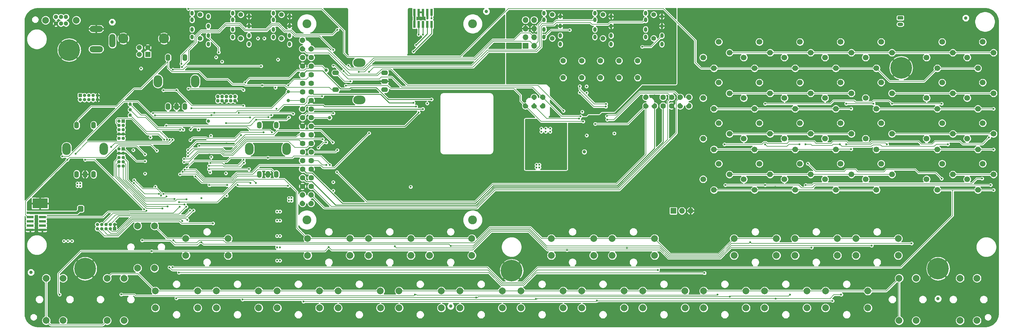
<source format=gbr>
%TF.GenerationSoftware,KiCad,Pcbnew,5.1.6*%
%TF.CreationDate,2020-06-25T18:17:15+02:00*%
%TF.ProjectId,OTTOdiy_SMD,4f54544f-6469-4795-9f53-4d442e6b6963,rev?*%
%TF.SameCoordinates,PX269fb20PYbb65a20*%
%TF.FileFunction,Copper,L1,Top*%
%TF.FilePolarity,Positive*%
%FSLAX46Y46*%
G04 Gerber Fmt 4.6, Leading zero omitted, Abs format (unit mm)*
G04 Created by KiCad (PCBNEW 5.1.6) date 2020-06-25 18:17:15*
%MOMM*%
%LPD*%
G01*
G04 APERTURE LIST*
%TA.AperFunction,ComponentPad*%
%ADD10C,1.620000*%
%TD*%
%TA.AperFunction,ComponentPad*%
%ADD11C,0.150000*%
%TD*%
%TA.AperFunction,WasherPad*%
%ADD12C,2.600000*%
%TD*%
%TA.AperFunction,ComponentPad*%
%ADD13C,0.800000*%
%TD*%
%TA.AperFunction,ComponentPad*%
%ADD14C,6.400000*%
%TD*%
%TA.AperFunction,ComponentPad*%
%ADD15O,1.700000X1.700000*%
%TD*%
%TA.AperFunction,ComponentPad*%
%ADD16R,1.700000X1.700000*%
%TD*%
%TA.AperFunction,ComponentPad*%
%ADD17O,1.000000X1.000000*%
%TD*%
%TA.AperFunction,ComponentPad*%
%ADD18R,1.000000X1.000000*%
%TD*%
%TA.AperFunction,ComponentPad*%
%ADD19O,1.700000X1.000000*%
%TD*%
%TA.AperFunction,ComponentPad*%
%ADD20C,1.700000*%
%TD*%
%TA.AperFunction,SMDPad,CuDef*%
%ADD21R,2.100000X0.750000*%
%TD*%
%TA.AperFunction,ComponentPad*%
%ADD22C,1.100000*%
%TD*%
%TA.AperFunction,ComponentPad*%
%ADD23C,2.000000*%
%TD*%
%TA.AperFunction,SMDPad,CuDef*%
%ADD24R,0.750000X2.100000*%
%TD*%
%TA.AperFunction,ComponentPad*%
%ADD25C,1.300000*%
%TD*%
%TA.AperFunction,ViaPad*%
%ADD26C,0.600000*%
%TD*%
%TA.AperFunction,Conductor*%
%ADD27R,4.500000X2.950000*%
%TD*%
%TA.AperFunction,ComponentPad*%
%ADD28O,1.400000X2.000000*%
%TD*%
%TA.AperFunction,ComponentPad*%
%ADD29O,2.500000X3.600000*%
%TD*%
%TA.AperFunction,ComponentPad*%
%ADD30O,2.000000X1.400000*%
%TD*%
%TA.AperFunction,ComponentPad*%
%ADD31O,3.600000X2.500000*%
%TD*%
%TA.AperFunction,ComponentPad*%
%ADD32O,1.000000X1.400000*%
%TD*%
%TA.AperFunction,WasherPad*%
%ADD33C,1.400000*%
%TD*%
%TA.AperFunction,ComponentPad*%
%ADD34C,1.000000*%
%TD*%
%TA.AperFunction,SMDPad,CuDef*%
%ADD35C,1.000000*%
%TD*%
%TA.AperFunction,ComponentPad*%
%ADD36C,3.000000*%
%TD*%
%TA.AperFunction,ComponentPad*%
%ADD37C,1.500000*%
%TD*%
%TA.AperFunction,ComponentPad*%
%ADD38R,1.500000X1.500000*%
%TD*%
%TA.AperFunction,ComponentPad*%
%ADD39O,4.000000X1.800000*%
%TD*%
%TA.AperFunction,ComponentPad*%
%ADD40O,1.800000X4.000000*%
%TD*%
%TA.AperFunction,ComponentPad*%
%ADD41C,1.600000*%
%TD*%
%TA.AperFunction,Conductor*%
%ADD42C,0.600000*%
%TD*%
%TA.AperFunction,Conductor*%
%ADD43C,0.203200*%
%TD*%
%TA.AperFunction,Conductor*%
%ADD44C,0.254000*%
%TD*%
%TA.AperFunction,Conductor*%
%ADD45C,0.762000*%
%TD*%
G04 APERTURE END LIST*
D10*
X58930000Y159250000D03*
X58930000Y154170000D03*
X58930000Y166870000D03*
X58930000Y169410000D03*
X58930000Y156710000D03*
X58930000Y161790000D03*
X58930000Y164330000D03*
X58930000Y171950000D03*
X58930000Y133850000D03*
X58930000Y149090000D03*
X58930000Y136390000D03*
X58930000Y151630000D03*
X58930000Y138930000D03*
X58930000Y146550000D03*
X58930000Y141470000D03*
X58930000Y144010000D03*
X61470000Y146550000D03*
X61470000Y151630000D03*
X61470000Y149090000D03*
X61470000Y133850000D03*
X61470000Y144010000D03*
X61470000Y141470000D03*
X61470000Y138930000D03*
X61470000Y136390000D03*
X61470000Y154170000D03*
X61470000Y161790000D03*
X61470000Y159250000D03*
X61470000Y156710000D03*
X61470000Y164330000D03*
X61470000Y169410000D03*
X61470000Y166870000D03*
X61470000Y171950000D03*
%TA.AperFunction,ComponentPad*%
D11*
G36*
X61399528Y176220003D02*
G01*
X61399476Y176220001D01*
X61399415Y176220004D01*
X61397906Y176220015D01*
X61391399Y176220424D01*
X61384841Y176220768D01*
X61384062Y176220886D01*
X61383280Y176220935D01*
X61376849Y176221977D01*
X61370352Y176222959D01*
X61369586Y176223153D01*
X61368813Y176223278D01*
X61362492Y176224948D01*
X61356145Y176226554D01*
X61355407Y176226820D01*
X61354645Y176227021D01*
X61348534Y176229294D01*
X61342356Y176231518D01*
X61341639Y176231859D01*
X61340909Y176232130D01*
X61335088Y176234969D01*
X61329117Y176237804D01*
X61328438Y176238212D01*
X61327737Y176238554D01*
X61322155Y176241988D01*
X61316556Y176245353D01*
X61315931Y176245817D01*
X61315255Y176246233D01*
X61310024Y176250204D01*
X61304790Y176254090D01*
X61304207Y176254618D01*
X61303582Y176255093D01*
X61298769Y176259550D01*
X61293934Y176263934D01*
X60703934Y176853934D01*
X60703606Y176854266D01*
X60703564Y176854305D01*
X60703520Y176854354D01*
X60702464Y176855425D01*
X60698152Y176860316D01*
X60693758Y176865196D01*
X60693291Y176865829D01*
X60692772Y176866418D01*
X60688936Y176871737D01*
X60685062Y176876991D01*
X60684662Y176877662D01*
X60684199Y176878304D01*
X60680891Y176883988D01*
X60677558Y176889579D01*
X60677224Y176890288D01*
X60676828Y176890969D01*
X60674122Y176896880D01*
X60671318Y176902839D01*
X60671050Y176903591D01*
X60670728Y176904295D01*
X60668618Y176910422D01*
X60666402Y176916645D01*
X60666212Y176917409D01*
X60665956Y176918151D01*
X60664439Y176924518D01*
X60662857Y176930865D01*
X60662742Y176931642D01*
X60662560Y176932407D01*
X60661678Y176938846D01*
X60660716Y176945363D01*
X60660678Y176946148D01*
X60660571Y176946926D01*
X60660320Y176953451D01*
X60660000Y176960000D01*
X60660000Y177030000D01*
X60660015Y177032094D01*
X60660179Y177034701D01*
X60660179Y177037328D01*
X60663329Y177101733D01*
X60663446Y177103823D01*
X60664139Y177109999D01*
X60664759Y177116318D01*
X60674179Y177180108D01*
X60674500Y177182178D01*
X60675795Y177188272D01*
X60677025Y177194483D01*
X60692624Y177257048D01*
X60693146Y177259076D01*
X60695029Y177265012D01*
X60696861Y177271081D01*
X60718492Y177331825D01*
X60719208Y177333793D01*
X60721685Y177339572D01*
X60724076Y177345373D01*
X60751531Y177403718D01*
X60752436Y177405606D01*
X60755451Y177411090D01*
X60758411Y177416657D01*
X60791428Y177472044D01*
X60792513Y177473835D01*
X60796057Y177479011D01*
X60799538Y177484251D01*
X60837803Y177536152D01*
X60839058Y177537829D01*
X60843087Y177542631D01*
X60847064Y177547507D01*
X60890210Y177595427D01*
X60891622Y177596973D01*
X60896120Y177601379D01*
X60900538Y177605827D01*
X60948155Y177649308D01*
X60949711Y177650709D01*
X60954619Y177654655D01*
X60959447Y177658649D01*
X61011080Y177697275D01*
X61012766Y177698518D01*
X61018010Y177701949D01*
X61023229Y177705470D01*
X61078384Y177738873D01*
X61080183Y177739945D01*
X61085720Y177742840D01*
X61091275Y177745843D01*
X61149427Y177773705D01*
X61151322Y177774596D01*
X61157118Y177776938D01*
X61162937Y177779384D01*
X61223530Y177801438D01*
X61225503Y177802140D01*
X61231514Y177803909D01*
X61237529Y177805771D01*
X61299978Y177821805D01*
X61299987Y177821808D01*
X61299998Y177821810D01*
X61302017Y177822314D01*
X61308200Y177823493D01*
X61314343Y177824754D01*
X61378053Y177834616D01*
X61378062Y177834618D01*
X61378072Y177834619D01*
X61380136Y177834924D01*
X61386363Y177835491D01*
X61392636Y177836150D01*
X61457018Y177839750D01*
X61459109Y177839852D01*
X61465391Y177839808D01*
X61471672Y177839852D01*
X61536099Y177837152D01*
X61538190Y177837050D01*
X61544444Y177836393D01*
X61550693Y177835824D01*
X61614544Y177826851D01*
X61614550Y177826850D01*
X61614557Y177826849D01*
X61616619Y177826544D01*
X61622727Y177825290D01*
X61628945Y177824104D01*
X61691618Y177808941D01*
X61693650Y177808434D01*
X61699648Y177806577D01*
X61705675Y177804803D01*
X61766570Y177783597D01*
X61768543Y177782895D01*
X61774338Y177780459D01*
X61780158Y177778108D01*
X61838693Y177751061D01*
X61840587Y177750169D01*
X61846126Y177747175D01*
X61851680Y177744271D01*
X61907297Y177711641D01*
X61909095Y177710569D01*
X61914310Y177707052D01*
X61919559Y177703617D01*
X61971726Y177665716D01*
X61971728Y177665715D01*
X61971735Y177665709D01*
X61973411Y177664473D01*
X61978229Y177660488D01*
X61983148Y177656532D01*
X62031367Y177613722D01*
X62032923Y177612320D01*
X62037319Y177607893D01*
X62041838Y177603468D01*
X62085649Y177556156D01*
X62087061Y177554609D01*
X62090998Y177549782D01*
X62095069Y177544930D01*
X62134054Y177493568D01*
X62135308Y177491891D01*
X62138786Y177486658D01*
X62142334Y177481475D01*
X62176122Y177426554D01*
X62177206Y177424762D01*
X62180134Y177419256D01*
X62183181Y177413713D01*
X62211448Y177355759D01*
X62212352Y177353870D01*
X62214739Y177348078D01*
X62217221Y177342288D01*
X62239698Y177281850D01*
X62240414Y177279883D01*
X62242225Y177273885D01*
X62244130Y177267880D01*
X62260601Y177205538D01*
X62261121Y177203509D01*
X62262339Y177197361D01*
X62263647Y177191206D01*
X62273957Y177127552D01*
X62274277Y177125483D01*
X62274890Y177119239D01*
X62275591Y177112988D01*
X62279640Y177048634D01*
X62279757Y177046543D01*
X62279757Y177040235D01*
X62279845Y177033979D01*
X62277594Y176969537D01*
X62277505Y176967445D01*
X62276895Y176961220D01*
X62276367Y176954935D01*
X62267839Y176891019D01*
X62267548Y176888946D01*
X62266330Y176882796D01*
X62265194Y176876605D01*
X62250470Y176813827D01*
X62249977Y176811792D01*
X62248170Y176805805D01*
X62246430Y176799737D01*
X62225649Y176738697D01*
X62224960Y176736719D01*
X62222570Y176730921D01*
X62220255Y176725074D01*
X62193618Y176666351D01*
X62192740Y176664450D01*
X62189791Y176658904D01*
X62186918Y176653314D01*
X62154677Y176597472D01*
X62153617Y176595666D01*
X62150159Y176590461D01*
X62146740Y176585156D01*
X62109204Y176532725D01*
X62107973Y176531031D01*
X62104020Y176526184D01*
X62100100Y176521238D01*
X62057626Y176472721D01*
X62056235Y176471155D01*
X62051792Y176466681D01*
X62047445Y176462179D01*
X62000451Y176418049D01*
X62000441Y176418039D01*
X62000429Y176418028D01*
X61998904Y176416617D01*
X61994111Y176412652D01*
X61989281Y176408541D01*
X61938193Y176369199D01*
X61936525Y176367933D01*
X61931351Y176364443D01*
X61926160Y176360835D01*
X61871476Y176326664D01*
X61869692Y176325567D01*
X61864186Y176322590D01*
X61858681Y176319513D01*
X61800933Y176290848D01*
X61800925Y176290844D01*
X61800915Y176290840D01*
X61799042Y176289926D01*
X61793276Y176287502D01*
X61787496Y176284977D01*
X61727217Y176262079D01*
X61725254Y176261350D01*
X61719283Y176259501D01*
X61713281Y176257551D01*
X61651055Y176240644D01*
X61651052Y176240643D01*
X61651047Y176240642D01*
X61649030Y176240109D01*
X61642901Y176238851D01*
X61636739Y176237496D01*
X61573161Y176226743D01*
X61571094Y176226409D01*
X61564866Y176225754D01*
X61558610Y176225008D01*
X61494285Y176220510D01*
X61492195Y176220379D01*
X61488798Y176220355D01*
X61485395Y176220153D01*
X61471573Y176220008D01*
X61470060Y176220003D01*
X61470000Y176220000D01*
X61400000Y176220000D01*
X61399528Y176220003D01*
G37*
%TD.AperFunction*%
%TA.AperFunction,ComponentPad*%
G36*
X58927906Y176220015D02*
G01*
X58925299Y176220179D01*
X58922672Y176220179D01*
X58858267Y176223329D01*
X58858265Y176223329D01*
X58856177Y176223446D01*
X58849966Y176224143D01*
X58843682Y176224759D01*
X58779892Y176234179D01*
X58777822Y176234500D01*
X58771720Y176235797D01*
X58765518Y176237025D01*
X58702952Y176252624D01*
X58700924Y176253145D01*
X58694930Y176255046D01*
X58688920Y176256861D01*
X58628175Y176278492D01*
X58626208Y176279208D01*
X58620428Y176281685D01*
X58614627Y176284076D01*
X58556282Y176311531D01*
X58554394Y176312436D01*
X58548910Y176315451D01*
X58543343Y176318411D01*
X58487956Y176351428D01*
X58486165Y176352513D01*
X58480989Y176356057D01*
X58475749Y176359538D01*
X58423848Y176397803D01*
X58422171Y176399058D01*
X58417369Y176403087D01*
X58412493Y176407064D01*
X58364573Y176450210D01*
X58363027Y176451622D01*
X58358642Y176456100D01*
X58354172Y176460538D01*
X58310692Y176508155D01*
X58309291Y176509712D01*
X58305358Y176514603D01*
X58301351Y176519447D01*
X58262725Y176571080D01*
X58261483Y176572766D01*
X58258070Y176577981D01*
X58254530Y176583229D01*
X58221127Y176638384D01*
X58220056Y176640183D01*
X58217165Y176645712D01*
X58214157Y176651275D01*
X58186295Y176709427D01*
X58185404Y176711321D01*
X58183052Y176717143D01*
X58180616Y176722937D01*
X58158562Y176783530D01*
X58157860Y176785503D01*
X58156091Y176791514D01*
X58154229Y176797529D01*
X58138192Y176859986D01*
X58137686Y176862018D01*
X58136508Y176868192D01*
X58135246Y176874343D01*
X58125381Y176938065D01*
X58125076Y176940136D01*
X58124509Y176946368D01*
X58123850Y176952637D01*
X58120250Y177017018D01*
X58120148Y177019110D01*
X58120192Y177025391D01*
X58120148Y177031672D01*
X58122848Y177096099D01*
X58122950Y177098190D01*
X58123607Y177104444D01*
X58124176Y177110693D01*
X58133150Y177174548D01*
X58133456Y177176619D01*
X58134705Y177182703D01*
X58135896Y177188945D01*
X58151059Y177251618D01*
X58151566Y177253650D01*
X58153423Y177259648D01*
X58155197Y177265675D01*
X58176403Y177326570D01*
X58177105Y177328543D01*
X58179541Y177334338D01*
X58181892Y177340158D01*
X58208939Y177398693D01*
X58209831Y177400587D01*
X58212825Y177406126D01*
X58215729Y177411680D01*
X58248359Y177467297D01*
X58249431Y177469095D01*
X58252948Y177474310D01*
X58256383Y177479559D01*
X58294284Y177531726D01*
X58295527Y177533411D01*
X58299512Y177538229D01*
X58303468Y177543148D01*
X58346278Y177591367D01*
X58347680Y177592923D01*
X58352107Y177597319D01*
X58356532Y177601838D01*
X58403844Y177645649D01*
X58405391Y177647061D01*
X58410218Y177650998D01*
X58415070Y177655069D01*
X58466432Y177694054D01*
X58468109Y177695308D01*
X58473342Y177698786D01*
X58478525Y177702334D01*
X58533446Y177736122D01*
X58535238Y177737206D01*
X58540744Y177740134D01*
X58546287Y177743181D01*
X58604241Y177771448D01*
X58606130Y177772352D01*
X58611922Y177774739D01*
X58617712Y177777221D01*
X58678147Y177799697D01*
X58678152Y177799699D01*
X58678158Y177799701D01*
X58680117Y177800414D01*
X58686107Y177802223D01*
X58692120Y177804130D01*
X58754462Y177820601D01*
X58756491Y177821121D01*
X58762639Y177822339D01*
X58768794Y177823647D01*
X58832448Y177833957D01*
X58834517Y177834277D01*
X58840761Y177834890D01*
X58847012Y177835591D01*
X58911366Y177839640D01*
X58913457Y177839757D01*
X58919732Y177839757D01*
X58926022Y177839845D01*
X58990463Y177837594D01*
X58992556Y177837505D01*
X58998787Y177836894D01*
X59005065Y177836367D01*
X59068981Y177827839D01*
X59071055Y177827548D01*
X59077225Y177826326D01*
X59083394Y177825194D01*
X59146173Y177810470D01*
X59148208Y177809977D01*
X59154186Y177808172D01*
X59160263Y177806430D01*
X59221304Y177785649D01*
X59223281Y177784960D01*
X59229079Y177782570D01*
X59234926Y177780255D01*
X59293649Y177753618D01*
X59293652Y177753617D01*
X59293659Y177753613D01*
X59295550Y177752740D01*
X59301096Y177749791D01*
X59306686Y177746918D01*
X59362528Y177714677D01*
X59364334Y177713617D01*
X59369539Y177710159D01*
X59374844Y177706740D01*
X59427275Y177669204D01*
X59428969Y177667973D01*
X59433816Y177664020D01*
X59438762Y177660100D01*
X59487279Y177617626D01*
X59488845Y177616235D01*
X59493334Y177611778D01*
X59497821Y177607445D01*
X59541961Y177560440D01*
X59543384Y177558904D01*
X59547398Y177554051D01*
X59551459Y177549280D01*
X59590802Y177498193D01*
X59592067Y177496524D01*
X59595552Y177491357D01*
X59599164Y177486160D01*
X59633336Y177431476D01*
X59634432Y177429692D01*
X59637402Y177424200D01*
X59640487Y177418680D01*
X59669157Y177360924D01*
X59670074Y177359041D01*
X59672480Y177353317D01*
X59675023Y177347497D01*
X59697921Y177287217D01*
X59698650Y177285255D01*
X59700502Y177279271D01*
X59702449Y177273281D01*
X59719356Y177211055D01*
X59719891Y177209030D01*
X59721149Y177202901D01*
X59722504Y177196739D01*
X59733257Y177133161D01*
X59733591Y177131094D01*
X59734246Y177124866D01*
X59734992Y177118610D01*
X59739490Y177054285D01*
X59739621Y177052195D01*
X59739645Y177048798D01*
X59739847Y177045396D01*
X59739992Y177031573D01*
X59739997Y177030060D01*
X59740000Y177030000D01*
X59740000Y176960000D01*
X59739997Y176959528D01*
X59739999Y176959476D01*
X59739996Y176959415D01*
X59739985Y176957906D01*
X59739576Y176951399D01*
X59739232Y176944841D01*
X59739114Y176944062D01*
X59739065Y176943280D01*
X59738023Y176936849D01*
X59737041Y176930352D01*
X59736847Y176929586D01*
X59736722Y176928813D01*
X59735052Y176922492D01*
X59733446Y176916145D01*
X59733180Y176915407D01*
X59732979Y176914645D01*
X59730706Y176908534D01*
X59728482Y176902356D01*
X59728141Y176901639D01*
X59727870Y176900909D01*
X59725031Y176895088D01*
X59722196Y176889117D01*
X59721788Y176888438D01*
X59721446Y176887737D01*
X59718012Y176882155D01*
X59714647Y176876556D01*
X59714183Y176875931D01*
X59713767Y176875255D01*
X59709796Y176870024D01*
X59705910Y176864790D01*
X59705382Y176864207D01*
X59704907Y176863582D01*
X59700450Y176858769D01*
X59696066Y176853934D01*
X59106066Y176263934D01*
X59105734Y176263606D01*
X59105695Y176263564D01*
X59105646Y176263520D01*
X59104575Y176262464D01*
X59099684Y176258152D01*
X59094804Y176253758D01*
X59094171Y176253291D01*
X59093582Y176252772D01*
X59088263Y176248936D01*
X59083009Y176245062D01*
X59082338Y176244662D01*
X59081696Y176244199D01*
X59076012Y176240891D01*
X59070421Y176237558D01*
X59069712Y176237224D01*
X59069031Y176236828D01*
X59063120Y176234122D01*
X59057161Y176231318D01*
X59056409Y176231050D01*
X59055705Y176230728D01*
X59049578Y176228618D01*
X59043355Y176226402D01*
X59042591Y176226212D01*
X59041849Y176225956D01*
X59035482Y176224439D01*
X59029135Y176222857D01*
X59028358Y176222742D01*
X59027593Y176222560D01*
X59021107Y176221672D01*
X59014637Y176220716D01*
X59013852Y176220678D01*
X59013074Y176220571D01*
X59006528Y176220319D01*
X59000000Y176220000D01*
X58930000Y176220000D01*
X58927906Y176220015D01*
G37*
%TD.AperFunction*%
%TA.AperFunction,ComponentPad*%
G36*
X61409537Y173682406D02*
G01*
X61407445Y173682495D01*
X61401220Y173683105D01*
X61394935Y173683633D01*
X61331019Y173692161D01*
X61328946Y173692452D01*
X61322796Y173693670D01*
X61316605Y173694806D01*
X61253827Y173709530D01*
X61251792Y173710023D01*
X61245805Y173711830D01*
X61239737Y173713570D01*
X61178697Y173734351D01*
X61176719Y173735040D01*
X61170921Y173737430D01*
X61165074Y173739745D01*
X61106354Y173766381D01*
X61106348Y173766383D01*
X61106341Y173766387D01*
X61104450Y173767260D01*
X61098904Y173770209D01*
X61093314Y173773082D01*
X61037472Y173805323D01*
X61035666Y173806383D01*
X61030461Y173809841D01*
X61025156Y173813260D01*
X60972725Y173850796D01*
X60971031Y173852027D01*
X60966184Y173855980D01*
X60961238Y173859900D01*
X60912721Y173902374D01*
X60911155Y173903765D01*
X60906681Y173908208D01*
X60902179Y173912555D01*
X60858049Y173959549D01*
X60858039Y173959559D01*
X60858028Y173959571D01*
X60856617Y173961096D01*
X60852652Y173965889D01*
X60848541Y173970719D01*
X60809199Y174021807D01*
X60807933Y174023475D01*
X60804443Y174028649D01*
X60800835Y174033840D01*
X60766664Y174088524D01*
X60765567Y174090308D01*
X60762590Y174095814D01*
X60759513Y174101319D01*
X60730844Y174159076D01*
X60729926Y174160958D01*
X60727502Y174166724D01*
X60724977Y174172504D01*
X60702079Y174232783D01*
X60701350Y174234746D01*
X60699501Y174240717D01*
X60697551Y174246719D01*
X60680644Y174308945D01*
X60680109Y174310970D01*
X60678851Y174317099D01*
X60677496Y174323261D01*
X60666743Y174386839D01*
X60666409Y174388906D01*
X60665754Y174395134D01*
X60665008Y174401390D01*
X60660510Y174465715D01*
X60660379Y174467805D01*
X60660355Y174471202D01*
X60660153Y174474605D01*
X60660008Y174488427D01*
X60660003Y174489940D01*
X60660000Y174490000D01*
X60660000Y174560000D01*
X60660003Y174560472D01*
X60660001Y174560524D01*
X60660004Y174560585D01*
X60660015Y174562094D01*
X60660424Y174568601D01*
X60660768Y174575159D01*
X60660886Y174575938D01*
X60660935Y174576720D01*
X60661977Y174583151D01*
X60662959Y174589648D01*
X60663153Y174590414D01*
X60663278Y174591187D01*
X60664948Y174597508D01*
X60666554Y174603855D01*
X60666820Y174604593D01*
X60667021Y174605355D01*
X60669294Y174611466D01*
X60671518Y174617644D01*
X60671859Y174618361D01*
X60672130Y174619091D01*
X60674944Y174624860D01*
X60677804Y174630883D01*
X60678212Y174631562D01*
X60678554Y174632263D01*
X60681988Y174637845D01*
X60685353Y174643444D01*
X60685817Y174644069D01*
X60686233Y174644745D01*
X60690204Y174649976D01*
X60694090Y174655210D01*
X60694618Y174655793D01*
X60695093Y174656418D01*
X60699550Y174661231D01*
X60703934Y174666066D01*
X61293934Y175256066D01*
X61294266Y175256394D01*
X61294305Y175256436D01*
X61294354Y175256480D01*
X61295425Y175257536D01*
X61300316Y175261848D01*
X61305196Y175266242D01*
X61305829Y175266709D01*
X61306418Y175267228D01*
X61311737Y175271064D01*
X61316991Y175274938D01*
X61317662Y175275338D01*
X61318304Y175275801D01*
X61323988Y175279109D01*
X61329579Y175282442D01*
X61330288Y175282776D01*
X61330969Y175283172D01*
X61336880Y175285878D01*
X61342839Y175288682D01*
X61343591Y175288950D01*
X61344295Y175289272D01*
X61350422Y175291382D01*
X61356645Y175293598D01*
X61357409Y175293788D01*
X61358151Y175294044D01*
X61364518Y175295561D01*
X61370865Y175297143D01*
X61371642Y175297258D01*
X61372407Y175297440D01*
X61378893Y175298328D01*
X61385363Y175299284D01*
X61386148Y175299322D01*
X61386926Y175299429D01*
X61393472Y175299681D01*
X61400000Y175300000D01*
X61470000Y175300000D01*
X61472094Y175299985D01*
X61474701Y175299821D01*
X61477328Y175299821D01*
X61541733Y175296671D01*
X61543823Y175296554D01*
X61550037Y175295857D01*
X61556318Y175295241D01*
X61620108Y175285821D01*
X61622178Y175285500D01*
X61628272Y175284205D01*
X61634483Y175282975D01*
X61697048Y175267376D01*
X61699076Y175266854D01*
X61705012Y175264971D01*
X61711081Y175263139D01*
X61771825Y175241508D01*
X61773793Y175240792D01*
X61779572Y175238315D01*
X61785373Y175235924D01*
X61843718Y175208469D01*
X61845606Y175207564D01*
X61851090Y175204549D01*
X61856657Y175201589D01*
X61912044Y175168572D01*
X61913835Y175167487D01*
X61919011Y175163943D01*
X61924251Y175160462D01*
X61976152Y175122197D01*
X61977829Y175120942D01*
X61982631Y175116913D01*
X61987507Y175112936D01*
X62035427Y175069790D01*
X62036973Y175068378D01*
X62041379Y175063880D01*
X62045827Y175059462D01*
X62089308Y175011845D01*
X62090709Y175010289D01*
X62094655Y175005381D01*
X62098649Y175000553D01*
X62137275Y174948920D01*
X62138518Y174947234D01*
X62141949Y174941990D01*
X62145470Y174936771D01*
X62178873Y174881616D01*
X62179945Y174879817D01*
X62182840Y174874280D01*
X62185843Y174868725D01*
X62213705Y174810573D01*
X62214596Y174808678D01*
X62216938Y174802882D01*
X62219384Y174797063D01*
X62241438Y174736470D01*
X62242140Y174734497D01*
X62243909Y174728486D01*
X62245771Y174722471D01*
X62261807Y174660015D01*
X62261808Y174660013D01*
X62261810Y174660002D01*
X62262314Y174657983D01*
X62263493Y174651800D01*
X62264754Y174645657D01*
X62274618Y174581935D01*
X62274924Y174579864D01*
X62275491Y174573637D01*
X62276150Y174567364D01*
X62279750Y174502982D01*
X62279852Y174500891D01*
X62279808Y174494609D01*
X62279852Y174488327D01*
X62277152Y174423901D01*
X62277050Y174421809D01*
X62276393Y174415558D01*
X62275824Y174409306D01*
X62266850Y174345452D01*
X62266544Y174343380D01*
X62265289Y174337265D01*
X62264104Y174331055D01*
X62248941Y174268382D01*
X62248434Y174266350D01*
X62246577Y174260352D01*
X62244803Y174254325D01*
X62223597Y174193430D01*
X62222894Y174191457D01*
X62220473Y174185697D01*
X62218108Y174179842D01*
X62191068Y174121324D01*
X62191061Y174121307D01*
X62191051Y174121288D01*
X62190169Y174119412D01*
X62187191Y174113905D01*
X62184271Y174108320D01*
X62151642Y174052704D01*
X62150569Y174050905D01*
X62147061Y174045704D01*
X62143617Y174040441D01*
X62105716Y173988274D01*
X62104473Y173986588D01*
X62100467Y173981745D01*
X62096533Y173976852D01*
X62053722Y173928633D01*
X62052320Y173927077D01*
X62047893Y173922681D01*
X62043468Y173918162D01*
X61996156Y173874351D01*
X61994609Y173872939D01*
X61989743Y173868970D01*
X61984930Y173864932D01*
X61933568Y173825946D01*
X61931891Y173824692D01*
X61926692Y173821238D01*
X61921475Y173817665D01*
X61866553Y173783878D01*
X61864762Y173782794D01*
X61859274Y173779876D01*
X61853714Y173776819D01*
X61795759Y173748552D01*
X61793870Y173747648D01*
X61788078Y173745261D01*
X61782288Y173742779D01*
X61721851Y173720302D01*
X61719883Y173719586D01*
X61713893Y173717777D01*
X61707880Y173715870D01*
X61645538Y173699399D01*
X61643510Y173698879D01*
X61637338Y173697657D01*
X61631205Y173696353D01*
X61567552Y173686043D01*
X61565482Y173685723D01*
X61559246Y173685111D01*
X61552988Y173684409D01*
X61488634Y173680360D01*
X61486543Y173680244D01*
X61480310Y173680244D01*
X61473979Y173680155D01*
X61409537Y173682406D01*
G37*
%TD.AperFunction*%
%TA.AperFunction,ComponentPad*%
G36*
X58863901Y173682848D02*
G01*
X58863899Y173682848D01*
X58861809Y173682950D01*
X58855558Y173683607D01*
X58849306Y173684176D01*
X58785456Y173693149D01*
X58785450Y173693150D01*
X58785443Y173693151D01*
X58783380Y173693456D01*
X58777265Y173694711D01*
X58771055Y173695896D01*
X58708382Y173711059D01*
X58706350Y173711566D01*
X58700352Y173713423D01*
X58694325Y173715197D01*
X58633430Y173736403D01*
X58631457Y173737106D01*
X58625697Y173739527D01*
X58619842Y173741892D01*
X58561324Y173768932D01*
X58561307Y173768939D01*
X58561288Y173768949D01*
X58559412Y173769831D01*
X58553905Y173772809D01*
X58548320Y173775729D01*
X58492704Y173808358D01*
X58490905Y173809431D01*
X58485704Y173812939D01*
X58480441Y173816383D01*
X58428274Y173854284D01*
X58426588Y173855527D01*
X58421745Y173859533D01*
X58416852Y173863467D01*
X58368633Y173906278D01*
X58367077Y173907680D01*
X58362681Y173912107D01*
X58358162Y173916532D01*
X58314351Y173963844D01*
X58312939Y173965391D01*
X58308970Y173970257D01*
X58304932Y173975070D01*
X58265946Y174026432D01*
X58264692Y174028109D01*
X58261238Y174033308D01*
X58257665Y174038525D01*
X58223878Y174093447D01*
X58222794Y174095238D01*
X58219876Y174100726D01*
X58216819Y174106286D01*
X58188552Y174164241D01*
X58187648Y174166130D01*
X58185261Y174171922D01*
X58182779Y174177712D01*
X58160302Y174238149D01*
X58159586Y174240117D01*
X58157777Y174246107D01*
X58155870Y174252120D01*
X58139399Y174314462D01*
X58138879Y174316490D01*
X58137657Y174322662D01*
X58136353Y174328795D01*
X58126043Y174392448D01*
X58125723Y174394518D01*
X58125111Y174400754D01*
X58124409Y174407012D01*
X58120360Y174471366D01*
X58120244Y174473457D01*
X58120244Y174479691D01*
X58120155Y174486022D01*
X58122406Y174550463D01*
X58122495Y174552556D01*
X58123106Y174558787D01*
X58123633Y174565065D01*
X58132161Y174628981D01*
X58132452Y174631055D01*
X58133674Y174637225D01*
X58134806Y174643394D01*
X58149530Y174706173D01*
X58150023Y174708208D01*
X58151828Y174714186D01*
X58153570Y174720263D01*
X58174351Y174781304D01*
X58175040Y174783281D01*
X58177430Y174789079D01*
X58179745Y174794926D01*
X58206382Y174853649D01*
X58207260Y174855550D01*
X58210209Y174861096D01*
X58213082Y174866686D01*
X58245323Y174922528D01*
X58246383Y174924334D01*
X58249841Y174929539D01*
X58253260Y174934844D01*
X58290796Y174987275D01*
X58292027Y174988969D01*
X58295980Y174993816D01*
X58299900Y174998762D01*
X58342374Y175047279D01*
X58343765Y175048845D01*
X58348208Y175053319D01*
X58352555Y175057821D01*
X58399560Y175101961D01*
X58401096Y175103384D01*
X58405949Y175107398D01*
X58410720Y175111459D01*
X58461807Y175150802D01*
X58463476Y175152067D01*
X58468643Y175155552D01*
X58473840Y175159164D01*
X58528524Y175193336D01*
X58530308Y175194432D01*
X58535800Y175197402D01*
X58541320Y175200487D01*
X58599076Y175229157D01*
X58600959Y175230074D01*
X58606683Y175232480D01*
X58612503Y175235023D01*
X58672783Y175257921D01*
X58674745Y175258650D01*
X58680729Y175260502D01*
X58686719Y175262449D01*
X58748945Y175279356D01*
X58748948Y175279357D01*
X58748953Y175279358D01*
X58750970Y175279891D01*
X58757099Y175281149D01*
X58763261Y175282504D01*
X58826839Y175293257D01*
X58828906Y175293591D01*
X58835134Y175294246D01*
X58841390Y175294992D01*
X58905715Y175299490D01*
X58907805Y175299621D01*
X58911202Y175299645D01*
X58914604Y175299847D01*
X58928427Y175299992D01*
X58929940Y175299997D01*
X58930000Y175300000D01*
X59000000Y175300000D01*
X59000472Y175299997D01*
X59000524Y175299999D01*
X59000585Y175299996D01*
X59002094Y175299985D01*
X59008601Y175299576D01*
X59015159Y175299232D01*
X59015938Y175299114D01*
X59016720Y175299065D01*
X59023151Y175298023D01*
X59029648Y175297041D01*
X59030414Y175296847D01*
X59031187Y175296722D01*
X59037508Y175295052D01*
X59043855Y175293446D01*
X59044593Y175293180D01*
X59045355Y175292979D01*
X59051466Y175290706D01*
X59057644Y175288482D01*
X59058361Y175288141D01*
X59059091Y175287870D01*
X59064912Y175285031D01*
X59070883Y175282196D01*
X59071562Y175281788D01*
X59072263Y175281446D01*
X59077845Y175278012D01*
X59083444Y175274647D01*
X59084069Y175274183D01*
X59084745Y175273767D01*
X59089976Y175269796D01*
X59095210Y175265910D01*
X59095793Y175265382D01*
X59096418Y175264907D01*
X59101231Y175260450D01*
X59106066Y175256066D01*
X59696066Y174666066D01*
X59696394Y174665734D01*
X59696436Y174665695D01*
X59696480Y174665646D01*
X59697536Y174664575D01*
X59701848Y174659684D01*
X59706242Y174654804D01*
X59706709Y174654171D01*
X59707228Y174653582D01*
X59711064Y174648263D01*
X59714938Y174643009D01*
X59715338Y174642338D01*
X59715801Y174641696D01*
X59719109Y174636012D01*
X59722442Y174630421D01*
X59722776Y174629712D01*
X59723172Y174629031D01*
X59725878Y174623120D01*
X59728682Y174617161D01*
X59728950Y174616409D01*
X59729272Y174615705D01*
X59731382Y174609578D01*
X59733598Y174603355D01*
X59733788Y174602591D01*
X59734044Y174601849D01*
X59735561Y174595482D01*
X59737143Y174589135D01*
X59737258Y174588358D01*
X59737440Y174587593D01*
X59738328Y174581107D01*
X59739284Y174574637D01*
X59739322Y174573852D01*
X59739429Y174573074D01*
X59739681Y174566528D01*
X59740000Y174560000D01*
X59740000Y174490000D01*
X59739985Y174487906D01*
X59739821Y174485299D01*
X59739821Y174482672D01*
X59736671Y174418267D01*
X59736554Y174416177D01*
X59735856Y174409952D01*
X59735241Y174403682D01*
X59725821Y174339892D01*
X59725500Y174337822D01*
X59724203Y174331720D01*
X59722975Y174325518D01*
X59707376Y174262952D01*
X59706855Y174260924D01*
X59704954Y174254930D01*
X59703139Y174248920D01*
X59681508Y174188175D01*
X59680792Y174186208D01*
X59678315Y174180428D01*
X59675924Y174174627D01*
X59648469Y174116282D01*
X59647564Y174114394D01*
X59644549Y174108910D01*
X59641589Y174103343D01*
X59608572Y174047956D01*
X59607487Y174046165D01*
X59603943Y174040989D01*
X59600462Y174035749D01*
X59562197Y173983848D01*
X59560942Y173982171D01*
X59556913Y173977369D01*
X59552936Y173972493D01*
X59509790Y173924573D01*
X59508378Y173923027D01*
X59503900Y173918642D01*
X59499462Y173914172D01*
X59451845Y173870692D01*
X59450288Y173869291D01*
X59445397Y173865358D01*
X59440553Y173861351D01*
X59388920Y173822725D01*
X59387234Y173821483D01*
X59382019Y173818070D01*
X59376771Y173814530D01*
X59321616Y173781127D01*
X59319817Y173780056D01*
X59314288Y173777165D01*
X59308725Y173774157D01*
X59250573Y173746295D01*
X59248679Y173745404D01*
X59242857Y173743052D01*
X59237063Y173740616D01*
X59176470Y173718562D01*
X59174497Y173717860D01*
X59168486Y173716091D01*
X59162471Y173714229D01*
X59100014Y173698192D01*
X59097982Y173697686D01*
X59091808Y173696508D01*
X59085657Y173695246D01*
X59021935Y173685381D01*
X59019864Y173685076D01*
X59013632Y173684509D01*
X59007363Y173683850D01*
X58942982Y173680250D01*
X58940890Y173680148D01*
X58934609Y173680192D01*
X58928327Y173680148D01*
X58863901Y173682848D01*
G37*
%TD.AperFunction*%
%TA.AperFunction,ComponentPad*%
G36*
X61399528Y130500003D02*
G01*
X61399476Y130500001D01*
X61399415Y130500004D01*
X61397906Y130500015D01*
X61391399Y130500424D01*
X61384841Y130500768D01*
X61384062Y130500886D01*
X61383280Y130500935D01*
X61376849Y130501977D01*
X61370352Y130502959D01*
X61369586Y130503153D01*
X61368813Y130503278D01*
X61362492Y130504948D01*
X61356145Y130506554D01*
X61355407Y130506820D01*
X61354645Y130507021D01*
X61348534Y130509294D01*
X61342356Y130511518D01*
X61341639Y130511859D01*
X61340909Y130512130D01*
X61335088Y130514969D01*
X61329117Y130517804D01*
X61328438Y130518212D01*
X61327737Y130518554D01*
X61322155Y130521988D01*
X61316556Y130525353D01*
X61315931Y130525817D01*
X61315255Y130526233D01*
X61310024Y130530204D01*
X61304790Y130534090D01*
X61304207Y130534618D01*
X61303582Y130535093D01*
X61298769Y130539550D01*
X61293934Y130543934D01*
X60703934Y131133934D01*
X60703606Y131134266D01*
X60703564Y131134305D01*
X60703520Y131134354D01*
X60702464Y131135425D01*
X60698152Y131140316D01*
X60693758Y131145196D01*
X60693291Y131145829D01*
X60692772Y131146418D01*
X60688936Y131151737D01*
X60685062Y131156991D01*
X60684662Y131157662D01*
X60684199Y131158304D01*
X60680891Y131163988D01*
X60677558Y131169579D01*
X60677224Y131170288D01*
X60676828Y131170969D01*
X60674122Y131176880D01*
X60671318Y131182839D01*
X60671050Y131183591D01*
X60670728Y131184295D01*
X60668618Y131190422D01*
X60666402Y131196645D01*
X60666212Y131197409D01*
X60665956Y131198151D01*
X60664439Y131204518D01*
X60662857Y131210865D01*
X60662742Y131211642D01*
X60662560Y131212407D01*
X60661678Y131218846D01*
X60660716Y131225363D01*
X60660678Y131226148D01*
X60660571Y131226926D01*
X60660320Y131233451D01*
X60660000Y131240000D01*
X60660000Y131310000D01*
X60660015Y131312094D01*
X60660179Y131314701D01*
X60660179Y131317328D01*
X60663329Y131381733D01*
X60663446Y131383823D01*
X60664139Y131389999D01*
X60664759Y131396318D01*
X60674179Y131460108D01*
X60674500Y131462178D01*
X60675795Y131468272D01*
X60677025Y131474483D01*
X60692624Y131537048D01*
X60693146Y131539076D01*
X60695029Y131545012D01*
X60696861Y131551081D01*
X60718492Y131611825D01*
X60719208Y131613793D01*
X60721685Y131619572D01*
X60724076Y131625373D01*
X60751531Y131683718D01*
X60752436Y131685606D01*
X60755451Y131691090D01*
X60758411Y131696657D01*
X60791428Y131752044D01*
X60792513Y131753835D01*
X60796057Y131759011D01*
X60799538Y131764251D01*
X60837803Y131816152D01*
X60839058Y131817829D01*
X60843087Y131822631D01*
X60847064Y131827507D01*
X60890210Y131875427D01*
X60891622Y131876973D01*
X60896120Y131881379D01*
X60900538Y131885827D01*
X60948155Y131929308D01*
X60949711Y131930709D01*
X60954619Y131934655D01*
X60959447Y131938649D01*
X61011080Y131977275D01*
X61012766Y131978518D01*
X61018010Y131981949D01*
X61023229Y131985470D01*
X61078384Y132018873D01*
X61080183Y132019945D01*
X61085720Y132022840D01*
X61091275Y132025843D01*
X61149427Y132053705D01*
X61151322Y132054596D01*
X61157118Y132056938D01*
X61162937Y132059384D01*
X61223530Y132081438D01*
X61225503Y132082140D01*
X61231514Y132083909D01*
X61237529Y132085771D01*
X61299978Y132101805D01*
X61299987Y132101808D01*
X61299998Y132101810D01*
X61302017Y132102314D01*
X61308200Y132103493D01*
X61314343Y132104754D01*
X61378053Y132114616D01*
X61378062Y132114618D01*
X61378072Y132114619D01*
X61380136Y132114924D01*
X61386363Y132115491D01*
X61392636Y132116150D01*
X61457018Y132119750D01*
X61459109Y132119852D01*
X61465391Y132119808D01*
X61471672Y132119852D01*
X61536099Y132117152D01*
X61538190Y132117050D01*
X61544444Y132116393D01*
X61550693Y132115824D01*
X61614544Y132106851D01*
X61614550Y132106850D01*
X61614557Y132106849D01*
X61616619Y132106544D01*
X61622727Y132105290D01*
X61628945Y132104104D01*
X61691618Y132088941D01*
X61693650Y132088434D01*
X61699648Y132086577D01*
X61705675Y132084803D01*
X61766570Y132063597D01*
X61768543Y132062895D01*
X61774338Y132060459D01*
X61780158Y132058108D01*
X61838693Y132031061D01*
X61840587Y132030169D01*
X61846126Y132027175D01*
X61851680Y132024271D01*
X61907297Y131991641D01*
X61909095Y131990569D01*
X61914310Y131987052D01*
X61919559Y131983617D01*
X61971726Y131945716D01*
X61971728Y131945715D01*
X61971735Y131945709D01*
X61973411Y131944473D01*
X61978229Y131940488D01*
X61983148Y131936532D01*
X62031367Y131893722D01*
X62032923Y131892320D01*
X62037319Y131887893D01*
X62041838Y131883468D01*
X62085649Y131836156D01*
X62087061Y131834609D01*
X62090998Y131829782D01*
X62095069Y131824930D01*
X62134054Y131773568D01*
X62135308Y131771891D01*
X62138786Y131766658D01*
X62142334Y131761475D01*
X62176122Y131706554D01*
X62177206Y131704762D01*
X62180134Y131699256D01*
X62183181Y131693713D01*
X62211448Y131635759D01*
X62212352Y131633870D01*
X62214739Y131628078D01*
X62217221Y131622288D01*
X62239698Y131561850D01*
X62240414Y131559883D01*
X62242225Y131553885D01*
X62244130Y131547880D01*
X62260601Y131485538D01*
X62261121Y131483509D01*
X62262339Y131477361D01*
X62263647Y131471206D01*
X62273957Y131407552D01*
X62274277Y131405483D01*
X62274890Y131399239D01*
X62275591Y131392988D01*
X62279640Y131328634D01*
X62279757Y131326543D01*
X62279757Y131320235D01*
X62279845Y131313979D01*
X62277594Y131249537D01*
X62277505Y131247445D01*
X62276895Y131241220D01*
X62276367Y131234935D01*
X62267839Y131171019D01*
X62267548Y131168946D01*
X62266330Y131162796D01*
X62265194Y131156605D01*
X62250470Y131093827D01*
X62249977Y131091792D01*
X62248170Y131085805D01*
X62246430Y131079737D01*
X62225649Y131018697D01*
X62224960Y131016719D01*
X62222570Y131010921D01*
X62220255Y131005074D01*
X62193618Y130946351D01*
X62192740Y130944450D01*
X62189791Y130938904D01*
X62186918Y130933314D01*
X62154677Y130877472D01*
X62153617Y130875666D01*
X62150159Y130870461D01*
X62146740Y130865156D01*
X62109204Y130812725D01*
X62107973Y130811031D01*
X62104020Y130806184D01*
X62100100Y130801238D01*
X62057626Y130752721D01*
X62056235Y130751155D01*
X62051792Y130746681D01*
X62047445Y130742179D01*
X62000451Y130698049D01*
X62000441Y130698039D01*
X62000429Y130698028D01*
X61998904Y130696617D01*
X61994111Y130692652D01*
X61989281Y130688541D01*
X61938193Y130649199D01*
X61936525Y130647933D01*
X61931351Y130644443D01*
X61926160Y130640835D01*
X61871476Y130606664D01*
X61869692Y130605567D01*
X61864186Y130602590D01*
X61858681Y130599513D01*
X61800933Y130570848D01*
X61800925Y130570844D01*
X61800915Y130570840D01*
X61799042Y130569926D01*
X61793276Y130567502D01*
X61787496Y130564977D01*
X61727217Y130542079D01*
X61725254Y130541350D01*
X61719283Y130539501D01*
X61713281Y130537551D01*
X61651055Y130520644D01*
X61651052Y130520643D01*
X61651047Y130520642D01*
X61649030Y130520109D01*
X61642901Y130518851D01*
X61636739Y130517496D01*
X61573161Y130506743D01*
X61571094Y130506409D01*
X61564866Y130505754D01*
X61558610Y130505008D01*
X61494285Y130500510D01*
X61492195Y130500379D01*
X61488798Y130500355D01*
X61485395Y130500153D01*
X61471573Y130500008D01*
X61470060Y130500003D01*
X61470000Y130500000D01*
X61400000Y130500000D01*
X61399528Y130500003D01*
G37*
%TD.AperFunction*%
%TA.AperFunction,ComponentPad*%
G36*
X58927906Y130500015D02*
G01*
X58925299Y130500179D01*
X58922672Y130500179D01*
X58858267Y130503329D01*
X58858265Y130503329D01*
X58856177Y130503446D01*
X58849966Y130504143D01*
X58843682Y130504759D01*
X58779892Y130514179D01*
X58777822Y130514500D01*
X58771720Y130515797D01*
X58765518Y130517025D01*
X58702952Y130532624D01*
X58700924Y130533145D01*
X58694930Y130535046D01*
X58688920Y130536861D01*
X58628175Y130558492D01*
X58626208Y130559208D01*
X58620428Y130561685D01*
X58614627Y130564076D01*
X58556282Y130591531D01*
X58554394Y130592436D01*
X58548910Y130595451D01*
X58543343Y130598411D01*
X58487956Y130631428D01*
X58486165Y130632513D01*
X58480989Y130636057D01*
X58475749Y130639538D01*
X58423848Y130677803D01*
X58422171Y130679058D01*
X58417369Y130683087D01*
X58412493Y130687064D01*
X58364573Y130730210D01*
X58363027Y130731622D01*
X58358642Y130736100D01*
X58354172Y130740538D01*
X58310692Y130788155D01*
X58309291Y130789712D01*
X58305358Y130794603D01*
X58301351Y130799447D01*
X58262725Y130851080D01*
X58261483Y130852766D01*
X58258070Y130857981D01*
X58254530Y130863229D01*
X58221127Y130918384D01*
X58220056Y130920183D01*
X58217165Y130925712D01*
X58214157Y130931275D01*
X58186295Y130989427D01*
X58185404Y130991321D01*
X58183052Y130997143D01*
X58180616Y131002937D01*
X58158562Y131063530D01*
X58157860Y131065503D01*
X58156091Y131071514D01*
X58154229Y131077529D01*
X58138192Y131139986D01*
X58137686Y131142018D01*
X58136508Y131148192D01*
X58135246Y131154343D01*
X58125381Y131218065D01*
X58125076Y131220136D01*
X58124509Y131226368D01*
X58123850Y131232637D01*
X58120250Y131297018D01*
X58120148Y131299110D01*
X58120192Y131305391D01*
X58120148Y131311672D01*
X58122848Y131376099D01*
X58122950Y131378190D01*
X58123607Y131384444D01*
X58124176Y131390693D01*
X58133150Y131454548D01*
X58133456Y131456619D01*
X58134705Y131462703D01*
X58135896Y131468945D01*
X58151059Y131531618D01*
X58151566Y131533650D01*
X58153423Y131539648D01*
X58155197Y131545675D01*
X58176403Y131606570D01*
X58177105Y131608543D01*
X58179541Y131614338D01*
X58181892Y131620158D01*
X58208939Y131678693D01*
X58209831Y131680587D01*
X58212825Y131686126D01*
X58215729Y131691680D01*
X58248359Y131747297D01*
X58249431Y131749095D01*
X58252948Y131754310D01*
X58256383Y131759559D01*
X58294284Y131811726D01*
X58295527Y131813411D01*
X58299512Y131818229D01*
X58303468Y131823148D01*
X58346278Y131871367D01*
X58347680Y131872923D01*
X58352107Y131877319D01*
X58356532Y131881838D01*
X58403844Y131925649D01*
X58405391Y131927061D01*
X58410218Y131930998D01*
X58415070Y131935069D01*
X58466432Y131974054D01*
X58468109Y131975308D01*
X58473342Y131978786D01*
X58478525Y131982334D01*
X58533446Y132016122D01*
X58535238Y132017206D01*
X58540744Y132020134D01*
X58546287Y132023181D01*
X58604241Y132051448D01*
X58606130Y132052352D01*
X58611922Y132054739D01*
X58617712Y132057221D01*
X58678147Y132079697D01*
X58678152Y132079699D01*
X58678158Y132079701D01*
X58680117Y132080414D01*
X58686107Y132082223D01*
X58692120Y132084130D01*
X58754462Y132100601D01*
X58756491Y132101121D01*
X58762639Y132102339D01*
X58768794Y132103647D01*
X58832448Y132113957D01*
X58834517Y132114277D01*
X58840761Y132114890D01*
X58847012Y132115591D01*
X58911366Y132119640D01*
X58913457Y132119757D01*
X58919732Y132119757D01*
X58926022Y132119845D01*
X58990463Y132117594D01*
X58992556Y132117505D01*
X58998787Y132116894D01*
X59005065Y132116367D01*
X59068981Y132107839D01*
X59071055Y132107548D01*
X59077225Y132106326D01*
X59083394Y132105194D01*
X59146173Y132090470D01*
X59148208Y132089977D01*
X59154186Y132088172D01*
X59160263Y132086430D01*
X59221304Y132065649D01*
X59223281Y132064960D01*
X59229079Y132062570D01*
X59234926Y132060255D01*
X59293649Y132033618D01*
X59293652Y132033617D01*
X59293659Y132033613D01*
X59295550Y132032740D01*
X59301096Y132029791D01*
X59306686Y132026918D01*
X59362528Y131994677D01*
X59364334Y131993617D01*
X59369539Y131990159D01*
X59374844Y131986740D01*
X59427275Y131949204D01*
X59428969Y131947973D01*
X59433816Y131944020D01*
X59438762Y131940100D01*
X59487279Y131897626D01*
X59488845Y131896235D01*
X59493334Y131891778D01*
X59497821Y131887445D01*
X59541961Y131840440D01*
X59543384Y131838904D01*
X59547398Y131834051D01*
X59551459Y131829280D01*
X59590802Y131778193D01*
X59592067Y131776524D01*
X59595552Y131771357D01*
X59599164Y131766160D01*
X59633336Y131711476D01*
X59634432Y131709692D01*
X59637402Y131704200D01*
X59640487Y131698680D01*
X59669157Y131640924D01*
X59670074Y131639041D01*
X59672480Y131633317D01*
X59675023Y131627497D01*
X59697921Y131567217D01*
X59698650Y131565255D01*
X59700502Y131559271D01*
X59702449Y131553281D01*
X59719356Y131491055D01*
X59719891Y131489030D01*
X59721149Y131482901D01*
X59722504Y131476739D01*
X59733257Y131413161D01*
X59733591Y131411094D01*
X59734246Y131404866D01*
X59734992Y131398610D01*
X59739490Y131334285D01*
X59739621Y131332195D01*
X59739645Y131328798D01*
X59739847Y131325396D01*
X59739992Y131311573D01*
X59739997Y131310060D01*
X59740000Y131310000D01*
X59740000Y131240000D01*
X59739997Y131239528D01*
X59739999Y131239476D01*
X59739996Y131239415D01*
X59739985Y131237906D01*
X59739576Y131231399D01*
X59739232Y131224841D01*
X59739114Y131224062D01*
X59739065Y131223280D01*
X59738023Y131216849D01*
X59737041Y131210352D01*
X59736847Y131209586D01*
X59736722Y131208813D01*
X59735052Y131202492D01*
X59733446Y131196145D01*
X59733180Y131195407D01*
X59732979Y131194645D01*
X59730706Y131188534D01*
X59728482Y131182356D01*
X59728141Y131181639D01*
X59727870Y131180909D01*
X59725031Y131175088D01*
X59722196Y131169117D01*
X59721788Y131168438D01*
X59721446Y131167737D01*
X59718012Y131162155D01*
X59714647Y131156556D01*
X59714183Y131155931D01*
X59713767Y131155255D01*
X59709796Y131150024D01*
X59705910Y131144790D01*
X59705382Y131144207D01*
X59704907Y131143582D01*
X59700450Y131138769D01*
X59696066Y131133934D01*
X59106066Y130543934D01*
X59105734Y130543606D01*
X59105695Y130543564D01*
X59105646Y130543520D01*
X59104575Y130542464D01*
X59099684Y130538152D01*
X59094804Y130533758D01*
X59094171Y130533291D01*
X59093582Y130532772D01*
X59088263Y130528936D01*
X59083009Y130525062D01*
X59082338Y130524662D01*
X59081696Y130524199D01*
X59076012Y130520891D01*
X59070421Y130517558D01*
X59069712Y130517224D01*
X59069031Y130516828D01*
X59063120Y130514122D01*
X59057161Y130511318D01*
X59056409Y130511050D01*
X59055705Y130510728D01*
X59049578Y130508618D01*
X59043355Y130506402D01*
X59042591Y130506212D01*
X59041849Y130505956D01*
X59035482Y130504439D01*
X59029135Y130502857D01*
X59028358Y130502742D01*
X59027593Y130502560D01*
X59021107Y130501672D01*
X59014637Y130500716D01*
X59013852Y130500678D01*
X59013074Y130500571D01*
X59006528Y130500319D01*
X59000000Y130500000D01*
X58930000Y130500000D01*
X58927906Y130500015D01*
G37*
%TD.AperFunction*%
%TA.AperFunction,ComponentPad*%
G36*
X61409537Y127962406D02*
G01*
X61407445Y127962495D01*
X61401220Y127963105D01*
X61394935Y127963633D01*
X61331019Y127972161D01*
X61328946Y127972452D01*
X61322796Y127973670D01*
X61316605Y127974806D01*
X61253827Y127989530D01*
X61251792Y127990023D01*
X61245805Y127991830D01*
X61239737Y127993570D01*
X61178697Y128014351D01*
X61176719Y128015040D01*
X61170921Y128017430D01*
X61165074Y128019745D01*
X61106354Y128046381D01*
X61106348Y128046383D01*
X61106341Y128046387D01*
X61104450Y128047260D01*
X61098904Y128050209D01*
X61093314Y128053082D01*
X61037472Y128085323D01*
X61035666Y128086383D01*
X61030461Y128089841D01*
X61025156Y128093260D01*
X60972725Y128130796D01*
X60971031Y128132027D01*
X60966184Y128135980D01*
X60961238Y128139900D01*
X60912721Y128182374D01*
X60911155Y128183765D01*
X60906681Y128188208D01*
X60902179Y128192555D01*
X60858049Y128239549D01*
X60858039Y128239559D01*
X60858028Y128239571D01*
X60856617Y128241096D01*
X60852652Y128245889D01*
X60848541Y128250719D01*
X60809199Y128301807D01*
X60807933Y128303475D01*
X60804443Y128308649D01*
X60800835Y128313840D01*
X60766664Y128368524D01*
X60765567Y128370308D01*
X60762590Y128375814D01*
X60759513Y128381319D01*
X60730844Y128439076D01*
X60729926Y128440958D01*
X60727502Y128446724D01*
X60724977Y128452504D01*
X60702079Y128512783D01*
X60701350Y128514746D01*
X60699501Y128520717D01*
X60697551Y128526719D01*
X60680644Y128588945D01*
X60680109Y128590970D01*
X60678851Y128597099D01*
X60677496Y128603261D01*
X60666743Y128666839D01*
X60666409Y128668906D01*
X60665754Y128675134D01*
X60665008Y128681390D01*
X60660510Y128745715D01*
X60660379Y128747805D01*
X60660355Y128751202D01*
X60660153Y128754605D01*
X60660008Y128768427D01*
X60660003Y128769940D01*
X60660000Y128770000D01*
X60660000Y128840000D01*
X60660003Y128840472D01*
X60660001Y128840524D01*
X60660004Y128840585D01*
X60660015Y128842094D01*
X60660424Y128848601D01*
X60660768Y128855159D01*
X60660886Y128855938D01*
X60660935Y128856720D01*
X60661977Y128863151D01*
X60662959Y128869648D01*
X60663153Y128870414D01*
X60663278Y128871187D01*
X60664948Y128877508D01*
X60666554Y128883855D01*
X60666820Y128884593D01*
X60667021Y128885355D01*
X60669294Y128891466D01*
X60671518Y128897644D01*
X60671859Y128898361D01*
X60672130Y128899091D01*
X60674944Y128904860D01*
X60677804Y128910883D01*
X60678212Y128911562D01*
X60678554Y128912263D01*
X60681988Y128917845D01*
X60685353Y128923444D01*
X60685817Y128924069D01*
X60686233Y128924745D01*
X60690204Y128929976D01*
X60694090Y128935210D01*
X60694618Y128935793D01*
X60695093Y128936418D01*
X60699550Y128941231D01*
X60703934Y128946066D01*
X61293934Y129536066D01*
X61294266Y129536394D01*
X61294305Y129536436D01*
X61294354Y129536480D01*
X61295425Y129537536D01*
X61300316Y129541848D01*
X61305196Y129546242D01*
X61305829Y129546709D01*
X61306418Y129547228D01*
X61311737Y129551064D01*
X61316991Y129554938D01*
X61317662Y129555338D01*
X61318304Y129555801D01*
X61323988Y129559109D01*
X61329579Y129562442D01*
X61330288Y129562776D01*
X61330969Y129563172D01*
X61336880Y129565878D01*
X61342839Y129568682D01*
X61343591Y129568950D01*
X61344295Y129569272D01*
X61350422Y129571382D01*
X61356645Y129573598D01*
X61357409Y129573788D01*
X61358151Y129574044D01*
X61364518Y129575561D01*
X61370865Y129577143D01*
X61371642Y129577258D01*
X61372407Y129577440D01*
X61378893Y129578328D01*
X61385363Y129579284D01*
X61386148Y129579322D01*
X61386926Y129579429D01*
X61393472Y129579681D01*
X61400000Y129580000D01*
X61470000Y129580000D01*
X61472094Y129579985D01*
X61474701Y129579821D01*
X61477328Y129579821D01*
X61541733Y129576671D01*
X61543823Y129576554D01*
X61550037Y129575857D01*
X61556318Y129575241D01*
X61620108Y129565821D01*
X61622178Y129565500D01*
X61628272Y129564205D01*
X61634483Y129562975D01*
X61697048Y129547376D01*
X61699076Y129546854D01*
X61705012Y129544971D01*
X61711081Y129543139D01*
X61771825Y129521508D01*
X61773793Y129520792D01*
X61779572Y129518315D01*
X61785373Y129515924D01*
X61843718Y129488469D01*
X61845606Y129487564D01*
X61851090Y129484549D01*
X61856657Y129481589D01*
X61912044Y129448572D01*
X61913835Y129447487D01*
X61919011Y129443943D01*
X61924251Y129440462D01*
X61976152Y129402197D01*
X61977829Y129400942D01*
X61982631Y129396913D01*
X61987507Y129392936D01*
X62035427Y129349790D01*
X62036973Y129348378D01*
X62041379Y129343880D01*
X62045827Y129339462D01*
X62089308Y129291845D01*
X62090709Y129290289D01*
X62094655Y129285381D01*
X62098649Y129280553D01*
X62137275Y129228920D01*
X62138518Y129227234D01*
X62141949Y129221990D01*
X62145470Y129216771D01*
X62178873Y129161616D01*
X62179945Y129159817D01*
X62182840Y129154280D01*
X62185843Y129148725D01*
X62213705Y129090573D01*
X62214596Y129088678D01*
X62216938Y129082882D01*
X62219384Y129077063D01*
X62241438Y129016470D01*
X62242140Y129014497D01*
X62243909Y129008486D01*
X62245771Y129002471D01*
X62261807Y128940015D01*
X62261808Y128940013D01*
X62261810Y128940002D01*
X62262314Y128937983D01*
X62263493Y128931800D01*
X62264754Y128925657D01*
X62274618Y128861935D01*
X62274924Y128859864D01*
X62275491Y128853637D01*
X62276150Y128847364D01*
X62279750Y128782982D01*
X62279852Y128780891D01*
X62279808Y128774609D01*
X62279852Y128768327D01*
X62277152Y128703901D01*
X62277050Y128701809D01*
X62276393Y128695558D01*
X62275824Y128689306D01*
X62266850Y128625452D01*
X62266544Y128623380D01*
X62265289Y128617265D01*
X62264104Y128611055D01*
X62248941Y128548382D01*
X62248434Y128546350D01*
X62246577Y128540352D01*
X62244803Y128534325D01*
X62223597Y128473430D01*
X62222894Y128471457D01*
X62220473Y128465697D01*
X62218108Y128459842D01*
X62191068Y128401324D01*
X62191061Y128401307D01*
X62191051Y128401288D01*
X62190169Y128399412D01*
X62187191Y128393905D01*
X62184271Y128388320D01*
X62151642Y128332704D01*
X62150569Y128330905D01*
X62147061Y128325704D01*
X62143617Y128320441D01*
X62105716Y128268274D01*
X62104473Y128266588D01*
X62100467Y128261745D01*
X62096533Y128256852D01*
X62053722Y128208633D01*
X62052320Y128207077D01*
X62047893Y128202681D01*
X62043468Y128198162D01*
X61996156Y128154351D01*
X61994609Y128152939D01*
X61989743Y128148970D01*
X61984930Y128144932D01*
X61933568Y128105946D01*
X61931891Y128104692D01*
X61926692Y128101238D01*
X61921475Y128097665D01*
X61866553Y128063878D01*
X61864762Y128062794D01*
X61859274Y128059876D01*
X61853714Y128056819D01*
X61795759Y128028552D01*
X61793870Y128027648D01*
X61788078Y128025261D01*
X61782288Y128022779D01*
X61721851Y128000302D01*
X61719883Y127999586D01*
X61713893Y127997777D01*
X61707880Y127995870D01*
X61645538Y127979399D01*
X61643510Y127978879D01*
X61637338Y127977657D01*
X61631205Y127976353D01*
X61567552Y127966043D01*
X61565482Y127965723D01*
X61559246Y127965111D01*
X61552988Y127964409D01*
X61488634Y127960360D01*
X61486543Y127960244D01*
X61480310Y127960244D01*
X61473979Y127960155D01*
X61409537Y127962406D01*
G37*
%TD.AperFunction*%
%TA.AperFunction,ComponentPad*%
G36*
X58863901Y127962848D02*
G01*
X58863899Y127962848D01*
X58861809Y127962950D01*
X58855558Y127963607D01*
X58849306Y127964176D01*
X58785456Y127973149D01*
X58785450Y127973150D01*
X58785443Y127973151D01*
X58783380Y127973456D01*
X58777265Y127974711D01*
X58771055Y127975896D01*
X58708382Y127991059D01*
X58706350Y127991566D01*
X58700352Y127993423D01*
X58694325Y127995197D01*
X58633430Y128016403D01*
X58631457Y128017106D01*
X58625697Y128019527D01*
X58619842Y128021892D01*
X58561324Y128048932D01*
X58561307Y128048939D01*
X58561288Y128048949D01*
X58559412Y128049831D01*
X58553905Y128052809D01*
X58548320Y128055729D01*
X58492704Y128088358D01*
X58490905Y128089431D01*
X58485704Y128092939D01*
X58480441Y128096383D01*
X58428274Y128134284D01*
X58426588Y128135527D01*
X58421745Y128139533D01*
X58416852Y128143467D01*
X58368633Y128186278D01*
X58367077Y128187680D01*
X58362681Y128192107D01*
X58358162Y128196532D01*
X58314351Y128243844D01*
X58312939Y128245391D01*
X58308970Y128250257D01*
X58304932Y128255070D01*
X58265946Y128306432D01*
X58264692Y128308109D01*
X58261238Y128313308D01*
X58257665Y128318525D01*
X58223878Y128373447D01*
X58222794Y128375238D01*
X58219876Y128380726D01*
X58216819Y128386286D01*
X58188552Y128444241D01*
X58187648Y128446130D01*
X58185261Y128451922D01*
X58182779Y128457712D01*
X58160302Y128518149D01*
X58159586Y128520117D01*
X58157777Y128526107D01*
X58155870Y128532120D01*
X58139399Y128594462D01*
X58138879Y128596490D01*
X58137657Y128602662D01*
X58136353Y128608795D01*
X58126043Y128672448D01*
X58125723Y128674518D01*
X58125111Y128680754D01*
X58124409Y128687012D01*
X58120360Y128751366D01*
X58120244Y128753457D01*
X58120244Y128759691D01*
X58120155Y128766022D01*
X58122406Y128830463D01*
X58122495Y128832556D01*
X58123106Y128838787D01*
X58123633Y128845065D01*
X58132161Y128908981D01*
X58132452Y128911055D01*
X58133674Y128917225D01*
X58134806Y128923394D01*
X58149530Y128986173D01*
X58150023Y128988208D01*
X58151828Y128994186D01*
X58153570Y129000263D01*
X58174351Y129061304D01*
X58175040Y129063281D01*
X58177430Y129069079D01*
X58179745Y129074926D01*
X58206382Y129133649D01*
X58207260Y129135550D01*
X58210209Y129141096D01*
X58213082Y129146686D01*
X58245323Y129202528D01*
X58246383Y129204334D01*
X58249841Y129209539D01*
X58253260Y129214844D01*
X58290796Y129267275D01*
X58292027Y129268969D01*
X58295980Y129273816D01*
X58299900Y129278762D01*
X58342374Y129327279D01*
X58343765Y129328845D01*
X58348208Y129333319D01*
X58352555Y129337821D01*
X58399560Y129381961D01*
X58401096Y129383384D01*
X58405949Y129387398D01*
X58410720Y129391459D01*
X58461807Y129430802D01*
X58463476Y129432067D01*
X58468643Y129435552D01*
X58473840Y129439164D01*
X58528524Y129473336D01*
X58530308Y129474432D01*
X58535800Y129477402D01*
X58541320Y129480487D01*
X58599076Y129509157D01*
X58600959Y129510074D01*
X58606683Y129512480D01*
X58612503Y129515023D01*
X58672783Y129537921D01*
X58674745Y129538650D01*
X58680729Y129540502D01*
X58686719Y129542449D01*
X58748945Y129559356D01*
X58748948Y129559357D01*
X58748953Y129559358D01*
X58750970Y129559891D01*
X58757099Y129561149D01*
X58763261Y129562504D01*
X58826839Y129573257D01*
X58828906Y129573591D01*
X58835134Y129574246D01*
X58841390Y129574992D01*
X58905715Y129579490D01*
X58907805Y129579621D01*
X58911202Y129579645D01*
X58914604Y129579847D01*
X58928427Y129579992D01*
X58929940Y129579997D01*
X58930000Y129580000D01*
X59000000Y129580000D01*
X59000472Y129579997D01*
X59000524Y129579999D01*
X59000585Y129579996D01*
X59002094Y129579985D01*
X59008601Y129579576D01*
X59015159Y129579232D01*
X59015938Y129579114D01*
X59016720Y129579065D01*
X59023151Y129578023D01*
X59029648Y129577041D01*
X59030414Y129576847D01*
X59031187Y129576722D01*
X59037508Y129575052D01*
X59043855Y129573446D01*
X59044593Y129573180D01*
X59045355Y129572979D01*
X59051466Y129570706D01*
X59057644Y129568482D01*
X59058361Y129568141D01*
X59059091Y129567870D01*
X59064912Y129565031D01*
X59070883Y129562196D01*
X59071562Y129561788D01*
X59072263Y129561446D01*
X59077845Y129558012D01*
X59083444Y129554647D01*
X59084069Y129554183D01*
X59084745Y129553767D01*
X59089976Y129549796D01*
X59095210Y129545910D01*
X59095793Y129545382D01*
X59096418Y129544907D01*
X59101231Y129540450D01*
X59106066Y129536066D01*
X59696066Y128946066D01*
X59696394Y128945734D01*
X59696436Y128945695D01*
X59696480Y128945646D01*
X59697536Y128944575D01*
X59701848Y128939684D01*
X59706242Y128934804D01*
X59706709Y128934171D01*
X59707228Y128933582D01*
X59711064Y128928263D01*
X59714938Y128923009D01*
X59715338Y128922338D01*
X59715801Y128921696D01*
X59719109Y128916012D01*
X59722442Y128910421D01*
X59722776Y128909712D01*
X59723172Y128909031D01*
X59725878Y128903120D01*
X59728682Y128897161D01*
X59728950Y128896409D01*
X59729272Y128895705D01*
X59731382Y128889578D01*
X59733598Y128883355D01*
X59733788Y128882591D01*
X59734044Y128881849D01*
X59735561Y128875482D01*
X59737143Y128869135D01*
X59737258Y128868358D01*
X59737440Y128867593D01*
X59738328Y128861107D01*
X59739284Y128854637D01*
X59739322Y128853852D01*
X59739429Y128853074D01*
X59739681Y128846528D01*
X59740000Y128840000D01*
X59740000Y128770000D01*
X59739985Y128767906D01*
X59739821Y128765299D01*
X59739821Y128762672D01*
X59736671Y128698267D01*
X59736554Y128696177D01*
X59735856Y128689952D01*
X59735241Y128683682D01*
X59725821Y128619892D01*
X59725500Y128617822D01*
X59724203Y128611720D01*
X59722975Y128605518D01*
X59707376Y128542952D01*
X59706855Y128540924D01*
X59704954Y128534930D01*
X59703139Y128528920D01*
X59681508Y128468175D01*
X59680792Y128466208D01*
X59678315Y128460428D01*
X59675924Y128454627D01*
X59648469Y128396282D01*
X59647564Y128394394D01*
X59644549Y128388910D01*
X59641589Y128383343D01*
X59608572Y128327956D01*
X59607487Y128326165D01*
X59603943Y128320989D01*
X59600462Y128315749D01*
X59562197Y128263848D01*
X59560942Y128262171D01*
X59556913Y128257369D01*
X59552936Y128252493D01*
X59509790Y128204573D01*
X59508378Y128203027D01*
X59503900Y128198642D01*
X59499462Y128194172D01*
X59451845Y128150692D01*
X59450288Y128149291D01*
X59445397Y128145358D01*
X59440553Y128141351D01*
X59388920Y128102725D01*
X59387234Y128101483D01*
X59382019Y128098070D01*
X59376771Y128094530D01*
X59321616Y128061127D01*
X59319817Y128060056D01*
X59314288Y128057165D01*
X59308725Y128054157D01*
X59250573Y128026295D01*
X59248679Y128025404D01*
X59242857Y128023052D01*
X59237063Y128020616D01*
X59176470Y127998562D01*
X59174497Y127997860D01*
X59168486Y127996091D01*
X59162471Y127994229D01*
X59100014Y127978192D01*
X59097982Y127977686D01*
X59091808Y127976508D01*
X59085657Y127975246D01*
X59021935Y127965381D01*
X59019864Y127965076D01*
X59013632Y127964509D01*
X59007363Y127963850D01*
X58942982Y127960250D01*
X58940890Y127960148D01*
X58934609Y127960192D01*
X58928327Y127960148D01*
X58863901Y127962848D01*
G37*
%TD.AperFunction*%
D12*
X60200000Y123900000D03*
X109200000Y123900000D03*
X60200000Y181900000D03*
X109200000Y181900000D03*
D13*
X122397056Y110597056D03*
X120700000Y111300000D03*
X119002944Y110597056D03*
X118300000Y108900000D03*
X119002944Y107202944D03*
X120700000Y106500000D03*
X122397056Y107202944D03*
X123100000Y108900000D03*
D14*
X120700000Y108900000D03*
D13*
X248397056Y111197056D03*
X246700000Y111900000D03*
X245002944Y111197056D03*
X244300000Y109500000D03*
X245002944Y107802944D03*
X246700000Y107100000D03*
X248397056Y107802944D03*
X249100000Y109500000D03*
D14*
X246700000Y109500000D03*
D13*
X-3605444Y111197056D03*
X-5302500Y111900000D03*
X-6999556Y111197056D03*
X-7702500Y109500000D03*
X-6999556Y107802944D03*
X-5302500Y107100000D03*
X-3605444Y107802944D03*
X-2902500Y109500000D03*
D14*
X-5302500Y109500000D03*
D13*
X237507056Y170588056D03*
X235810000Y171291000D03*
X234112944Y170588056D03*
X233410000Y168891000D03*
X234112944Y167193944D03*
X235810000Y166491000D03*
X237507056Y167193944D03*
X238210000Y168891000D03*
D14*
X235810000Y168891000D03*
D13*
X-8332944Y175847056D03*
X-10030000Y176550000D03*
X-11727056Y175847056D03*
X-12430000Y174150000D03*
X-11727056Y172452944D03*
X-10030000Y171750000D03*
X-8332944Y172452944D03*
X-7630000Y174150000D03*
D14*
X-10030000Y174150000D03*
D15*
X173580000Y126600000D03*
X171040000Y126600000D03*
D16*
X168500000Y126600000D03*
D17*
X-1680000Y122570000D03*
X-1680000Y121300000D03*
X-410000Y122570000D03*
X-410000Y121300000D03*
X860000Y122570000D03*
X860000Y121300000D03*
X2130000Y122570000D03*
X2130000Y121300000D03*
X3400000Y122570000D03*
D18*
X3400000Y121300000D03*
D17*
X4700000Y139820000D03*
X5970000Y139820000D03*
X4700000Y141090000D03*
X5970000Y141090000D03*
X4700000Y142360000D03*
X5970000Y142360000D03*
X4700000Y143630000D03*
X5970000Y143630000D03*
X4700000Y144900000D03*
D18*
X5970000Y144900000D03*
D17*
X-1670000Y159450000D03*
X-1670000Y160720000D03*
X-2940000Y159450000D03*
X-2940000Y160720000D03*
X-4210000Y159450000D03*
X-4210000Y160720000D03*
X-5480000Y159450000D03*
X-5480000Y160720000D03*
X-6750000Y159450000D03*
D18*
X-6750000Y160720000D03*
D17*
X4700000Y148020000D03*
X5970000Y148020000D03*
X4700000Y149290000D03*
X5970000Y149290000D03*
X4700000Y150560000D03*
X5970000Y150560000D03*
X4700000Y151830000D03*
X5970000Y151830000D03*
X4700000Y153100000D03*
D18*
X5970000Y153100000D03*
D19*
X235570000Y181750000D03*
%TA.AperFunction,ComponentPad*%
G36*
G01*
X234870000Y184150000D02*
X236270000Y184150000D01*
G75*
G02*
X236420000Y184000000I0J-150000D01*
G01*
X236420000Y183300000D01*
G75*
G02*
X236270000Y183150000I-150000J0D01*
G01*
X234870000Y183150000D01*
G75*
G02*
X234720000Y183300000I0J150000D01*
G01*
X234720000Y184000000D01*
G75*
G02*
X234870000Y184150000I150000J0D01*
G01*
G37*
%TD.AperFunction*%
D20*
X233089087Y173357107D03*
X228492893Y168760913D03*
X229907107Y176539087D03*
X225310913Y171942893D03*
X251089087Y173357107D03*
X246492893Y168760913D03*
X247907107Y176539087D03*
X243310913Y171942893D03*
X185089087Y173357107D03*
X180492893Y168760913D03*
X181907107Y176539087D03*
X177310913Y171942893D03*
X197089087Y173357107D03*
X192492893Y168760913D03*
X193907107Y176539087D03*
X189310913Y171942893D03*
X209089087Y173357107D03*
X204492893Y168760913D03*
X205907107Y176539087D03*
X201310913Y171942893D03*
X221089087Y173357107D03*
X216492893Y168760913D03*
X217907107Y176539087D03*
X213310913Y171942893D03*
X263089087Y173357107D03*
X258492893Y168760913D03*
X259907107Y176539087D03*
X255310913Y171942893D03*
X263089087Y161357107D03*
X258492893Y156760913D03*
X259907107Y164539087D03*
X255310913Y159942893D03*
X251089087Y161357107D03*
X246492893Y156760913D03*
X247907107Y164539087D03*
X243310913Y159942893D03*
X233089087Y161357107D03*
X228492893Y156760913D03*
X229907107Y164539087D03*
X225310913Y159942893D03*
X221089087Y161357107D03*
X216492893Y156760913D03*
X217907107Y164539087D03*
X213310913Y159942893D03*
X209089087Y161357107D03*
X204492893Y156760913D03*
X205907107Y164539087D03*
X201310913Y159942893D03*
X197089087Y161357107D03*
X192492893Y156760913D03*
X193907107Y164539087D03*
X189310913Y159942893D03*
X185089087Y161357107D03*
X180492893Y156760913D03*
X181907107Y164539087D03*
X177310913Y159942893D03*
X263089087Y149357107D03*
X258492893Y144760913D03*
X259907107Y152539087D03*
X255310913Y147942893D03*
X251089087Y149357107D03*
X246492893Y144760913D03*
X247907107Y152539087D03*
X243310913Y147942893D03*
X233089087Y149357107D03*
X228492893Y144760913D03*
X229907107Y152539087D03*
X225310913Y147942893D03*
X221089087Y149357107D03*
X216492893Y144760913D03*
X217907107Y152539087D03*
X213310913Y147942893D03*
X209089087Y149357107D03*
X204492893Y144760913D03*
X205907107Y152539087D03*
X201310913Y147942893D03*
X197089087Y149357107D03*
X192492893Y144760913D03*
X193907107Y152539087D03*
X189310913Y147942893D03*
X185089087Y149357107D03*
X180492893Y144760913D03*
X181907107Y152539087D03*
X177310913Y147942893D03*
X263089087Y137357107D03*
X258492893Y132760913D03*
X259907107Y140539087D03*
X255310913Y135942893D03*
X251089087Y137357107D03*
X246492893Y132760913D03*
X247907107Y140539087D03*
X243310913Y135942893D03*
X233089087Y137357107D03*
X228492893Y132760913D03*
X229907107Y140539087D03*
X225310913Y135942893D03*
X221089087Y137357107D03*
X216492893Y132760913D03*
X217907107Y140539087D03*
X213310913Y135942893D03*
X209089087Y137357107D03*
X204492893Y132760913D03*
X205907107Y140539087D03*
X201310913Y135942893D03*
X197089087Y137357107D03*
X192492893Y132760913D03*
X193907107Y140539087D03*
X189310913Y135942893D03*
X185089087Y137357107D03*
X180492893Y132760913D03*
X181907107Y140539087D03*
X177310913Y135942893D03*
D21*
X-21530000Y120960000D03*
X-17930000Y120960000D03*
X-21530000Y122230000D03*
X-17930000Y122230000D03*
X-21530000Y123500000D03*
X-17930000Y123500000D03*
X-21530000Y124770000D03*
X-17930000Y124770000D03*
X-21530000Y126040000D03*
X-17930000Y126040000D03*
D22*
X33915000Y160380000D03*
X33915000Y159110000D03*
X35185000Y160380000D03*
X35185000Y159110000D03*
X36455000Y160380000D03*
X36455000Y159110000D03*
X37725000Y160380000D03*
X37725000Y159110000D03*
X38995000Y160380000D03*
X38995000Y159110000D03*
D23*
X234960000Y113400000D03*
X222450000Y113400000D03*
X234950000Y118400000D03*
X222450000Y118400000D03*
X216960000Y113400000D03*
X204450000Y113400000D03*
X216950000Y118400000D03*
X204450000Y118400000D03*
X198960000Y113400000D03*
X186450000Y113400000D03*
X198950000Y118400000D03*
X186450000Y118400000D03*
X162960000Y113400000D03*
X150450000Y113400000D03*
X162950000Y118400000D03*
X150450000Y118400000D03*
X144960000Y113400000D03*
X132450000Y113400000D03*
X144950000Y118400000D03*
X132450000Y118400000D03*
X108960000Y113400000D03*
X96450000Y113400000D03*
X108950000Y118400000D03*
X96450000Y118400000D03*
X90960000Y113400000D03*
X78450000Y113400000D03*
X90950000Y118400000D03*
X78450000Y118400000D03*
X72960000Y113400000D03*
X60450000Y113400000D03*
X72950000Y118400000D03*
X60450000Y118400000D03*
X36960000Y113400000D03*
X24450000Y113400000D03*
X36950000Y118400000D03*
X24450000Y118400000D03*
X10200000Y109640000D03*
X10200000Y122150000D03*
X15200000Y109650000D03*
X15200000Y122150000D03*
X253200000Y94150000D03*
X253200000Y106650000D03*
X258200000Y94150000D03*
X258200000Y106660000D03*
X235200000Y94150000D03*
X235200000Y106650000D03*
X240200000Y94150000D03*
X240200000Y106660000D03*
X213450000Y102900000D03*
X225950000Y102900000D03*
X213450000Y97900000D03*
X225960000Y97900000D03*
X195450000Y102900000D03*
X207950000Y102900000D03*
X195450000Y97900000D03*
X207960000Y97900000D03*
X177450000Y102900000D03*
X189950000Y102900000D03*
X177450000Y97900000D03*
X189960000Y97900000D03*
X159450000Y102900000D03*
X171950000Y102900000D03*
X159450000Y97900000D03*
X171960000Y97900000D03*
X141450000Y102900000D03*
X153950000Y102900000D03*
X141450000Y97900000D03*
X153960000Y97900000D03*
X123450000Y102900000D03*
X135950000Y102900000D03*
X123450000Y97900000D03*
X135960000Y97900000D03*
X105450000Y102900000D03*
X117950000Y102900000D03*
X105450000Y97900000D03*
X117960000Y97900000D03*
X87450000Y102900000D03*
X99950000Y102900000D03*
X87450000Y97900000D03*
X99960000Y97900000D03*
X69450000Y102900000D03*
X81950000Y102900000D03*
X69450000Y97900000D03*
X81960000Y97900000D03*
X51450000Y102900000D03*
X63950000Y102900000D03*
X51450000Y97900000D03*
X63960000Y97900000D03*
X33450000Y102900000D03*
X45950000Y102900000D03*
X33450000Y97900000D03*
X45960000Y97900000D03*
X15450000Y102900000D03*
X27950000Y102900000D03*
X15450000Y97900000D03*
X27960000Y97900000D03*
X1200000Y94150000D03*
X1200000Y106650000D03*
X6200000Y94150000D03*
X6200000Y106660000D03*
X-16805000Y94150000D03*
X-16805000Y106650000D03*
X-11805000Y94150000D03*
X-11805000Y106660000D03*
D24*
X97040000Y181700000D03*
X97040000Y185300000D03*
X95770000Y181700000D03*
X95770000Y185300000D03*
X94500000Y181700000D03*
X94500000Y185300000D03*
X93230000Y181700000D03*
X93230000Y185300000D03*
X91960000Y181700000D03*
X91960000Y185300000D03*
D23*
X-7880000Y182950000D03*
X-16980000Y182940000D03*
D25*
X-10930000Y183950000D03*
X-12430000Y183950000D03*
X-13930000Y183950000D03*
X-10930000Y181950000D03*
X-12430000Y181950000D03*
X-13930000Y181950000D03*
D26*
X-20397600Y129379800D03*
X-19297600Y129379800D03*
X-19297600Y128179800D03*
X-20397600Y128179800D03*
X-16797600Y129379800D03*
X-17997600Y129379800D03*
X-17997600Y128179800D03*
X-16797600Y128179800D03*
D27*
X-18597600Y128779800D03*
D28*
X-7800000Y137400000D03*
X-5300000Y137400000D03*
X-2800000Y137400000D03*
X-7800000Y151900000D03*
X-2800000Y151900000D03*
D29*
X-10800000Y144900000D03*
X200000Y144900000D03*
D30*
X83200000Y162400000D03*
X83200000Y164900000D03*
X83200000Y167400000D03*
X68700000Y162400000D03*
X68700000Y167400000D03*
D31*
X75700000Y159400000D03*
X75700000Y170400000D03*
D28*
X46200000Y137400000D03*
X48700000Y137400000D03*
X51200000Y137400000D03*
X46200000Y151900000D03*
X51200000Y151900000D03*
D29*
X43200000Y144900000D03*
X54200000Y144900000D03*
D28*
X19200000Y157400000D03*
X21700000Y157400000D03*
X24200000Y157400000D03*
X19200000Y171900000D03*
X24200000Y171900000D03*
D29*
X16200000Y164900000D03*
X27200000Y164900000D03*
D32*
X55100000Y184100000D03*
X55100000Y181250000D03*
X55100000Y178400000D03*
X55100000Y175900000D03*
X50300000Y178000000D03*
X50300000Y180250000D03*
X50300000Y183050000D03*
X50300000Y185000000D03*
D33*
X52700000Y184600000D03*
X52700000Y177600000D03*
D32*
X135100000Y184100000D03*
X135100000Y181250000D03*
X135100000Y178400000D03*
X135100000Y175900000D03*
X130300000Y178000000D03*
X130300000Y180250000D03*
X130300000Y183050000D03*
X130300000Y185000000D03*
D33*
X132700000Y184600000D03*
X132700000Y177600000D03*
D32*
X150100000Y184100000D03*
X150100000Y181250000D03*
X150100000Y178400000D03*
X150100000Y175900000D03*
X145300000Y178000000D03*
X145300000Y180250000D03*
X145300000Y183050000D03*
X145300000Y185000000D03*
D33*
X147700000Y184600000D03*
X147700000Y177600000D03*
D32*
X165100000Y184100000D03*
X165100000Y181250000D03*
X165100000Y178400000D03*
X165100000Y175900000D03*
X160300000Y178000000D03*
X160300000Y180250000D03*
X160300000Y183050000D03*
X160300000Y185000000D03*
D33*
X162700000Y184600000D03*
X162700000Y177600000D03*
D32*
X31100000Y184100000D03*
X31100000Y181250000D03*
X31100000Y178400000D03*
X31100000Y175900000D03*
X26300000Y178000000D03*
X26300000Y180250000D03*
X26300000Y183050000D03*
X26300000Y185000000D03*
D33*
X28700000Y184600000D03*
X28700000Y177600000D03*
D32*
X43100000Y184100000D03*
X43100000Y181250000D03*
X43100000Y178400000D03*
X43100000Y175900000D03*
X38300000Y178000000D03*
X38300000Y180250000D03*
X38300000Y183050000D03*
X38300000Y185000000D03*
D33*
X40700000Y184600000D03*
X40700000Y177600000D03*
D34*
X8000000Y158100000D03*
X8000000Y156500000D03*
X31150000Y153150000D03*
X142200000Y144025000D03*
X65950000Y168150000D03*
X66950000Y154170000D03*
X54700000Y161800000D03*
X54700000Y159250000D03*
X8000000Y154900000D03*
D35*
X246700000Y100600000D03*
X254900000Y183600000D03*
X102700000Y98400000D03*
X113250000Y185550000D03*
X-21300000Y108400000D03*
X2700000Y182400000D03*
D36*
X17990000Y177550000D03*
X5950000Y177550000D03*
D37*
X10720000Y172840000D03*
X10720000Y174840000D03*
D38*
X13220000Y172840000D03*
D37*
X13220000Y174840000D03*
D15*
X127360000Y183030000D03*
X124820000Y183030000D03*
X127360000Y180490000D03*
X124820000Y180490000D03*
X127360000Y177950000D03*
X124820000Y177950000D03*
X127360000Y175410000D03*
D16*
X124820000Y175410000D03*
%TA.AperFunction,ComponentPad*%
D11*
G36*
X126550015Y160172094D02*
G01*
X126550179Y160174701D01*
X126550179Y160177328D01*
X126553329Y160241733D01*
X126553329Y160241735D01*
X126553446Y160243823D01*
X126554143Y160250034D01*
X126554759Y160256318D01*
X126564179Y160320108D01*
X126564500Y160322178D01*
X126565797Y160328280D01*
X126567025Y160334482D01*
X126582624Y160397048D01*
X126583145Y160399076D01*
X126585046Y160405070D01*
X126586861Y160411080D01*
X126608492Y160471825D01*
X126609208Y160473792D01*
X126611685Y160479572D01*
X126614076Y160485373D01*
X126641531Y160543718D01*
X126642436Y160545606D01*
X126645451Y160551090D01*
X126648411Y160556657D01*
X126681428Y160612044D01*
X126682513Y160613835D01*
X126686057Y160619011D01*
X126689538Y160624251D01*
X126727803Y160676152D01*
X126729058Y160677829D01*
X126733087Y160682631D01*
X126737064Y160687507D01*
X126780210Y160735427D01*
X126781622Y160736973D01*
X126786100Y160741358D01*
X126790538Y160745828D01*
X126838155Y160789308D01*
X126839712Y160790709D01*
X126844603Y160794642D01*
X126849447Y160798649D01*
X126901080Y160837275D01*
X126902766Y160838517D01*
X126907981Y160841930D01*
X126913229Y160845470D01*
X126968384Y160878873D01*
X126970183Y160879944D01*
X126975712Y160882835D01*
X126981275Y160885843D01*
X127039427Y160913705D01*
X127041321Y160914596D01*
X127047143Y160916948D01*
X127052937Y160919384D01*
X127113530Y160941438D01*
X127115503Y160942140D01*
X127121514Y160943909D01*
X127127529Y160945771D01*
X127189986Y160961808D01*
X127192018Y160962314D01*
X127198192Y160963492D01*
X127204343Y160964754D01*
X127268065Y160974619D01*
X127270136Y160974924D01*
X127276368Y160975491D01*
X127282637Y160976150D01*
X127347018Y160979750D01*
X127349110Y160979852D01*
X127355391Y160979808D01*
X127361672Y160979852D01*
X127426099Y160977152D01*
X127428190Y160977050D01*
X127434444Y160976393D01*
X127440693Y160975824D01*
X127504548Y160966850D01*
X127506619Y160966544D01*
X127512727Y160965290D01*
X127518945Y160964104D01*
X127581618Y160948941D01*
X127583650Y160948434D01*
X127589648Y160946577D01*
X127595675Y160944803D01*
X127656570Y160923597D01*
X127658543Y160922895D01*
X127664338Y160920459D01*
X127670158Y160918108D01*
X127728693Y160891061D01*
X127730587Y160890169D01*
X127736126Y160887175D01*
X127741680Y160884271D01*
X127797297Y160851641D01*
X127799095Y160850569D01*
X127804310Y160847052D01*
X127809559Y160843617D01*
X127861726Y160805716D01*
X127863411Y160804473D01*
X127868229Y160800488D01*
X127873148Y160796532D01*
X127921367Y160753722D01*
X127922923Y160752320D01*
X127927319Y160747893D01*
X127931838Y160743468D01*
X127975649Y160696156D01*
X127977061Y160694609D01*
X127980998Y160689782D01*
X127985069Y160684930D01*
X128024054Y160633568D01*
X128025308Y160631891D01*
X128028786Y160626658D01*
X128032334Y160621475D01*
X128066122Y160566554D01*
X128067206Y160564762D01*
X128070134Y160559256D01*
X128073181Y160553713D01*
X128101448Y160495759D01*
X128102352Y160493870D01*
X128104739Y160488078D01*
X128107221Y160482288D01*
X128129697Y160421853D01*
X128129699Y160421848D01*
X128129701Y160421842D01*
X128130414Y160419883D01*
X128132223Y160413893D01*
X128134130Y160407880D01*
X128150601Y160345538D01*
X128151121Y160343509D01*
X128152339Y160337361D01*
X128153647Y160331206D01*
X128163957Y160267552D01*
X128164277Y160265483D01*
X128164890Y160259239D01*
X128165591Y160252988D01*
X128169640Y160188634D01*
X128169757Y160186543D01*
X128169757Y160183391D01*
X128169932Y160180257D01*
X128169996Y160171042D01*
X128169996Y160170082D01*
X128170000Y160170000D01*
X128170000Y160100000D01*
X128169997Y160099528D01*
X128169999Y160099476D01*
X128169996Y160099415D01*
X128169985Y160097906D01*
X128169576Y160091399D01*
X128169232Y160084841D01*
X128169114Y160084062D01*
X128169065Y160083280D01*
X128168023Y160076849D01*
X128167041Y160070352D01*
X128166847Y160069586D01*
X128166722Y160068813D01*
X128165052Y160062492D01*
X128163446Y160056145D01*
X128163180Y160055407D01*
X128162979Y160054645D01*
X128160706Y160048534D01*
X128158482Y160042356D01*
X128158141Y160041639D01*
X128157870Y160040909D01*
X128155031Y160035088D01*
X128152196Y160029117D01*
X128151788Y160028438D01*
X128151446Y160027737D01*
X128148012Y160022155D01*
X128144647Y160016556D01*
X128144183Y160015931D01*
X128143767Y160015255D01*
X128139796Y160010024D01*
X128135910Y160004790D01*
X128135382Y160004207D01*
X128134907Y160003582D01*
X128130450Y159998769D01*
X128126066Y159993934D01*
X127536066Y159403934D01*
X127535734Y159403606D01*
X127535695Y159403564D01*
X127535646Y159403520D01*
X127534575Y159402464D01*
X127529684Y159398152D01*
X127524804Y159393758D01*
X127524171Y159393291D01*
X127523582Y159392772D01*
X127518263Y159388936D01*
X127513009Y159385062D01*
X127512338Y159384662D01*
X127511696Y159384199D01*
X127506012Y159380891D01*
X127500421Y159377558D01*
X127499712Y159377224D01*
X127499031Y159376828D01*
X127493120Y159374122D01*
X127487161Y159371318D01*
X127486409Y159371050D01*
X127485705Y159370728D01*
X127479578Y159368618D01*
X127473355Y159366402D01*
X127472591Y159366212D01*
X127471849Y159365956D01*
X127465482Y159364439D01*
X127459135Y159362857D01*
X127458358Y159362742D01*
X127457593Y159362560D01*
X127451107Y159361672D01*
X127444637Y159360716D01*
X127443852Y159360678D01*
X127443074Y159360571D01*
X127436528Y159360319D01*
X127430000Y159360000D01*
X127290000Y159360000D01*
X127289528Y159360003D01*
X127289476Y159360001D01*
X127289415Y159360004D01*
X127287906Y159360015D01*
X127281399Y159360424D01*
X127274841Y159360768D01*
X127274062Y159360886D01*
X127273280Y159360935D01*
X127266849Y159361977D01*
X127260352Y159362959D01*
X127259586Y159363153D01*
X127258813Y159363278D01*
X127252492Y159364948D01*
X127246145Y159366554D01*
X127245407Y159366820D01*
X127244645Y159367021D01*
X127238534Y159369294D01*
X127232356Y159371518D01*
X127231639Y159371859D01*
X127230909Y159372130D01*
X127225088Y159374969D01*
X127219117Y159377804D01*
X127218438Y159378212D01*
X127217737Y159378554D01*
X127212155Y159381988D01*
X127206556Y159385353D01*
X127205931Y159385817D01*
X127205255Y159386233D01*
X127200024Y159390204D01*
X127194790Y159394090D01*
X127194207Y159394618D01*
X127193582Y159395093D01*
X127188769Y159399550D01*
X127183934Y159403934D01*
X126593934Y159993934D01*
X126593606Y159994266D01*
X126593564Y159994305D01*
X126593520Y159994354D01*
X126592464Y159995425D01*
X126588152Y160000316D01*
X126583758Y160005196D01*
X126583291Y160005829D01*
X126582772Y160006418D01*
X126578936Y160011737D01*
X126575062Y160016991D01*
X126574662Y160017662D01*
X126574199Y160018304D01*
X126570891Y160023988D01*
X126567558Y160029579D01*
X126567224Y160030288D01*
X126566828Y160030969D01*
X126564122Y160036880D01*
X126561318Y160042839D01*
X126561050Y160043591D01*
X126560728Y160044295D01*
X126558618Y160050422D01*
X126556402Y160056645D01*
X126556212Y160057409D01*
X126555956Y160058151D01*
X126554439Y160064518D01*
X126552857Y160070865D01*
X126552742Y160071642D01*
X126552560Y160072407D01*
X126551672Y160078893D01*
X126550716Y160085363D01*
X126550678Y160086148D01*
X126550571Y160086926D01*
X126550319Y160093472D01*
X126550000Y160100000D01*
X126550000Y160170000D01*
X126550015Y160172094D01*
G37*
%TD.AperFunction*%
%TA.AperFunction,ComponentPad*%
G36*
X128169985Y157627906D02*
G01*
X128169821Y157625299D01*
X128169821Y157622672D01*
X128166671Y157558267D01*
X128166671Y157558265D01*
X128166554Y157556177D01*
X128165857Y157549966D01*
X128165241Y157543682D01*
X128155821Y157479892D01*
X128155500Y157477822D01*
X128154203Y157471720D01*
X128152975Y157465518D01*
X128137376Y157402952D01*
X128136855Y157400924D01*
X128134954Y157394930D01*
X128133139Y157388920D01*
X128111508Y157328175D01*
X128110792Y157326208D01*
X128108315Y157320428D01*
X128105924Y157314627D01*
X128078469Y157256282D01*
X128077564Y157254394D01*
X128074549Y157248910D01*
X128071589Y157243343D01*
X128038572Y157187956D01*
X128037487Y157186165D01*
X128033943Y157180989D01*
X128030462Y157175749D01*
X127992197Y157123848D01*
X127990942Y157122171D01*
X127986913Y157117369D01*
X127982936Y157112493D01*
X127939790Y157064573D01*
X127938378Y157063027D01*
X127933900Y157058642D01*
X127929462Y157054172D01*
X127881845Y157010692D01*
X127880288Y157009291D01*
X127875397Y157005358D01*
X127870553Y157001351D01*
X127818920Y156962725D01*
X127817234Y156961483D01*
X127812019Y156958070D01*
X127806771Y156954530D01*
X127751616Y156921127D01*
X127749817Y156920056D01*
X127744288Y156917165D01*
X127738725Y156914157D01*
X127680573Y156886295D01*
X127678679Y156885404D01*
X127672857Y156883052D01*
X127667063Y156880616D01*
X127606470Y156858562D01*
X127604497Y156857860D01*
X127598486Y156856091D01*
X127592471Y156854229D01*
X127530014Y156838192D01*
X127527982Y156837686D01*
X127521808Y156836508D01*
X127515657Y156835246D01*
X127451935Y156825381D01*
X127449864Y156825076D01*
X127443632Y156824509D01*
X127437363Y156823850D01*
X127372982Y156820250D01*
X127370890Y156820148D01*
X127364609Y156820192D01*
X127358328Y156820148D01*
X127293901Y156822848D01*
X127291810Y156822950D01*
X127285556Y156823607D01*
X127279307Y156824176D01*
X127215452Y156833150D01*
X127213381Y156833456D01*
X127207273Y156834710D01*
X127201055Y156835896D01*
X127138382Y156851059D01*
X127136350Y156851566D01*
X127130352Y156853423D01*
X127124325Y156855197D01*
X127063430Y156876403D01*
X127061457Y156877105D01*
X127055662Y156879541D01*
X127049842Y156881892D01*
X126991307Y156908939D01*
X126989413Y156909831D01*
X126983874Y156912825D01*
X126978320Y156915729D01*
X126922703Y156948359D01*
X126920905Y156949431D01*
X126915690Y156952948D01*
X126910441Y156956383D01*
X126858274Y156994284D01*
X126856589Y156995527D01*
X126851771Y156999512D01*
X126846852Y157003468D01*
X126798633Y157046278D01*
X126797077Y157047680D01*
X126792681Y157052107D01*
X126788162Y157056532D01*
X126744351Y157103844D01*
X126742939Y157105391D01*
X126739002Y157110218D01*
X126734931Y157115070D01*
X126695946Y157166432D01*
X126694692Y157168109D01*
X126691214Y157173342D01*
X126687666Y157178525D01*
X126653878Y157233446D01*
X126652794Y157235238D01*
X126649866Y157240744D01*
X126646819Y157246287D01*
X126618552Y157304241D01*
X126617648Y157306130D01*
X126615261Y157311922D01*
X126612779Y157317712D01*
X126590303Y157378147D01*
X126590301Y157378152D01*
X126590299Y157378158D01*
X126589586Y157380117D01*
X126587777Y157386107D01*
X126585870Y157392120D01*
X126569399Y157454462D01*
X126568879Y157456491D01*
X126567661Y157462639D01*
X126566353Y157468794D01*
X126556043Y157532448D01*
X126555723Y157534517D01*
X126555110Y157540761D01*
X126554409Y157547012D01*
X126550360Y157611366D01*
X126550243Y157613457D01*
X126550243Y157616609D01*
X126550068Y157619743D01*
X126550004Y157628958D01*
X126550004Y157629918D01*
X126550000Y157630000D01*
X126550000Y157700000D01*
X126550003Y157700472D01*
X126550001Y157700524D01*
X126550004Y157700585D01*
X126550015Y157702094D01*
X126550424Y157708601D01*
X126550768Y157715159D01*
X126550886Y157715938D01*
X126550935Y157716720D01*
X126551977Y157723151D01*
X126552959Y157729648D01*
X126553153Y157730414D01*
X126553278Y157731187D01*
X126554948Y157737508D01*
X126556554Y157743855D01*
X126556820Y157744593D01*
X126557021Y157745355D01*
X126559294Y157751466D01*
X126561518Y157757644D01*
X126561859Y157758361D01*
X126562130Y157759091D01*
X126564969Y157764912D01*
X126567804Y157770883D01*
X126568212Y157771562D01*
X126568554Y157772263D01*
X126571988Y157777845D01*
X126575353Y157783444D01*
X126575817Y157784069D01*
X126576233Y157784745D01*
X126580204Y157789976D01*
X126584090Y157795210D01*
X126584618Y157795793D01*
X126585093Y157796418D01*
X126589550Y157801231D01*
X126593934Y157806066D01*
X127183934Y158396066D01*
X127184266Y158396394D01*
X127184305Y158396436D01*
X127184354Y158396480D01*
X127185425Y158397536D01*
X127190316Y158401848D01*
X127195196Y158406242D01*
X127195829Y158406709D01*
X127196418Y158407228D01*
X127201737Y158411064D01*
X127206991Y158414938D01*
X127207662Y158415338D01*
X127208304Y158415801D01*
X127213988Y158419109D01*
X127219579Y158422442D01*
X127220288Y158422776D01*
X127220969Y158423172D01*
X127226880Y158425878D01*
X127232839Y158428682D01*
X127233591Y158428950D01*
X127234295Y158429272D01*
X127240422Y158431382D01*
X127246645Y158433598D01*
X127247409Y158433788D01*
X127248151Y158434044D01*
X127254518Y158435561D01*
X127260865Y158437143D01*
X127261642Y158437258D01*
X127262407Y158437440D01*
X127268893Y158438328D01*
X127275363Y158439284D01*
X127276148Y158439322D01*
X127276926Y158439429D01*
X127283472Y158439681D01*
X127290000Y158440000D01*
X127430000Y158440000D01*
X127430472Y158439997D01*
X127430524Y158439999D01*
X127430585Y158439996D01*
X127432094Y158439985D01*
X127438601Y158439576D01*
X127445159Y158439232D01*
X127445938Y158439114D01*
X127446720Y158439065D01*
X127453151Y158438023D01*
X127459648Y158437041D01*
X127460414Y158436847D01*
X127461187Y158436722D01*
X127467508Y158435052D01*
X127473855Y158433446D01*
X127474593Y158433180D01*
X127475355Y158432979D01*
X127481466Y158430706D01*
X127487644Y158428482D01*
X127488361Y158428141D01*
X127489091Y158427870D01*
X127494912Y158425031D01*
X127500883Y158422196D01*
X127501562Y158421788D01*
X127502263Y158421446D01*
X127507845Y158418012D01*
X127513444Y158414647D01*
X127514069Y158414183D01*
X127514745Y158413767D01*
X127519976Y158409796D01*
X127525210Y158405910D01*
X127525793Y158405382D01*
X127526418Y158404907D01*
X127531231Y158400450D01*
X127536066Y158396066D01*
X128126066Y157806066D01*
X128126394Y157805734D01*
X128126436Y157805695D01*
X128126480Y157805646D01*
X128127536Y157804575D01*
X128131848Y157799684D01*
X128136242Y157794804D01*
X128136709Y157794171D01*
X128137228Y157793582D01*
X128141064Y157788263D01*
X128144938Y157783009D01*
X128145338Y157782338D01*
X128145801Y157781696D01*
X128149109Y157776012D01*
X128152442Y157770421D01*
X128152776Y157769712D01*
X128153172Y157769031D01*
X128155878Y157763120D01*
X128158682Y157757161D01*
X128158950Y157756409D01*
X128159272Y157755705D01*
X128161382Y157749578D01*
X128163598Y157743355D01*
X128163788Y157742591D01*
X128164044Y157741849D01*
X128165561Y157735482D01*
X128167143Y157729135D01*
X128167258Y157728358D01*
X128167440Y157727593D01*
X128168328Y157721107D01*
X128169284Y157714637D01*
X128169322Y157713852D01*
X128169429Y157713074D01*
X128169681Y157706528D01*
X128170000Y157700000D01*
X128170000Y157630000D01*
X128169985Y157627906D01*
G37*
%TD.AperFunction*%
%TA.AperFunction,ComponentPad*%
G36*
X130707152Y157563901D02*
G01*
X130707152Y157563899D01*
X130707050Y157561809D01*
X130706393Y157555558D01*
X130705824Y157549306D01*
X130696851Y157485456D01*
X130696850Y157485450D01*
X130696849Y157485443D01*
X130696544Y157483380D01*
X130695289Y157477265D01*
X130694104Y157471055D01*
X130678941Y157408382D01*
X130678434Y157406350D01*
X130676577Y157400352D01*
X130674803Y157394325D01*
X130653597Y157333430D01*
X130652894Y157331457D01*
X130650473Y157325697D01*
X130648108Y157319842D01*
X130621068Y157261324D01*
X130621061Y157261307D01*
X130621051Y157261288D01*
X130620169Y157259412D01*
X130617191Y157253905D01*
X130614271Y157248320D01*
X130581642Y157192704D01*
X130580569Y157190905D01*
X130577061Y157185704D01*
X130573617Y157180441D01*
X130535716Y157128274D01*
X130534473Y157126588D01*
X130530467Y157121745D01*
X130526533Y157116852D01*
X130483722Y157068633D01*
X130482320Y157067077D01*
X130477893Y157062681D01*
X130473468Y157058162D01*
X130426156Y157014351D01*
X130424609Y157012939D01*
X130419743Y157008970D01*
X130414930Y157004932D01*
X130363568Y156965946D01*
X130361891Y156964692D01*
X130356692Y156961238D01*
X130351475Y156957665D01*
X130296553Y156923878D01*
X130294762Y156922794D01*
X130289274Y156919876D01*
X130283714Y156916819D01*
X130225759Y156888552D01*
X130223870Y156887648D01*
X130218078Y156885261D01*
X130212288Y156882779D01*
X130151851Y156860302D01*
X130149883Y156859586D01*
X130143893Y156857777D01*
X130137880Y156855870D01*
X130075538Y156839399D01*
X130073510Y156838879D01*
X130067338Y156837657D01*
X130061205Y156836353D01*
X129997552Y156826043D01*
X129995482Y156825723D01*
X129989246Y156825111D01*
X129982988Y156824409D01*
X129918634Y156820360D01*
X129916543Y156820244D01*
X129910309Y156820244D01*
X129903978Y156820155D01*
X129839537Y156822406D01*
X129837444Y156822495D01*
X129831213Y156823106D01*
X129824935Y156823633D01*
X129761019Y156832161D01*
X129758945Y156832452D01*
X129752775Y156833674D01*
X129746606Y156834806D01*
X129683827Y156849530D01*
X129681792Y156850023D01*
X129675814Y156851828D01*
X129669737Y156853570D01*
X129608696Y156874351D01*
X129606719Y156875040D01*
X129600921Y156877430D01*
X129595074Y156879745D01*
X129536351Y156906382D01*
X129534450Y156907260D01*
X129528904Y156910209D01*
X129523314Y156913082D01*
X129467472Y156945323D01*
X129465666Y156946383D01*
X129460461Y156949841D01*
X129455156Y156953260D01*
X129402725Y156990796D01*
X129401031Y156992027D01*
X129396184Y156995980D01*
X129391238Y156999900D01*
X129342721Y157042374D01*
X129341155Y157043765D01*
X129336681Y157048208D01*
X129332179Y157052555D01*
X129288039Y157099560D01*
X129286616Y157101096D01*
X129282602Y157105949D01*
X129278541Y157110720D01*
X129239198Y157161807D01*
X129237933Y157163476D01*
X129234448Y157168643D01*
X129230836Y157173840D01*
X129196664Y157228524D01*
X129195568Y157230308D01*
X129192598Y157235800D01*
X129189513Y157241320D01*
X129160843Y157299076D01*
X129159926Y157300959D01*
X129157520Y157306683D01*
X129154977Y157312503D01*
X129132079Y157372783D01*
X129131350Y157374745D01*
X129129498Y157380729D01*
X129127551Y157386719D01*
X129110644Y157448945D01*
X129110643Y157448948D01*
X129110642Y157448953D01*
X129110109Y157450970D01*
X129108851Y157457099D01*
X129107496Y157463261D01*
X129096743Y157526839D01*
X129096409Y157528906D01*
X129095754Y157535134D01*
X129095008Y157541390D01*
X129090510Y157605715D01*
X129090379Y157607805D01*
X129090355Y157611202D01*
X129090153Y157614604D01*
X129090008Y157628427D01*
X129090003Y157629940D01*
X129090000Y157630000D01*
X129090000Y157700000D01*
X129090003Y157700472D01*
X129090001Y157700524D01*
X129090004Y157700585D01*
X129090015Y157702094D01*
X129090424Y157708601D01*
X129090768Y157715159D01*
X129090886Y157715938D01*
X129090935Y157716720D01*
X129091977Y157723151D01*
X129092959Y157729648D01*
X129093153Y157730414D01*
X129093278Y157731187D01*
X129094948Y157737508D01*
X129096554Y157743855D01*
X129096820Y157744593D01*
X129097021Y157745355D01*
X129099294Y157751466D01*
X129101518Y157757644D01*
X129101859Y157758361D01*
X129102130Y157759091D01*
X129104969Y157764912D01*
X129107804Y157770883D01*
X129108212Y157771562D01*
X129108554Y157772263D01*
X129111988Y157777845D01*
X129115353Y157783444D01*
X129115817Y157784069D01*
X129116233Y157784745D01*
X129120204Y157789976D01*
X129124090Y157795210D01*
X129124618Y157795793D01*
X129125093Y157796418D01*
X129129550Y157801231D01*
X129133934Y157806066D01*
X129723934Y158396066D01*
X129724266Y158396394D01*
X129724305Y158396436D01*
X129724354Y158396480D01*
X129725425Y158397536D01*
X129730316Y158401848D01*
X129735196Y158406242D01*
X129735829Y158406709D01*
X129736418Y158407228D01*
X129741737Y158411064D01*
X129746991Y158414938D01*
X129747662Y158415338D01*
X129748304Y158415801D01*
X129753988Y158419109D01*
X129759579Y158422442D01*
X129760288Y158422776D01*
X129760969Y158423172D01*
X129766880Y158425878D01*
X129772839Y158428682D01*
X129773591Y158428950D01*
X129774295Y158429272D01*
X129780422Y158431382D01*
X129786645Y158433598D01*
X129787409Y158433788D01*
X129788151Y158434044D01*
X129794518Y158435561D01*
X129800865Y158437143D01*
X129801642Y158437258D01*
X129802407Y158437440D01*
X129808893Y158438328D01*
X129815363Y158439284D01*
X129816148Y158439322D01*
X129816926Y158439429D01*
X129823472Y158439681D01*
X129830000Y158440000D01*
X129900000Y158440000D01*
X129902094Y158439985D01*
X129904701Y158439821D01*
X129907328Y158439821D01*
X129971733Y158436671D01*
X129973823Y158436554D01*
X129980048Y158435856D01*
X129986318Y158435241D01*
X130050108Y158425821D01*
X130052178Y158425500D01*
X130058280Y158424203D01*
X130064482Y158422975D01*
X130127048Y158407376D01*
X130129076Y158406855D01*
X130135070Y158404954D01*
X130141080Y158403139D01*
X130201825Y158381508D01*
X130203792Y158380792D01*
X130209572Y158378315D01*
X130215373Y158375924D01*
X130273718Y158348469D01*
X130275606Y158347564D01*
X130281090Y158344549D01*
X130286657Y158341589D01*
X130342044Y158308572D01*
X130343835Y158307487D01*
X130349011Y158303943D01*
X130354251Y158300462D01*
X130406152Y158262197D01*
X130407829Y158260942D01*
X130412631Y158256913D01*
X130417507Y158252936D01*
X130465427Y158209790D01*
X130466973Y158208378D01*
X130471358Y158203900D01*
X130475828Y158199462D01*
X130519308Y158151845D01*
X130520709Y158150288D01*
X130524642Y158145397D01*
X130528649Y158140553D01*
X130567275Y158088920D01*
X130568517Y158087234D01*
X130571930Y158082019D01*
X130575470Y158076771D01*
X130608873Y158021616D01*
X130609944Y158019817D01*
X130612835Y158014288D01*
X130615843Y158008725D01*
X130643705Y157950573D01*
X130644596Y157948679D01*
X130646948Y157942857D01*
X130649384Y157937063D01*
X130671438Y157876470D01*
X130672140Y157874497D01*
X130673909Y157868486D01*
X130675771Y157862471D01*
X130691808Y157800014D01*
X130692314Y157797982D01*
X130693492Y157791808D01*
X130694754Y157785657D01*
X130704619Y157721935D01*
X130704924Y157719864D01*
X130705491Y157713632D01*
X130706150Y157707363D01*
X130709750Y157642982D01*
X130709852Y157640890D01*
X130709808Y157634609D01*
X130709852Y157628327D01*
X130707152Y157563901D01*
G37*
%TD.AperFunction*%
%TA.AperFunction,ComponentPad*%
G36*
X130707594Y160109537D02*
G01*
X130707505Y160107445D01*
X130706895Y160101220D01*
X130706367Y160094935D01*
X130697839Y160031019D01*
X130697548Y160028946D01*
X130696330Y160022796D01*
X130695194Y160016605D01*
X130680470Y159953827D01*
X130679977Y159951792D01*
X130678170Y159945805D01*
X130676430Y159939737D01*
X130655649Y159878697D01*
X130654960Y159876719D01*
X130652570Y159870921D01*
X130650255Y159865074D01*
X130623619Y159806354D01*
X130623617Y159806348D01*
X130623613Y159806341D01*
X130622740Y159804450D01*
X130619791Y159798904D01*
X130616918Y159793314D01*
X130584677Y159737472D01*
X130583617Y159735666D01*
X130580159Y159730461D01*
X130576740Y159725156D01*
X130539204Y159672725D01*
X130537973Y159671031D01*
X130534020Y159666184D01*
X130530100Y159661238D01*
X130487626Y159612721D01*
X130486235Y159611155D01*
X130481792Y159606681D01*
X130477445Y159602179D01*
X130430451Y159558049D01*
X130430441Y159558039D01*
X130430429Y159558028D01*
X130428904Y159556617D01*
X130424111Y159552652D01*
X130419281Y159548541D01*
X130368193Y159509199D01*
X130366525Y159507933D01*
X130361351Y159504443D01*
X130356160Y159500835D01*
X130301476Y159466664D01*
X130299692Y159465567D01*
X130294186Y159462590D01*
X130288681Y159459513D01*
X130230924Y159430844D01*
X130229042Y159429926D01*
X130223276Y159427502D01*
X130217496Y159424977D01*
X130157217Y159402079D01*
X130155254Y159401350D01*
X130149283Y159399501D01*
X130143281Y159397551D01*
X130081055Y159380644D01*
X130079030Y159380109D01*
X130072901Y159378851D01*
X130066739Y159377496D01*
X130003161Y159366743D01*
X130001094Y159366409D01*
X129994866Y159365754D01*
X129988610Y159365008D01*
X129924285Y159360510D01*
X129922195Y159360379D01*
X129918798Y159360355D01*
X129915395Y159360153D01*
X129901573Y159360008D01*
X129900060Y159360003D01*
X129900000Y159360000D01*
X129830000Y159360000D01*
X129829528Y159360003D01*
X129829476Y159360001D01*
X129829415Y159360004D01*
X129827906Y159360015D01*
X129821399Y159360424D01*
X129814841Y159360768D01*
X129814062Y159360886D01*
X129813280Y159360935D01*
X129806849Y159361977D01*
X129800352Y159362959D01*
X129799586Y159363153D01*
X129798813Y159363278D01*
X129792492Y159364948D01*
X129786145Y159366554D01*
X129785407Y159366820D01*
X129784645Y159367021D01*
X129778534Y159369294D01*
X129772356Y159371518D01*
X129771639Y159371859D01*
X129770909Y159372130D01*
X129765140Y159374944D01*
X129759117Y159377804D01*
X129758438Y159378212D01*
X129757737Y159378554D01*
X129752155Y159381988D01*
X129746556Y159385353D01*
X129745931Y159385817D01*
X129745255Y159386233D01*
X129740024Y159390204D01*
X129734790Y159394090D01*
X129734207Y159394618D01*
X129733582Y159395093D01*
X129728769Y159399550D01*
X129723934Y159403934D01*
X129133934Y159993934D01*
X129133606Y159994266D01*
X129133564Y159994305D01*
X129133520Y159994354D01*
X129132464Y159995425D01*
X129128152Y160000316D01*
X129123758Y160005196D01*
X129123291Y160005829D01*
X129122772Y160006418D01*
X129118936Y160011737D01*
X129115062Y160016991D01*
X129114662Y160017662D01*
X129114199Y160018304D01*
X129110891Y160023988D01*
X129107558Y160029579D01*
X129107224Y160030288D01*
X129106828Y160030969D01*
X129104122Y160036880D01*
X129101318Y160042839D01*
X129101050Y160043591D01*
X129100728Y160044295D01*
X129098618Y160050422D01*
X129096402Y160056645D01*
X129096212Y160057409D01*
X129095956Y160058151D01*
X129094439Y160064518D01*
X129092857Y160070865D01*
X129092742Y160071642D01*
X129092560Y160072407D01*
X129091672Y160078893D01*
X129090716Y160085363D01*
X129090678Y160086148D01*
X129090571Y160086926D01*
X129090319Y160093472D01*
X129090000Y160100000D01*
X129090000Y160170000D01*
X129090015Y160172094D01*
X129090179Y160174701D01*
X129090179Y160177328D01*
X129093329Y160241733D01*
X129093446Y160243823D01*
X129094143Y160250037D01*
X129094759Y160256318D01*
X129104179Y160320108D01*
X129104500Y160322178D01*
X129105795Y160328272D01*
X129107025Y160334483D01*
X129122624Y160397048D01*
X129123146Y160399076D01*
X129125029Y160405012D01*
X129126861Y160411081D01*
X129148492Y160471825D01*
X129149208Y160473793D01*
X129151685Y160479572D01*
X129154076Y160485373D01*
X129181531Y160543718D01*
X129182436Y160545606D01*
X129185451Y160551090D01*
X129188411Y160556657D01*
X129221428Y160612044D01*
X129222513Y160613835D01*
X129226057Y160619011D01*
X129229538Y160624251D01*
X129267803Y160676152D01*
X129269058Y160677829D01*
X129273087Y160682631D01*
X129277064Y160687507D01*
X129320210Y160735427D01*
X129321622Y160736973D01*
X129326120Y160741379D01*
X129330538Y160745827D01*
X129378155Y160789308D01*
X129379711Y160790709D01*
X129384619Y160794655D01*
X129389447Y160798649D01*
X129441080Y160837275D01*
X129442766Y160838518D01*
X129448010Y160841949D01*
X129453229Y160845470D01*
X129508384Y160878873D01*
X129510183Y160879945D01*
X129515720Y160882840D01*
X129521275Y160885843D01*
X129579427Y160913705D01*
X129581322Y160914596D01*
X129587118Y160916938D01*
X129592937Y160919384D01*
X129653530Y160941438D01*
X129655503Y160942140D01*
X129661514Y160943909D01*
X129667529Y160945771D01*
X129729985Y160961807D01*
X129729987Y160961808D01*
X129729998Y160961810D01*
X129732017Y160962314D01*
X129738200Y160963493D01*
X129744343Y160964754D01*
X129808065Y160974618D01*
X129810136Y160974924D01*
X129816363Y160975491D01*
X129822636Y160976150D01*
X129887018Y160979750D01*
X129889109Y160979852D01*
X129895391Y160979808D01*
X129901673Y160979852D01*
X129966099Y160977152D01*
X129968191Y160977050D01*
X129974442Y160976393D01*
X129980694Y160975824D01*
X130044548Y160966850D01*
X130046620Y160966544D01*
X130052735Y160965289D01*
X130058945Y160964104D01*
X130121618Y160948941D01*
X130123650Y160948434D01*
X130129648Y160946577D01*
X130135675Y160944803D01*
X130196570Y160923597D01*
X130198543Y160922894D01*
X130204303Y160920473D01*
X130210158Y160918108D01*
X130268676Y160891068D01*
X130268693Y160891061D01*
X130268712Y160891051D01*
X130270588Y160890169D01*
X130276095Y160887191D01*
X130281680Y160884271D01*
X130337296Y160851642D01*
X130339095Y160850569D01*
X130344296Y160847061D01*
X130349559Y160843617D01*
X130401726Y160805716D01*
X130403412Y160804473D01*
X130408255Y160800467D01*
X130413148Y160796533D01*
X130461367Y160753722D01*
X130462923Y160752320D01*
X130467319Y160747893D01*
X130471838Y160743468D01*
X130515649Y160696156D01*
X130517061Y160694609D01*
X130521030Y160689743D01*
X130525068Y160684930D01*
X130564054Y160633568D01*
X130565308Y160631891D01*
X130568762Y160626692D01*
X130572335Y160621475D01*
X130606122Y160566553D01*
X130607206Y160564762D01*
X130610124Y160559274D01*
X130613181Y160553714D01*
X130641448Y160495759D01*
X130642352Y160493870D01*
X130644739Y160488078D01*
X130647221Y160482288D01*
X130669698Y160421851D01*
X130670414Y160419883D01*
X130672223Y160413893D01*
X130674130Y160407880D01*
X130690601Y160345538D01*
X130691121Y160343510D01*
X130692343Y160337338D01*
X130693647Y160331205D01*
X130703957Y160267552D01*
X130704277Y160265482D01*
X130704889Y160259246D01*
X130705591Y160252988D01*
X130709640Y160188634D01*
X130709756Y160186543D01*
X130709756Y160180310D01*
X130709845Y160173979D01*
X130707594Y160109537D01*
G37*
%TD.AperFunction*%
%TA.AperFunction,ComponentPad*%
G36*
X125629985Y157627906D02*
G01*
X125629821Y157625299D01*
X125629821Y157622672D01*
X125626671Y157558267D01*
X125626671Y157558265D01*
X125626554Y157556177D01*
X125625857Y157549966D01*
X125625241Y157543682D01*
X125615821Y157479892D01*
X125615500Y157477822D01*
X125614203Y157471720D01*
X125612975Y157465518D01*
X125597376Y157402952D01*
X125596855Y157400924D01*
X125594954Y157394930D01*
X125593139Y157388920D01*
X125571508Y157328175D01*
X125570792Y157326208D01*
X125568315Y157320428D01*
X125565924Y157314627D01*
X125538469Y157256282D01*
X125537564Y157254394D01*
X125534549Y157248910D01*
X125531589Y157243343D01*
X125498572Y157187956D01*
X125497487Y157186165D01*
X125493943Y157180989D01*
X125490462Y157175749D01*
X125452197Y157123848D01*
X125450942Y157122171D01*
X125446913Y157117369D01*
X125442936Y157112493D01*
X125399790Y157064573D01*
X125398378Y157063027D01*
X125393900Y157058642D01*
X125389462Y157054172D01*
X125341845Y157010692D01*
X125340288Y157009291D01*
X125335397Y157005358D01*
X125330553Y157001351D01*
X125278920Y156962725D01*
X125277234Y156961483D01*
X125272019Y156958070D01*
X125266771Y156954530D01*
X125211616Y156921127D01*
X125209817Y156920056D01*
X125204288Y156917165D01*
X125198725Y156914157D01*
X125140573Y156886295D01*
X125138679Y156885404D01*
X125132857Y156883052D01*
X125127063Y156880616D01*
X125066470Y156858562D01*
X125064497Y156857860D01*
X125058486Y156856091D01*
X125052471Y156854229D01*
X124990014Y156838192D01*
X124987982Y156837686D01*
X124981808Y156836508D01*
X124975657Y156835246D01*
X124911935Y156825381D01*
X124909864Y156825076D01*
X124903632Y156824509D01*
X124897363Y156823850D01*
X124832982Y156820250D01*
X124830890Y156820148D01*
X124824609Y156820192D01*
X124818328Y156820148D01*
X124753901Y156822848D01*
X124751810Y156822950D01*
X124745556Y156823607D01*
X124739307Y156824176D01*
X124675452Y156833150D01*
X124673381Y156833456D01*
X124667297Y156834705D01*
X124661055Y156835896D01*
X124598382Y156851059D01*
X124596350Y156851566D01*
X124590352Y156853423D01*
X124584325Y156855197D01*
X124523430Y156876403D01*
X124521457Y156877105D01*
X124515662Y156879541D01*
X124509842Y156881892D01*
X124451307Y156908939D01*
X124449413Y156909831D01*
X124443874Y156912825D01*
X124438320Y156915729D01*
X124382703Y156948359D01*
X124380905Y156949431D01*
X124375690Y156952948D01*
X124370441Y156956383D01*
X124318274Y156994284D01*
X124316589Y156995527D01*
X124311771Y156999512D01*
X124306852Y157003468D01*
X124258633Y157046278D01*
X124257077Y157047680D01*
X124252681Y157052107D01*
X124248162Y157056532D01*
X124204351Y157103844D01*
X124202939Y157105391D01*
X124199002Y157110218D01*
X124194931Y157115070D01*
X124155946Y157166432D01*
X124154692Y157168109D01*
X124151214Y157173342D01*
X124147666Y157178525D01*
X124113878Y157233446D01*
X124112794Y157235238D01*
X124109866Y157240744D01*
X124106819Y157246287D01*
X124078552Y157304241D01*
X124077648Y157306130D01*
X124075261Y157311922D01*
X124072779Y157317712D01*
X124050303Y157378147D01*
X124050301Y157378152D01*
X124050299Y157378158D01*
X124049586Y157380117D01*
X124047777Y157386107D01*
X124045870Y157392120D01*
X124029399Y157454462D01*
X124028879Y157456491D01*
X124027661Y157462639D01*
X124026353Y157468794D01*
X124016043Y157532448D01*
X124015723Y157534517D01*
X124015110Y157540761D01*
X124014409Y157547012D01*
X124010360Y157611366D01*
X124010243Y157613457D01*
X124010243Y157619732D01*
X124010155Y157626022D01*
X124012406Y157690463D01*
X124012495Y157692556D01*
X124013106Y157698787D01*
X124013633Y157705065D01*
X124022161Y157768981D01*
X124022452Y157771055D01*
X124023674Y157777225D01*
X124024806Y157783394D01*
X124039530Y157846173D01*
X124040023Y157848208D01*
X124041828Y157854186D01*
X124043570Y157860263D01*
X124064351Y157921304D01*
X124065040Y157923281D01*
X124067430Y157929079D01*
X124069745Y157934926D01*
X124096382Y157993649D01*
X124096383Y157993652D01*
X124096387Y157993659D01*
X124097260Y157995550D01*
X124100209Y158001096D01*
X124103082Y158006686D01*
X124135323Y158062528D01*
X124136383Y158064334D01*
X124139841Y158069539D01*
X124143260Y158074844D01*
X124180796Y158127275D01*
X124182027Y158128969D01*
X124185980Y158133816D01*
X124189900Y158138762D01*
X124232374Y158187279D01*
X124233765Y158188845D01*
X124238222Y158193334D01*
X124242555Y158197821D01*
X124289560Y158241961D01*
X124291096Y158243384D01*
X124295949Y158247398D01*
X124300720Y158251459D01*
X124351807Y158290802D01*
X124353476Y158292067D01*
X124358643Y158295552D01*
X124363840Y158299164D01*
X124418524Y158333336D01*
X124420308Y158334432D01*
X124425800Y158337402D01*
X124431320Y158340487D01*
X124489076Y158369157D01*
X124490959Y158370074D01*
X124496683Y158372480D01*
X124502503Y158375023D01*
X124562783Y158397921D01*
X124564745Y158398650D01*
X124570729Y158400502D01*
X124576719Y158402449D01*
X124638945Y158419356D01*
X124640970Y158419891D01*
X124647099Y158421149D01*
X124653261Y158422504D01*
X124716839Y158433257D01*
X124718906Y158433591D01*
X124725134Y158434246D01*
X124731390Y158434992D01*
X124795715Y158439490D01*
X124797805Y158439621D01*
X124801202Y158439645D01*
X124804604Y158439847D01*
X124818427Y158439992D01*
X124819940Y158439997D01*
X124820000Y158440000D01*
X124890000Y158440000D01*
X124890472Y158439997D01*
X124890524Y158439999D01*
X124890585Y158439996D01*
X124892094Y158439985D01*
X124898601Y158439576D01*
X124905159Y158439232D01*
X124905938Y158439114D01*
X124906720Y158439065D01*
X124913151Y158438023D01*
X124919648Y158437041D01*
X124920414Y158436847D01*
X124921187Y158436722D01*
X124927508Y158435052D01*
X124933855Y158433446D01*
X124934593Y158433180D01*
X124935355Y158432979D01*
X124941466Y158430706D01*
X124947644Y158428482D01*
X124948361Y158428141D01*
X124949091Y158427870D01*
X124954912Y158425031D01*
X124960883Y158422196D01*
X124961562Y158421788D01*
X124962263Y158421446D01*
X124967845Y158418012D01*
X124973444Y158414647D01*
X124974069Y158414183D01*
X124974745Y158413767D01*
X124979976Y158409796D01*
X124985210Y158405910D01*
X124985793Y158405382D01*
X124986418Y158404907D01*
X124991231Y158400450D01*
X124996066Y158396066D01*
X125586066Y157806066D01*
X125586394Y157805734D01*
X125586436Y157805695D01*
X125586480Y157805646D01*
X125587536Y157804575D01*
X125591848Y157799684D01*
X125596242Y157794804D01*
X125596709Y157794171D01*
X125597228Y157793582D01*
X125601064Y157788263D01*
X125604938Y157783009D01*
X125605338Y157782338D01*
X125605801Y157781696D01*
X125609109Y157776012D01*
X125612442Y157770421D01*
X125612776Y157769712D01*
X125613172Y157769031D01*
X125615878Y157763120D01*
X125618682Y157757161D01*
X125618950Y157756409D01*
X125619272Y157755705D01*
X125621382Y157749578D01*
X125623598Y157743355D01*
X125623788Y157742591D01*
X125624044Y157741849D01*
X125625561Y157735482D01*
X125627143Y157729135D01*
X125627258Y157728358D01*
X125627440Y157727593D01*
X125628328Y157721107D01*
X125629284Y157714637D01*
X125629322Y157713852D01*
X125629429Y157713074D01*
X125629681Y157706528D01*
X125630000Y157700000D01*
X125630000Y157630000D01*
X125629985Y157627906D01*
G37*
%TD.AperFunction*%
%TA.AperFunction,ComponentPad*%
G36*
X125629997Y160099528D02*
G01*
X125629999Y160099476D01*
X125629996Y160099415D01*
X125629985Y160097906D01*
X125629576Y160091399D01*
X125629232Y160084841D01*
X125629114Y160084062D01*
X125629065Y160083280D01*
X125628023Y160076849D01*
X125627041Y160070352D01*
X125626847Y160069586D01*
X125626722Y160068813D01*
X125625052Y160062492D01*
X125623446Y160056145D01*
X125623180Y160055407D01*
X125622979Y160054645D01*
X125620706Y160048534D01*
X125618482Y160042356D01*
X125618141Y160041639D01*
X125617870Y160040909D01*
X125615031Y160035088D01*
X125612196Y160029117D01*
X125611788Y160028438D01*
X125611446Y160027737D01*
X125608012Y160022155D01*
X125604647Y160016556D01*
X125604183Y160015931D01*
X125603767Y160015255D01*
X125599796Y160010024D01*
X125595910Y160004790D01*
X125595382Y160004207D01*
X125594907Y160003582D01*
X125590450Y159998769D01*
X125586066Y159993934D01*
X124996066Y159403934D01*
X124995734Y159403606D01*
X124995695Y159403564D01*
X124995646Y159403520D01*
X124994575Y159402464D01*
X124989684Y159398152D01*
X124984804Y159393758D01*
X124984171Y159393291D01*
X124983582Y159392772D01*
X124978263Y159388936D01*
X124973009Y159385062D01*
X124972338Y159384662D01*
X124971696Y159384199D01*
X124966012Y159380891D01*
X124960421Y159377558D01*
X124959712Y159377224D01*
X124959031Y159376828D01*
X124953120Y159374122D01*
X124947161Y159371318D01*
X124946409Y159371050D01*
X124945705Y159370728D01*
X124939578Y159368618D01*
X124933355Y159366402D01*
X124932591Y159366212D01*
X124931849Y159365956D01*
X124925482Y159364439D01*
X124919135Y159362857D01*
X124918358Y159362742D01*
X124917593Y159362560D01*
X124911154Y159361678D01*
X124904637Y159360716D01*
X124903852Y159360678D01*
X124903074Y159360571D01*
X124896549Y159360320D01*
X124890000Y159360000D01*
X124820000Y159360000D01*
X124817906Y159360015D01*
X124815299Y159360179D01*
X124812672Y159360179D01*
X124748267Y159363329D01*
X124746177Y159363446D01*
X124740001Y159364139D01*
X124733682Y159364759D01*
X124669892Y159374179D01*
X124667822Y159374500D01*
X124661728Y159375795D01*
X124655517Y159377025D01*
X124592952Y159392624D01*
X124590924Y159393146D01*
X124584988Y159395029D01*
X124578919Y159396861D01*
X124518175Y159418492D01*
X124516207Y159419208D01*
X124510428Y159421685D01*
X124504627Y159424076D01*
X124446282Y159451531D01*
X124444394Y159452436D01*
X124438910Y159455451D01*
X124433343Y159458411D01*
X124377956Y159491428D01*
X124376165Y159492513D01*
X124370989Y159496057D01*
X124365749Y159499538D01*
X124313848Y159537803D01*
X124312171Y159539058D01*
X124307369Y159543087D01*
X124302493Y159547064D01*
X124254573Y159590210D01*
X124253027Y159591622D01*
X124248621Y159596120D01*
X124244173Y159600538D01*
X124200692Y159648155D01*
X124199291Y159649711D01*
X124195345Y159654619D01*
X124191351Y159659447D01*
X124152725Y159711080D01*
X124151482Y159712766D01*
X124148051Y159718010D01*
X124144530Y159723229D01*
X124111127Y159778384D01*
X124110055Y159780183D01*
X124107160Y159785720D01*
X124104157Y159791275D01*
X124076295Y159849427D01*
X124075404Y159851322D01*
X124073062Y159857118D01*
X124070616Y159862937D01*
X124048562Y159923530D01*
X124047860Y159925503D01*
X124046091Y159931514D01*
X124044229Y159937529D01*
X124028195Y159999978D01*
X124028192Y159999987D01*
X124028190Y159999998D01*
X124027686Y160002017D01*
X124026507Y160008200D01*
X124025246Y160014343D01*
X124015384Y160078053D01*
X124015382Y160078062D01*
X124015381Y160078072D01*
X124015076Y160080136D01*
X124014509Y160086363D01*
X124013850Y160092636D01*
X124010250Y160157018D01*
X124010148Y160159109D01*
X124010192Y160165391D01*
X124010148Y160171672D01*
X124012848Y160236099D01*
X124012950Y160238190D01*
X124013607Y160244444D01*
X124014176Y160250693D01*
X124023149Y160314544D01*
X124023150Y160314550D01*
X124023151Y160314557D01*
X124023456Y160316619D01*
X124024710Y160322727D01*
X124025896Y160328945D01*
X124041059Y160391618D01*
X124041566Y160393650D01*
X124043423Y160399648D01*
X124045197Y160405675D01*
X124066403Y160466570D01*
X124067105Y160468543D01*
X124069541Y160474338D01*
X124071892Y160480158D01*
X124098939Y160538693D01*
X124099831Y160540587D01*
X124102825Y160546126D01*
X124105729Y160551680D01*
X124138359Y160607297D01*
X124139431Y160609095D01*
X124142948Y160614310D01*
X124146383Y160619559D01*
X124184284Y160671726D01*
X124184285Y160671728D01*
X124184291Y160671735D01*
X124185527Y160673411D01*
X124189512Y160678229D01*
X124193468Y160683148D01*
X124236278Y160731367D01*
X124237680Y160732923D01*
X124242107Y160737319D01*
X124246532Y160741838D01*
X124293844Y160785649D01*
X124295391Y160787061D01*
X124300218Y160790998D01*
X124305070Y160795069D01*
X124356432Y160834054D01*
X124358109Y160835308D01*
X124363342Y160838786D01*
X124368525Y160842334D01*
X124423446Y160876122D01*
X124425238Y160877206D01*
X124430744Y160880134D01*
X124436287Y160883181D01*
X124494241Y160911448D01*
X124496130Y160912352D01*
X124501922Y160914739D01*
X124507712Y160917221D01*
X124568150Y160939698D01*
X124570117Y160940414D01*
X124576115Y160942225D01*
X124582120Y160944130D01*
X124644462Y160960601D01*
X124646491Y160961121D01*
X124652639Y160962339D01*
X124658794Y160963647D01*
X124722448Y160973957D01*
X124724517Y160974277D01*
X124730761Y160974890D01*
X124737012Y160975591D01*
X124801366Y160979640D01*
X124803457Y160979757D01*
X124809765Y160979757D01*
X124816021Y160979845D01*
X124880463Y160977594D01*
X124882555Y160977505D01*
X124888780Y160976895D01*
X124895065Y160976367D01*
X124958981Y160967839D01*
X124961054Y160967548D01*
X124967204Y160966330D01*
X124973395Y160965194D01*
X125036173Y160950470D01*
X125038208Y160949977D01*
X125044195Y160948170D01*
X125050263Y160946430D01*
X125111303Y160925649D01*
X125113281Y160924960D01*
X125119079Y160922570D01*
X125124926Y160920255D01*
X125183649Y160893618D01*
X125185550Y160892740D01*
X125191096Y160889791D01*
X125196686Y160886918D01*
X125252528Y160854677D01*
X125254334Y160853617D01*
X125259539Y160850159D01*
X125264844Y160846740D01*
X125317275Y160809204D01*
X125318969Y160807973D01*
X125323816Y160804020D01*
X125328762Y160800100D01*
X125377279Y160757626D01*
X125378845Y160756235D01*
X125383319Y160751792D01*
X125387821Y160747445D01*
X125431951Y160700451D01*
X125431961Y160700441D01*
X125431972Y160700429D01*
X125433383Y160698904D01*
X125437348Y160694111D01*
X125441459Y160689281D01*
X125480801Y160638193D01*
X125482067Y160636525D01*
X125485557Y160631351D01*
X125489165Y160626160D01*
X125523336Y160571476D01*
X125524433Y160569692D01*
X125527410Y160564186D01*
X125530487Y160558681D01*
X125559152Y160500933D01*
X125559156Y160500925D01*
X125559160Y160500915D01*
X125560074Y160499042D01*
X125562498Y160493276D01*
X125565023Y160487496D01*
X125587921Y160427217D01*
X125588650Y160425254D01*
X125590499Y160419283D01*
X125592449Y160413281D01*
X125609356Y160351055D01*
X125609357Y160351052D01*
X125609358Y160351047D01*
X125609891Y160349030D01*
X125611149Y160342901D01*
X125612504Y160336739D01*
X125623257Y160273161D01*
X125623591Y160271094D01*
X125624246Y160264866D01*
X125624992Y160258610D01*
X125629490Y160194285D01*
X125629621Y160192195D01*
X125629645Y160188798D01*
X125629847Y160185395D01*
X125629992Y160171573D01*
X125629997Y160170060D01*
X125630000Y160170000D01*
X125630000Y160100000D01*
X125629997Y160099528D01*
G37*
%TD.AperFunction*%
D10*
X165460000Y157630000D03*
X168000000Y157630000D03*
X168000000Y160170000D03*
X165460000Y160170000D03*
%TA.AperFunction,ComponentPad*%
D11*
G36*
X161189997Y160099528D02*
G01*
X161189999Y160099476D01*
X161189996Y160099415D01*
X161189985Y160097906D01*
X161189576Y160091399D01*
X161189232Y160084841D01*
X161189114Y160084062D01*
X161189065Y160083280D01*
X161188023Y160076849D01*
X161187041Y160070352D01*
X161186847Y160069586D01*
X161186722Y160068813D01*
X161185052Y160062492D01*
X161183446Y160056145D01*
X161183180Y160055407D01*
X161182979Y160054645D01*
X161180706Y160048534D01*
X161178482Y160042356D01*
X161178141Y160041639D01*
X161177870Y160040909D01*
X161175031Y160035088D01*
X161172196Y160029117D01*
X161171788Y160028438D01*
X161171446Y160027737D01*
X161168012Y160022155D01*
X161164647Y160016556D01*
X161164183Y160015931D01*
X161163767Y160015255D01*
X161159796Y160010024D01*
X161155910Y160004790D01*
X161155382Y160004207D01*
X161154907Y160003582D01*
X161150450Y159998769D01*
X161146066Y159993934D01*
X160556066Y159403934D01*
X160555734Y159403606D01*
X160555695Y159403564D01*
X160555646Y159403520D01*
X160554575Y159402464D01*
X160549684Y159398152D01*
X160544804Y159393758D01*
X160544171Y159393291D01*
X160543582Y159392772D01*
X160538263Y159388936D01*
X160533009Y159385062D01*
X160532338Y159384662D01*
X160531696Y159384199D01*
X160526012Y159380891D01*
X160520421Y159377558D01*
X160519712Y159377224D01*
X160519031Y159376828D01*
X160513120Y159374122D01*
X160507161Y159371318D01*
X160506409Y159371050D01*
X160505705Y159370728D01*
X160499578Y159368618D01*
X160493355Y159366402D01*
X160492591Y159366212D01*
X160491849Y159365956D01*
X160485482Y159364439D01*
X160479135Y159362857D01*
X160478358Y159362742D01*
X160477593Y159362560D01*
X160471154Y159361678D01*
X160464637Y159360716D01*
X160463852Y159360678D01*
X160463074Y159360571D01*
X160456549Y159360320D01*
X160450000Y159360000D01*
X160380000Y159360000D01*
X160377906Y159360015D01*
X160375299Y159360179D01*
X160372672Y159360179D01*
X160308267Y159363329D01*
X160306177Y159363446D01*
X160300001Y159364139D01*
X160293682Y159364759D01*
X160229892Y159374179D01*
X160227822Y159374500D01*
X160221728Y159375795D01*
X160215517Y159377025D01*
X160152952Y159392624D01*
X160150924Y159393146D01*
X160144988Y159395029D01*
X160138919Y159396861D01*
X160078175Y159418492D01*
X160076207Y159419208D01*
X160070428Y159421685D01*
X160064627Y159424076D01*
X160006282Y159451531D01*
X160004394Y159452436D01*
X159998910Y159455451D01*
X159993343Y159458411D01*
X159937956Y159491428D01*
X159936165Y159492513D01*
X159930989Y159496057D01*
X159925749Y159499538D01*
X159873848Y159537803D01*
X159872171Y159539058D01*
X159867369Y159543087D01*
X159862493Y159547064D01*
X159814573Y159590210D01*
X159813027Y159591622D01*
X159808621Y159596120D01*
X159804173Y159600538D01*
X159760692Y159648155D01*
X159759291Y159649711D01*
X159755345Y159654619D01*
X159751351Y159659447D01*
X159712725Y159711080D01*
X159711482Y159712766D01*
X159708051Y159718010D01*
X159704530Y159723229D01*
X159671127Y159778384D01*
X159670055Y159780183D01*
X159667160Y159785720D01*
X159664157Y159791275D01*
X159636295Y159849427D01*
X159635404Y159851322D01*
X159633062Y159857118D01*
X159630616Y159862937D01*
X159608562Y159923530D01*
X159607860Y159925503D01*
X159606091Y159931514D01*
X159604229Y159937529D01*
X159588195Y159999978D01*
X159588192Y159999987D01*
X159588190Y159999998D01*
X159587686Y160002017D01*
X159586507Y160008200D01*
X159585246Y160014343D01*
X159575384Y160078053D01*
X159575382Y160078062D01*
X159575381Y160078072D01*
X159575076Y160080136D01*
X159574509Y160086363D01*
X159573850Y160092636D01*
X159570250Y160157018D01*
X159570148Y160159109D01*
X159570192Y160165391D01*
X159570148Y160171672D01*
X159572848Y160236099D01*
X159572950Y160238190D01*
X159573607Y160244444D01*
X159574176Y160250693D01*
X159583149Y160314544D01*
X159583150Y160314550D01*
X159583151Y160314557D01*
X159583456Y160316619D01*
X159584710Y160322727D01*
X159585896Y160328945D01*
X159601059Y160391618D01*
X159601566Y160393650D01*
X159603423Y160399648D01*
X159605197Y160405675D01*
X159626403Y160466570D01*
X159627105Y160468543D01*
X159629541Y160474338D01*
X159631892Y160480158D01*
X159658939Y160538693D01*
X159659831Y160540587D01*
X159662825Y160546126D01*
X159665729Y160551680D01*
X159698359Y160607297D01*
X159699431Y160609095D01*
X159702948Y160614310D01*
X159706383Y160619559D01*
X159744284Y160671726D01*
X159744285Y160671728D01*
X159744291Y160671735D01*
X159745527Y160673411D01*
X159749512Y160678229D01*
X159753468Y160683148D01*
X159796278Y160731367D01*
X159797680Y160732923D01*
X159802107Y160737319D01*
X159806532Y160741838D01*
X159853844Y160785649D01*
X159855391Y160787061D01*
X159860218Y160790998D01*
X159865070Y160795069D01*
X159916432Y160834054D01*
X159918109Y160835308D01*
X159923342Y160838786D01*
X159928525Y160842334D01*
X159983446Y160876122D01*
X159985238Y160877206D01*
X159990744Y160880134D01*
X159996287Y160883181D01*
X160054241Y160911448D01*
X160056130Y160912352D01*
X160061922Y160914739D01*
X160067712Y160917221D01*
X160128150Y160939698D01*
X160130117Y160940414D01*
X160136115Y160942225D01*
X160142120Y160944130D01*
X160204462Y160960601D01*
X160206491Y160961121D01*
X160212639Y160962339D01*
X160218794Y160963647D01*
X160282448Y160973957D01*
X160284517Y160974277D01*
X160290761Y160974890D01*
X160297012Y160975591D01*
X160361366Y160979640D01*
X160363457Y160979757D01*
X160369765Y160979757D01*
X160376021Y160979845D01*
X160440463Y160977594D01*
X160442555Y160977505D01*
X160448780Y160976895D01*
X160455065Y160976367D01*
X160518981Y160967839D01*
X160521054Y160967548D01*
X160527204Y160966330D01*
X160533395Y160965194D01*
X160596173Y160950470D01*
X160598208Y160949977D01*
X160604195Y160948170D01*
X160610263Y160946430D01*
X160671303Y160925649D01*
X160673281Y160924960D01*
X160679079Y160922570D01*
X160684926Y160920255D01*
X160743649Y160893618D01*
X160745550Y160892740D01*
X160751096Y160889791D01*
X160756686Y160886918D01*
X160812528Y160854677D01*
X160814334Y160853617D01*
X160819539Y160850159D01*
X160824844Y160846740D01*
X160877275Y160809204D01*
X160878969Y160807973D01*
X160883816Y160804020D01*
X160888762Y160800100D01*
X160937279Y160757626D01*
X160938845Y160756235D01*
X160943319Y160751792D01*
X160947821Y160747445D01*
X160991951Y160700451D01*
X160991961Y160700441D01*
X160991972Y160700429D01*
X160993383Y160698904D01*
X160997348Y160694111D01*
X161001459Y160689281D01*
X161040801Y160638193D01*
X161042067Y160636525D01*
X161045557Y160631351D01*
X161049165Y160626160D01*
X161083336Y160571476D01*
X161084433Y160569692D01*
X161087410Y160564186D01*
X161090487Y160558681D01*
X161119152Y160500933D01*
X161119156Y160500925D01*
X161119160Y160500915D01*
X161120074Y160499042D01*
X161122498Y160493276D01*
X161125023Y160487496D01*
X161147921Y160427217D01*
X161148650Y160425254D01*
X161150499Y160419283D01*
X161152449Y160413281D01*
X161169356Y160351055D01*
X161169357Y160351052D01*
X161169358Y160351047D01*
X161169891Y160349030D01*
X161171149Y160342901D01*
X161172504Y160336739D01*
X161183257Y160273161D01*
X161183591Y160271094D01*
X161184246Y160264866D01*
X161184992Y160258610D01*
X161189490Y160194285D01*
X161189621Y160192195D01*
X161189645Y160188798D01*
X161189847Y160185395D01*
X161189992Y160171573D01*
X161189997Y160170060D01*
X161190000Y160170000D01*
X161190000Y160100000D01*
X161189997Y160099528D01*
G37*
%TD.AperFunction*%
%TA.AperFunction,ComponentPad*%
G36*
X161189985Y157627906D02*
G01*
X161189821Y157625299D01*
X161189821Y157622672D01*
X161186671Y157558267D01*
X161186671Y157558265D01*
X161186554Y157556177D01*
X161185857Y157549966D01*
X161185241Y157543682D01*
X161175821Y157479892D01*
X161175500Y157477822D01*
X161174203Y157471720D01*
X161172975Y157465518D01*
X161157376Y157402952D01*
X161156855Y157400924D01*
X161154954Y157394930D01*
X161153139Y157388920D01*
X161131508Y157328175D01*
X161130792Y157326208D01*
X161128315Y157320428D01*
X161125924Y157314627D01*
X161098469Y157256282D01*
X161097564Y157254394D01*
X161094549Y157248910D01*
X161091589Y157243343D01*
X161058572Y157187956D01*
X161057487Y157186165D01*
X161053943Y157180989D01*
X161050462Y157175749D01*
X161012197Y157123848D01*
X161010942Y157122171D01*
X161006913Y157117369D01*
X161002936Y157112493D01*
X160959790Y157064573D01*
X160958378Y157063027D01*
X160953900Y157058642D01*
X160949462Y157054172D01*
X160901845Y157010692D01*
X160900288Y157009291D01*
X160895397Y157005358D01*
X160890553Y157001351D01*
X160838920Y156962725D01*
X160837234Y156961483D01*
X160832019Y156958070D01*
X160826771Y156954530D01*
X160771616Y156921127D01*
X160769817Y156920056D01*
X160764288Y156917165D01*
X160758725Y156914157D01*
X160700573Y156886295D01*
X160698679Y156885404D01*
X160692857Y156883052D01*
X160687063Y156880616D01*
X160626470Y156858562D01*
X160624497Y156857860D01*
X160618486Y156856091D01*
X160612471Y156854229D01*
X160550014Y156838192D01*
X160547982Y156837686D01*
X160541808Y156836508D01*
X160535657Y156835246D01*
X160471935Y156825381D01*
X160469864Y156825076D01*
X160463632Y156824509D01*
X160457363Y156823850D01*
X160392982Y156820250D01*
X160390890Y156820148D01*
X160384609Y156820192D01*
X160378328Y156820148D01*
X160313901Y156822848D01*
X160311810Y156822950D01*
X160305556Y156823607D01*
X160299307Y156824176D01*
X160235452Y156833150D01*
X160233381Y156833456D01*
X160227297Y156834705D01*
X160221055Y156835896D01*
X160158382Y156851059D01*
X160156350Y156851566D01*
X160150352Y156853423D01*
X160144325Y156855197D01*
X160083430Y156876403D01*
X160081457Y156877105D01*
X160075662Y156879541D01*
X160069842Y156881892D01*
X160011307Y156908939D01*
X160009413Y156909831D01*
X160003874Y156912825D01*
X159998320Y156915729D01*
X159942703Y156948359D01*
X159940905Y156949431D01*
X159935690Y156952948D01*
X159930441Y156956383D01*
X159878274Y156994284D01*
X159876589Y156995527D01*
X159871771Y156999512D01*
X159866852Y157003468D01*
X159818633Y157046278D01*
X159817077Y157047680D01*
X159812681Y157052107D01*
X159808162Y157056532D01*
X159764351Y157103844D01*
X159762939Y157105391D01*
X159759002Y157110218D01*
X159754931Y157115070D01*
X159715946Y157166432D01*
X159714692Y157168109D01*
X159711214Y157173342D01*
X159707666Y157178525D01*
X159673878Y157233446D01*
X159672794Y157235238D01*
X159669866Y157240744D01*
X159666819Y157246287D01*
X159638552Y157304241D01*
X159637648Y157306130D01*
X159635261Y157311922D01*
X159632779Y157317712D01*
X159610303Y157378147D01*
X159610301Y157378152D01*
X159610299Y157378158D01*
X159609586Y157380117D01*
X159607777Y157386107D01*
X159605870Y157392120D01*
X159589399Y157454462D01*
X159588879Y157456491D01*
X159587661Y157462639D01*
X159586353Y157468794D01*
X159576043Y157532448D01*
X159575723Y157534517D01*
X159575110Y157540761D01*
X159574409Y157547012D01*
X159570360Y157611366D01*
X159570243Y157613457D01*
X159570243Y157619732D01*
X159570155Y157626022D01*
X159572406Y157690463D01*
X159572495Y157692556D01*
X159573106Y157698787D01*
X159573633Y157705065D01*
X159582161Y157768981D01*
X159582452Y157771055D01*
X159583674Y157777225D01*
X159584806Y157783394D01*
X159599530Y157846173D01*
X159600023Y157848208D01*
X159601828Y157854186D01*
X159603570Y157860263D01*
X159624351Y157921304D01*
X159625040Y157923281D01*
X159627430Y157929079D01*
X159629745Y157934926D01*
X159656382Y157993649D01*
X159656383Y157993652D01*
X159656387Y157993659D01*
X159657260Y157995550D01*
X159660209Y158001096D01*
X159663082Y158006686D01*
X159695323Y158062528D01*
X159696383Y158064334D01*
X159699841Y158069539D01*
X159703260Y158074844D01*
X159740796Y158127275D01*
X159742027Y158128969D01*
X159745980Y158133816D01*
X159749900Y158138762D01*
X159792374Y158187279D01*
X159793765Y158188845D01*
X159798222Y158193334D01*
X159802555Y158197821D01*
X159849560Y158241961D01*
X159851096Y158243384D01*
X159855949Y158247398D01*
X159860720Y158251459D01*
X159911807Y158290802D01*
X159913476Y158292067D01*
X159918643Y158295552D01*
X159923840Y158299164D01*
X159978524Y158333336D01*
X159980308Y158334432D01*
X159985800Y158337402D01*
X159991320Y158340487D01*
X160049076Y158369157D01*
X160050959Y158370074D01*
X160056683Y158372480D01*
X160062503Y158375023D01*
X160122783Y158397921D01*
X160124745Y158398650D01*
X160130729Y158400502D01*
X160136719Y158402449D01*
X160198945Y158419356D01*
X160200970Y158419891D01*
X160207099Y158421149D01*
X160213261Y158422504D01*
X160276839Y158433257D01*
X160278906Y158433591D01*
X160285134Y158434246D01*
X160291390Y158434992D01*
X160355715Y158439490D01*
X160357805Y158439621D01*
X160361202Y158439645D01*
X160364604Y158439847D01*
X160378427Y158439992D01*
X160379940Y158439997D01*
X160380000Y158440000D01*
X160450000Y158440000D01*
X160450472Y158439997D01*
X160450524Y158439999D01*
X160450585Y158439996D01*
X160452094Y158439985D01*
X160458601Y158439576D01*
X160465159Y158439232D01*
X160465938Y158439114D01*
X160466720Y158439065D01*
X160473151Y158438023D01*
X160479648Y158437041D01*
X160480414Y158436847D01*
X160481187Y158436722D01*
X160487508Y158435052D01*
X160493855Y158433446D01*
X160494593Y158433180D01*
X160495355Y158432979D01*
X160501466Y158430706D01*
X160507644Y158428482D01*
X160508361Y158428141D01*
X160509091Y158427870D01*
X160514912Y158425031D01*
X160520883Y158422196D01*
X160521562Y158421788D01*
X160522263Y158421446D01*
X160527845Y158418012D01*
X160533444Y158414647D01*
X160534069Y158414183D01*
X160534745Y158413767D01*
X160539976Y158409796D01*
X160545210Y158405910D01*
X160545793Y158405382D01*
X160546418Y158404907D01*
X160551231Y158400450D01*
X160556066Y158396066D01*
X161146066Y157806066D01*
X161146394Y157805734D01*
X161146436Y157805695D01*
X161146480Y157805646D01*
X161147536Y157804575D01*
X161151848Y157799684D01*
X161156242Y157794804D01*
X161156709Y157794171D01*
X161157228Y157793582D01*
X161161064Y157788263D01*
X161164938Y157783009D01*
X161165338Y157782338D01*
X161165801Y157781696D01*
X161169109Y157776012D01*
X161172442Y157770421D01*
X161172776Y157769712D01*
X161173172Y157769031D01*
X161175878Y157763120D01*
X161178682Y157757161D01*
X161178950Y157756409D01*
X161179272Y157755705D01*
X161181382Y157749578D01*
X161183598Y157743355D01*
X161183788Y157742591D01*
X161184044Y157741849D01*
X161185561Y157735482D01*
X161187143Y157729135D01*
X161187258Y157728358D01*
X161187440Y157727593D01*
X161188328Y157721107D01*
X161189284Y157714637D01*
X161189322Y157713852D01*
X161189429Y157713074D01*
X161189681Y157706528D01*
X161190000Y157700000D01*
X161190000Y157630000D01*
X161189985Y157627906D01*
G37*
%TD.AperFunction*%
%TA.AperFunction,ComponentPad*%
G36*
X163727594Y160109537D02*
G01*
X163727505Y160107445D01*
X163726895Y160101220D01*
X163726367Y160094935D01*
X163717839Y160031019D01*
X163717548Y160028946D01*
X163716330Y160022796D01*
X163715194Y160016605D01*
X163700470Y159953827D01*
X163699977Y159951792D01*
X163698170Y159945805D01*
X163696430Y159939737D01*
X163675649Y159878697D01*
X163674960Y159876719D01*
X163672570Y159870921D01*
X163670255Y159865074D01*
X163643619Y159806354D01*
X163643617Y159806348D01*
X163643613Y159806341D01*
X163642740Y159804450D01*
X163639791Y159798904D01*
X163636918Y159793314D01*
X163604677Y159737472D01*
X163603617Y159735666D01*
X163600159Y159730461D01*
X163596740Y159725156D01*
X163559204Y159672725D01*
X163557973Y159671031D01*
X163554020Y159666184D01*
X163550100Y159661238D01*
X163507626Y159612721D01*
X163506235Y159611155D01*
X163501792Y159606681D01*
X163497445Y159602179D01*
X163450451Y159558049D01*
X163450441Y159558039D01*
X163450429Y159558028D01*
X163448904Y159556617D01*
X163444111Y159552652D01*
X163439281Y159548541D01*
X163388193Y159509199D01*
X163386525Y159507933D01*
X163381351Y159504443D01*
X163376160Y159500835D01*
X163321476Y159466664D01*
X163319692Y159465567D01*
X163314186Y159462590D01*
X163308681Y159459513D01*
X163250924Y159430844D01*
X163249042Y159429926D01*
X163243276Y159427502D01*
X163237496Y159424977D01*
X163177217Y159402079D01*
X163175254Y159401350D01*
X163169283Y159399501D01*
X163163281Y159397551D01*
X163101055Y159380644D01*
X163099030Y159380109D01*
X163092901Y159378851D01*
X163086739Y159377496D01*
X163023161Y159366743D01*
X163021094Y159366409D01*
X163014866Y159365754D01*
X163008610Y159365008D01*
X162944285Y159360510D01*
X162942195Y159360379D01*
X162938798Y159360355D01*
X162935395Y159360153D01*
X162921573Y159360008D01*
X162920060Y159360003D01*
X162920000Y159360000D01*
X162850000Y159360000D01*
X162849528Y159360003D01*
X162849476Y159360001D01*
X162849415Y159360004D01*
X162847906Y159360015D01*
X162841399Y159360424D01*
X162834841Y159360768D01*
X162834062Y159360886D01*
X162833280Y159360935D01*
X162826849Y159361977D01*
X162820352Y159362959D01*
X162819586Y159363153D01*
X162818813Y159363278D01*
X162812492Y159364948D01*
X162806145Y159366554D01*
X162805407Y159366820D01*
X162804645Y159367021D01*
X162798534Y159369294D01*
X162792356Y159371518D01*
X162791639Y159371859D01*
X162790909Y159372130D01*
X162785140Y159374944D01*
X162779117Y159377804D01*
X162778438Y159378212D01*
X162777737Y159378554D01*
X162772155Y159381988D01*
X162766556Y159385353D01*
X162765931Y159385817D01*
X162765255Y159386233D01*
X162760024Y159390204D01*
X162754790Y159394090D01*
X162754207Y159394618D01*
X162753582Y159395093D01*
X162748769Y159399550D01*
X162743934Y159403934D01*
X162153934Y159993934D01*
X162153606Y159994266D01*
X162153564Y159994305D01*
X162153520Y159994354D01*
X162152464Y159995425D01*
X162148152Y160000316D01*
X162143758Y160005196D01*
X162143291Y160005829D01*
X162142772Y160006418D01*
X162138936Y160011737D01*
X162135062Y160016991D01*
X162134662Y160017662D01*
X162134199Y160018304D01*
X162130891Y160023988D01*
X162127558Y160029579D01*
X162127224Y160030288D01*
X162126828Y160030969D01*
X162124122Y160036880D01*
X162121318Y160042839D01*
X162121050Y160043591D01*
X162120728Y160044295D01*
X162118618Y160050422D01*
X162116402Y160056645D01*
X162116212Y160057409D01*
X162115956Y160058151D01*
X162114439Y160064518D01*
X162112857Y160070865D01*
X162112742Y160071642D01*
X162112560Y160072407D01*
X162111672Y160078893D01*
X162110716Y160085363D01*
X162110678Y160086148D01*
X162110571Y160086926D01*
X162110319Y160093472D01*
X162110000Y160100000D01*
X162110000Y160170000D01*
X162110015Y160172094D01*
X162110179Y160174701D01*
X162110179Y160177328D01*
X162113329Y160241733D01*
X162113446Y160243823D01*
X162114143Y160250037D01*
X162114759Y160256318D01*
X162124179Y160320108D01*
X162124500Y160322178D01*
X162125795Y160328272D01*
X162127025Y160334483D01*
X162142624Y160397048D01*
X162143146Y160399076D01*
X162145029Y160405012D01*
X162146861Y160411081D01*
X162168492Y160471825D01*
X162169208Y160473793D01*
X162171685Y160479572D01*
X162174076Y160485373D01*
X162201531Y160543718D01*
X162202436Y160545606D01*
X162205451Y160551090D01*
X162208411Y160556657D01*
X162241428Y160612044D01*
X162242513Y160613835D01*
X162246057Y160619011D01*
X162249538Y160624251D01*
X162287803Y160676152D01*
X162289058Y160677829D01*
X162293087Y160682631D01*
X162297064Y160687507D01*
X162340210Y160735427D01*
X162341622Y160736973D01*
X162346120Y160741379D01*
X162350538Y160745827D01*
X162398155Y160789308D01*
X162399711Y160790709D01*
X162404619Y160794655D01*
X162409447Y160798649D01*
X162461080Y160837275D01*
X162462766Y160838518D01*
X162468010Y160841949D01*
X162473229Y160845470D01*
X162528384Y160878873D01*
X162530183Y160879945D01*
X162535720Y160882840D01*
X162541275Y160885843D01*
X162599427Y160913705D01*
X162601322Y160914596D01*
X162607118Y160916938D01*
X162612937Y160919384D01*
X162673530Y160941438D01*
X162675503Y160942140D01*
X162681514Y160943909D01*
X162687529Y160945771D01*
X162749985Y160961807D01*
X162749987Y160961808D01*
X162749998Y160961810D01*
X162752017Y160962314D01*
X162758200Y160963493D01*
X162764343Y160964754D01*
X162828065Y160974618D01*
X162830136Y160974924D01*
X162836363Y160975491D01*
X162842636Y160976150D01*
X162907018Y160979750D01*
X162909109Y160979852D01*
X162915391Y160979808D01*
X162921673Y160979852D01*
X162986099Y160977152D01*
X162988191Y160977050D01*
X162994442Y160976393D01*
X163000694Y160975824D01*
X163064548Y160966850D01*
X163066620Y160966544D01*
X163072735Y160965289D01*
X163078945Y160964104D01*
X163141618Y160948941D01*
X163143650Y160948434D01*
X163149648Y160946577D01*
X163155675Y160944803D01*
X163216570Y160923597D01*
X163218543Y160922894D01*
X163224303Y160920473D01*
X163230158Y160918108D01*
X163288676Y160891068D01*
X163288693Y160891061D01*
X163288712Y160891051D01*
X163290588Y160890169D01*
X163296095Y160887191D01*
X163301680Y160884271D01*
X163357296Y160851642D01*
X163359095Y160850569D01*
X163364296Y160847061D01*
X163369559Y160843617D01*
X163421726Y160805716D01*
X163423412Y160804473D01*
X163428255Y160800467D01*
X163433148Y160796533D01*
X163481367Y160753722D01*
X163482923Y160752320D01*
X163487319Y160747893D01*
X163491838Y160743468D01*
X163535649Y160696156D01*
X163537061Y160694609D01*
X163541030Y160689743D01*
X163545068Y160684930D01*
X163584054Y160633568D01*
X163585308Y160631891D01*
X163588762Y160626692D01*
X163592335Y160621475D01*
X163626122Y160566553D01*
X163627206Y160564762D01*
X163630124Y160559274D01*
X163633181Y160553714D01*
X163661448Y160495759D01*
X163662352Y160493870D01*
X163664739Y160488078D01*
X163667221Y160482288D01*
X163689698Y160421851D01*
X163690414Y160419883D01*
X163692223Y160413893D01*
X163694130Y160407880D01*
X163710601Y160345538D01*
X163711121Y160343510D01*
X163712343Y160337338D01*
X163713647Y160331205D01*
X163723957Y160267552D01*
X163724277Y160265482D01*
X163724889Y160259246D01*
X163725591Y160252988D01*
X163729640Y160188634D01*
X163729756Y160186543D01*
X163729756Y160180310D01*
X163729845Y160173979D01*
X163727594Y160109537D01*
G37*
%TD.AperFunction*%
%TA.AperFunction,ComponentPad*%
G36*
X163727152Y157563901D02*
G01*
X163727152Y157563899D01*
X163727050Y157561809D01*
X163726393Y157555558D01*
X163725824Y157549306D01*
X163716851Y157485456D01*
X163716850Y157485450D01*
X163716849Y157485443D01*
X163716544Y157483380D01*
X163715289Y157477265D01*
X163714104Y157471055D01*
X163698941Y157408382D01*
X163698434Y157406350D01*
X163696577Y157400352D01*
X163694803Y157394325D01*
X163673597Y157333430D01*
X163672894Y157331457D01*
X163670473Y157325697D01*
X163668108Y157319842D01*
X163641068Y157261324D01*
X163641061Y157261307D01*
X163641051Y157261288D01*
X163640169Y157259412D01*
X163637191Y157253905D01*
X163634271Y157248320D01*
X163601642Y157192704D01*
X163600569Y157190905D01*
X163597061Y157185704D01*
X163593617Y157180441D01*
X163555716Y157128274D01*
X163554473Y157126588D01*
X163550467Y157121745D01*
X163546533Y157116852D01*
X163503722Y157068633D01*
X163502320Y157067077D01*
X163497893Y157062681D01*
X163493468Y157058162D01*
X163446156Y157014351D01*
X163444609Y157012939D01*
X163439743Y157008970D01*
X163434930Y157004932D01*
X163383568Y156965946D01*
X163381891Y156964692D01*
X163376692Y156961238D01*
X163371475Y156957665D01*
X163316553Y156923878D01*
X163314762Y156922794D01*
X163309274Y156919876D01*
X163303714Y156916819D01*
X163245759Y156888552D01*
X163243870Y156887648D01*
X163238078Y156885261D01*
X163232288Y156882779D01*
X163171851Y156860302D01*
X163169883Y156859586D01*
X163163893Y156857777D01*
X163157880Y156855870D01*
X163095538Y156839399D01*
X163093510Y156838879D01*
X163087338Y156837657D01*
X163081205Y156836353D01*
X163017552Y156826043D01*
X163015482Y156825723D01*
X163009246Y156825111D01*
X163002988Y156824409D01*
X162938634Y156820360D01*
X162936543Y156820244D01*
X162930309Y156820244D01*
X162923978Y156820155D01*
X162859537Y156822406D01*
X162857444Y156822495D01*
X162851213Y156823106D01*
X162844935Y156823633D01*
X162781019Y156832161D01*
X162778945Y156832452D01*
X162772775Y156833674D01*
X162766606Y156834806D01*
X162703827Y156849530D01*
X162701792Y156850023D01*
X162695814Y156851828D01*
X162689737Y156853570D01*
X162628696Y156874351D01*
X162626719Y156875040D01*
X162620921Y156877430D01*
X162615074Y156879745D01*
X162556351Y156906382D01*
X162554450Y156907260D01*
X162548904Y156910209D01*
X162543314Y156913082D01*
X162487472Y156945323D01*
X162485666Y156946383D01*
X162480461Y156949841D01*
X162475156Y156953260D01*
X162422725Y156990796D01*
X162421031Y156992027D01*
X162416184Y156995980D01*
X162411238Y156999900D01*
X162362721Y157042374D01*
X162361155Y157043765D01*
X162356681Y157048208D01*
X162352179Y157052555D01*
X162308039Y157099560D01*
X162306616Y157101096D01*
X162302602Y157105949D01*
X162298541Y157110720D01*
X162259198Y157161807D01*
X162257933Y157163476D01*
X162254448Y157168643D01*
X162250836Y157173840D01*
X162216664Y157228524D01*
X162215568Y157230308D01*
X162212598Y157235800D01*
X162209513Y157241320D01*
X162180843Y157299076D01*
X162179926Y157300959D01*
X162177520Y157306683D01*
X162174977Y157312503D01*
X162152079Y157372783D01*
X162151350Y157374745D01*
X162149498Y157380729D01*
X162147551Y157386719D01*
X162130644Y157448945D01*
X162130643Y157448948D01*
X162130642Y157448953D01*
X162130109Y157450970D01*
X162128851Y157457099D01*
X162127496Y157463261D01*
X162116743Y157526839D01*
X162116409Y157528906D01*
X162115754Y157535134D01*
X162115008Y157541390D01*
X162110510Y157605715D01*
X162110379Y157607805D01*
X162110355Y157611202D01*
X162110153Y157614604D01*
X162110008Y157628427D01*
X162110003Y157629940D01*
X162110000Y157630000D01*
X162110000Y157700000D01*
X162110003Y157700472D01*
X162110001Y157700524D01*
X162110004Y157700585D01*
X162110015Y157702094D01*
X162110424Y157708601D01*
X162110768Y157715159D01*
X162110886Y157715938D01*
X162110935Y157716720D01*
X162111977Y157723151D01*
X162112959Y157729648D01*
X162113153Y157730414D01*
X162113278Y157731187D01*
X162114948Y157737508D01*
X162116554Y157743855D01*
X162116820Y157744593D01*
X162117021Y157745355D01*
X162119294Y157751466D01*
X162121518Y157757644D01*
X162121859Y157758361D01*
X162122130Y157759091D01*
X162124969Y157764912D01*
X162127804Y157770883D01*
X162128212Y157771562D01*
X162128554Y157772263D01*
X162131988Y157777845D01*
X162135353Y157783444D01*
X162135817Y157784069D01*
X162136233Y157784745D01*
X162140204Y157789976D01*
X162144090Y157795210D01*
X162144618Y157795793D01*
X162145093Y157796418D01*
X162149550Y157801231D01*
X162153934Y157806066D01*
X162743934Y158396066D01*
X162744266Y158396394D01*
X162744305Y158396436D01*
X162744354Y158396480D01*
X162745425Y158397536D01*
X162750316Y158401848D01*
X162755196Y158406242D01*
X162755829Y158406709D01*
X162756418Y158407228D01*
X162761737Y158411064D01*
X162766991Y158414938D01*
X162767662Y158415338D01*
X162768304Y158415801D01*
X162773988Y158419109D01*
X162779579Y158422442D01*
X162780288Y158422776D01*
X162780969Y158423172D01*
X162786880Y158425878D01*
X162792839Y158428682D01*
X162793591Y158428950D01*
X162794295Y158429272D01*
X162800422Y158431382D01*
X162806645Y158433598D01*
X162807409Y158433788D01*
X162808151Y158434044D01*
X162814518Y158435561D01*
X162820865Y158437143D01*
X162821642Y158437258D01*
X162822407Y158437440D01*
X162828893Y158438328D01*
X162835363Y158439284D01*
X162836148Y158439322D01*
X162836926Y158439429D01*
X162843472Y158439681D01*
X162850000Y158440000D01*
X162920000Y158440000D01*
X162922094Y158439985D01*
X162924701Y158439821D01*
X162927328Y158439821D01*
X162991733Y158436671D01*
X162993823Y158436554D01*
X163000048Y158435856D01*
X163006318Y158435241D01*
X163070108Y158425821D01*
X163072178Y158425500D01*
X163078280Y158424203D01*
X163084482Y158422975D01*
X163147048Y158407376D01*
X163149076Y158406855D01*
X163155070Y158404954D01*
X163161080Y158403139D01*
X163221825Y158381508D01*
X163223792Y158380792D01*
X163229572Y158378315D01*
X163235373Y158375924D01*
X163293718Y158348469D01*
X163295606Y158347564D01*
X163301090Y158344549D01*
X163306657Y158341589D01*
X163362044Y158308572D01*
X163363835Y158307487D01*
X163369011Y158303943D01*
X163374251Y158300462D01*
X163426152Y158262197D01*
X163427829Y158260942D01*
X163432631Y158256913D01*
X163437507Y158252936D01*
X163485427Y158209790D01*
X163486973Y158208378D01*
X163491358Y158203900D01*
X163495828Y158199462D01*
X163539308Y158151845D01*
X163540709Y158150288D01*
X163544642Y158145397D01*
X163548649Y158140553D01*
X163587275Y158088920D01*
X163588517Y158087234D01*
X163591930Y158082019D01*
X163595470Y158076771D01*
X163628873Y158021616D01*
X163629944Y158019817D01*
X163632835Y158014288D01*
X163635843Y158008725D01*
X163663705Y157950573D01*
X163664596Y157948679D01*
X163666948Y157942857D01*
X163669384Y157937063D01*
X163691438Y157876470D01*
X163692140Y157874497D01*
X163693909Y157868486D01*
X163695771Y157862471D01*
X163711808Y157800014D01*
X163712314Y157797982D01*
X163713492Y157791808D01*
X163714754Y157785657D01*
X163724619Y157721935D01*
X163724924Y157719864D01*
X163725491Y157713632D01*
X163726150Y157707363D01*
X163729750Y157642982D01*
X163729852Y157640890D01*
X163729808Y157634609D01*
X163729852Y157628327D01*
X163727152Y157563901D01*
G37*
%TD.AperFunction*%
%TA.AperFunction,ComponentPad*%
G36*
X171349997Y160099528D02*
G01*
X171349999Y160099476D01*
X171349996Y160099415D01*
X171349985Y160097906D01*
X171349576Y160091399D01*
X171349232Y160084841D01*
X171349114Y160084062D01*
X171349065Y160083280D01*
X171348023Y160076849D01*
X171347041Y160070352D01*
X171346847Y160069586D01*
X171346722Y160068813D01*
X171345052Y160062492D01*
X171343446Y160056145D01*
X171343180Y160055407D01*
X171342979Y160054645D01*
X171340706Y160048534D01*
X171338482Y160042356D01*
X171338141Y160041639D01*
X171337870Y160040909D01*
X171335031Y160035088D01*
X171332196Y160029117D01*
X171331788Y160028438D01*
X171331446Y160027737D01*
X171328012Y160022155D01*
X171324647Y160016556D01*
X171324183Y160015931D01*
X171323767Y160015255D01*
X171319796Y160010024D01*
X171315910Y160004790D01*
X171315382Y160004207D01*
X171314907Y160003582D01*
X171310450Y159998769D01*
X171306066Y159993934D01*
X170716066Y159403934D01*
X170715734Y159403606D01*
X170715695Y159403564D01*
X170715646Y159403520D01*
X170714575Y159402464D01*
X170709684Y159398152D01*
X170704804Y159393758D01*
X170704171Y159393291D01*
X170703582Y159392772D01*
X170698263Y159388936D01*
X170693009Y159385062D01*
X170692338Y159384662D01*
X170691696Y159384199D01*
X170686012Y159380891D01*
X170680421Y159377558D01*
X170679712Y159377224D01*
X170679031Y159376828D01*
X170673120Y159374122D01*
X170667161Y159371318D01*
X170666409Y159371050D01*
X170665705Y159370728D01*
X170659578Y159368618D01*
X170653355Y159366402D01*
X170652591Y159366212D01*
X170651849Y159365956D01*
X170645482Y159364439D01*
X170639135Y159362857D01*
X170638358Y159362742D01*
X170637593Y159362560D01*
X170631154Y159361678D01*
X170624637Y159360716D01*
X170623852Y159360678D01*
X170623074Y159360571D01*
X170616549Y159360320D01*
X170610000Y159360000D01*
X170540000Y159360000D01*
X170537906Y159360015D01*
X170535299Y159360179D01*
X170532672Y159360179D01*
X170468267Y159363329D01*
X170466177Y159363446D01*
X170460001Y159364139D01*
X170453682Y159364759D01*
X170389892Y159374179D01*
X170387822Y159374500D01*
X170381728Y159375795D01*
X170375517Y159377025D01*
X170312952Y159392624D01*
X170310924Y159393146D01*
X170304988Y159395029D01*
X170298919Y159396861D01*
X170238175Y159418492D01*
X170236207Y159419208D01*
X170230428Y159421685D01*
X170224627Y159424076D01*
X170166282Y159451531D01*
X170164394Y159452436D01*
X170158910Y159455451D01*
X170153343Y159458411D01*
X170097956Y159491428D01*
X170096165Y159492513D01*
X170090989Y159496057D01*
X170085749Y159499538D01*
X170033848Y159537803D01*
X170032171Y159539058D01*
X170027369Y159543087D01*
X170022493Y159547064D01*
X169974573Y159590210D01*
X169973027Y159591622D01*
X169968621Y159596120D01*
X169964173Y159600538D01*
X169920692Y159648155D01*
X169919291Y159649711D01*
X169915345Y159654619D01*
X169911351Y159659447D01*
X169872725Y159711080D01*
X169871482Y159712766D01*
X169868051Y159718010D01*
X169864530Y159723229D01*
X169831127Y159778384D01*
X169830055Y159780183D01*
X169827160Y159785720D01*
X169824157Y159791275D01*
X169796295Y159849427D01*
X169795404Y159851322D01*
X169793062Y159857118D01*
X169790616Y159862937D01*
X169768562Y159923530D01*
X169767860Y159925503D01*
X169766091Y159931514D01*
X169764229Y159937529D01*
X169748195Y159999978D01*
X169748192Y159999987D01*
X169748190Y159999998D01*
X169747686Y160002017D01*
X169746507Y160008200D01*
X169745246Y160014343D01*
X169735384Y160078053D01*
X169735382Y160078062D01*
X169735381Y160078072D01*
X169735076Y160080136D01*
X169734509Y160086363D01*
X169733850Y160092636D01*
X169730250Y160157018D01*
X169730148Y160159109D01*
X169730192Y160165391D01*
X169730148Y160171672D01*
X169732848Y160236099D01*
X169732950Y160238190D01*
X169733607Y160244444D01*
X169734176Y160250693D01*
X169743149Y160314544D01*
X169743150Y160314550D01*
X169743151Y160314557D01*
X169743456Y160316619D01*
X169744710Y160322727D01*
X169745896Y160328945D01*
X169761059Y160391618D01*
X169761566Y160393650D01*
X169763423Y160399648D01*
X169765197Y160405675D01*
X169786403Y160466570D01*
X169787105Y160468543D01*
X169789541Y160474338D01*
X169791892Y160480158D01*
X169818939Y160538693D01*
X169819831Y160540587D01*
X169822825Y160546126D01*
X169825729Y160551680D01*
X169858359Y160607297D01*
X169859431Y160609095D01*
X169862948Y160614310D01*
X169866383Y160619559D01*
X169904284Y160671726D01*
X169904285Y160671728D01*
X169904291Y160671735D01*
X169905527Y160673411D01*
X169909512Y160678229D01*
X169913468Y160683148D01*
X169956278Y160731367D01*
X169957680Y160732923D01*
X169962107Y160737319D01*
X169966532Y160741838D01*
X170013844Y160785649D01*
X170015391Y160787061D01*
X170020218Y160790998D01*
X170025070Y160795069D01*
X170076432Y160834054D01*
X170078109Y160835308D01*
X170083342Y160838786D01*
X170088525Y160842334D01*
X170143446Y160876122D01*
X170145238Y160877206D01*
X170150744Y160880134D01*
X170156287Y160883181D01*
X170214241Y160911448D01*
X170216130Y160912352D01*
X170221922Y160914739D01*
X170227712Y160917221D01*
X170288150Y160939698D01*
X170290117Y160940414D01*
X170296115Y160942225D01*
X170302120Y160944130D01*
X170364462Y160960601D01*
X170366491Y160961121D01*
X170372639Y160962339D01*
X170378794Y160963647D01*
X170442448Y160973957D01*
X170444517Y160974277D01*
X170450761Y160974890D01*
X170457012Y160975591D01*
X170521366Y160979640D01*
X170523457Y160979757D01*
X170529765Y160979757D01*
X170536021Y160979845D01*
X170600463Y160977594D01*
X170602555Y160977505D01*
X170608780Y160976895D01*
X170615065Y160976367D01*
X170678981Y160967839D01*
X170681054Y160967548D01*
X170687204Y160966330D01*
X170693395Y160965194D01*
X170756173Y160950470D01*
X170758208Y160949977D01*
X170764195Y160948170D01*
X170770263Y160946430D01*
X170831303Y160925649D01*
X170833281Y160924960D01*
X170839079Y160922570D01*
X170844926Y160920255D01*
X170903649Y160893618D01*
X170905550Y160892740D01*
X170911096Y160889791D01*
X170916686Y160886918D01*
X170972528Y160854677D01*
X170974334Y160853617D01*
X170979539Y160850159D01*
X170984844Y160846740D01*
X171037275Y160809204D01*
X171038969Y160807973D01*
X171043816Y160804020D01*
X171048762Y160800100D01*
X171097279Y160757626D01*
X171098845Y160756235D01*
X171103319Y160751792D01*
X171107821Y160747445D01*
X171151951Y160700451D01*
X171151961Y160700441D01*
X171151972Y160700429D01*
X171153383Y160698904D01*
X171157348Y160694111D01*
X171161459Y160689281D01*
X171200801Y160638193D01*
X171202067Y160636525D01*
X171205557Y160631351D01*
X171209165Y160626160D01*
X171243336Y160571476D01*
X171244433Y160569692D01*
X171247410Y160564186D01*
X171250487Y160558681D01*
X171279152Y160500933D01*
X171279156Y160500925D01*
X171279160Y160500915D01*
X171280074Y160499042D01*
X171282498Y160493276D01*
X171285023Y160487496D01*
X171307921Y160427217D01*
X171308650Y160425254D01*
X171310499Y160419283D01*
X171312449Y160413281D01*
X171329356Y160351055D01*
X171329357Y160351052D01*
X171329358Y160351047D01*
X171329891Y160349030D01*
X171331149Y160342901D01*
X171332504Y160336739D01*
X171343257Y160273161D01*
X171343591Y160271094D01*
X171344246Y160264866D01*
X171344992Y160258610D01*
X171349490Y160194285D01*
X171349621Y160192195D01*
X171349645Y160188798D01*
X171349847Y160185395D01*
X171349992Y160171573D01*
X171349997Y160170060D01*
X171350000Y160170000D01*
X171350000Y160100000D01*
X171349997Y160099528D01*
G37*
%TD.AperFunction*%
%TA.AperFunction,ComponentPad*%
G36*
X171349985Y157627906D02*
G01*
X171349821Y157625299D01*
X171349821Y157622672D01*
X171346671Y157558267D01*
X171346671Y157558265D01*
X171346554Y157556177D01*
X171345857Y157549966D01*
X171345241Y157543682D01*
X171335821Y157479892D01*
X171335500Y157477822D01*
X171334203Y157471720D01*
X171332975Y157465518D01*
X171317376Y157402952D01*
X171316855Y157400924D01*
X171314954Y157394930D01*
X171313139Y157388920D01*
X171291508Y157328175D01*
X171290792Y157326208D01*
X171288315Y157320428D01*
X171285924Y157314627D01*
X171258469Y157256282D01*
X171257564Y157254394D01*
X171254549Y157248910D01*
X171251589Y157243343D01*
X171218572Y157187956D01*
X171217487Y157186165D01*
X171213943Y157180989D01*
X171210462Y157175749D01*
X171172197Y157123848D01*
X171170942Y157122171D01*
X171166913Y157117369D01*
X171162936Y157112493D01*
X171119790Y157064573D01*
X171118378Y157063027D01*
X171113900Y157058642D01*
X171109462Y157054172D01*
X171061845Y157010692D01*
X171060288Y157009291D01*
X171055397Y157005358D01*
X171050553Y157001351D01*
X170998920Y156962725D01*
X170997234Y156961483D01*
X170992019Y156958070D01*
X170986771Y156954530D01*
X170931616Y156921127D01*
X170929817Y156920056D01*
X170924288Y156917165D01*
X170918725Y156914157D01*
X170860573Y156886295D01*
X170858679Y156885404D01*
X170852857Y156883052D01*
X170847063Y156880616D01*
X170786470Y156858562D01*
X170784497Y156857860D01*
X170778486Y156856091D01*
X170772471Y156854229D01*
X170710014Y156838192D01*
X170707982Y156837686D01*
X170701808Y156836508D01*
X170695657Y156835246D01*
X170631935Y156825381D01*
X170629864Y156825076D01*
X170623632Y156824509D01*
X170617363Y156823850D01*
X170552982Y156820250D01*
X170550890Y156820148D01*
X170544609Y156820192D01*
X170538328Y156820148D01*
X170473901Y156822848D01*
X170471810Y156822950D01*
X170465556Y156823607D01*
X170459307Y156824176D01*
X170395452Y156833150D01*
X170393381Y156833456D01*
X170387297Y156834705D01*
X170381055Y156835896D01*
X170318382Y156851059D01*
X170316350Y156851566D01*
X170310352Y156853423D01*
X170304325Y156855197D01*
X170243430Y156876403D01*
X170241457Y156877105D01*
X170235662Y156879541D01*
X170229842Y156881892D01*
X170171307Y156908939D01*
X170169413Y156909831D01*
X170163874Y156912825D01*
X170158320Y156915729D01*
X170102703Y156948359D01*
X170100905Y156949431D01*
X170095690Y156952948D01*
X170090441Y156956383D01*
X170038274Y156994284D01*
X170036589Y156995527D01*
X170031771Y156999512D01*
X170026852Y157003468D01*
X169978633Y157046278D01*
X169977077Y157047680D01*
X169972681Y157052107D01*
X169968162Y157056532D01*
X169924351Y157103844D01*
X169922939Y157105391D01*
X169919002Y157110218D01*
X169914931Y157115070D01*
X169875946Y157166432D01*
X169874692Y157168109D01*
X169871214Y157173342D01*
X169867666Y157178525D01*
X169833878Y157233446D01*
X169832794Y157235238D01*
X169829866Y157240744D01*
X169826819Y157246287D01*
X169798552Y157304241D01*
X169797648Y157306130D01*
X169795261Y157311922D01*
X169792779Y157317712D01*
X169770303Y157378147D01*
X169770301Y157378152D01*
X169770299Y157378158D01*
X169769586Y157380117D01*
X169767777Y157386107D01*
X169765870Y157392120D01*
X169749399Y157454462D01*
X169748879Y157456491D01*
X169747661Y157462639D01*
X169746353Y157468794D01*
X169736043Y157532448D01*
X169735723Y157534517D01*
X169735110Y157540761D01*
X169734409Y157547012D01*
X169730360Y157611366D01*
X169730243Y157613457D01*
X169730243Y157619732D01*
X169730155Y157626022D01*
X169732406Y157690463D01*
X169732495Y157692556D01*
X169733106Y157698787D01*
X169733633Y157705065D01*
X169742161Y157768981D01*
X169742452Y157771055D01*
X169743674Y157777225D01*
X169744806Y157783394D01*
X169759530Y157846173D01*
X169760023Y157848208D01*
X169761828Y157854186D01*
X169763570Y157860263D01*
X169784351Y157921304D01*
X169785040Y157923281D01*
X169787430Y157929079D01*
X169789745Y157934926D01*
X169816382Y157993649D01*
X169816383Y157993652D01*
X169816387Y157993659D01*
X169817260Y157995550D01*
X169820209Y158001096D01*
X169823082Y158006686D01*
X169855323Y158062528D01*
X169856383Y158064334D01*
X169859841Y158069539D01*
X169863260Y158074844D01*
X169900796Y158127275D01*
X169902027Y158128969D01*
X169905980Y158133816D01*
X169909900Y158138762D01*
X169952374Y158187279D01*
X169953765Y158188845D01*
X169958222Y158193334D01*
X169962555Y158197821D01*
X170009560Y158241961D01*
X170011096Y158243384D01*
X170015949Y158247398D01*
X170020720Y158251459D01*
X170071807Y158290802D01*
X170073476Y158292067D01*
X170078643Y158295552D01*
X170083840Y158299164D01*
X170138524Y158333336D01*
X170140308Y158334432D01*
X170145800Y158337402D01*
X170151320Y158340487D01*
X170209076Y158369157D01*
X170210959Y158370074D01*
X170216683Y158372480D01*
X170222503Y158375023D01*
X170282783Y158397921D01*
X170284745Y158398650D01*
X170290729Y158400502D01*
X170296719Y158402449D01*
X170358945Y158419356D01*
X170360970Y158419891D01*
X170367099Y158421149D01*
X170373261Y158422504D01*
X170436839Y158433257D01*
X170438906Y158433591D01*
X170445134Y158434246D01*
X170451390Y158434992D01*
X170515715Y158439490D01*
X170517805Y158439621D01*
X170521202Y158439645D01*
X170524604Y158439847D01*
X170538427Y158439992D01*
X170539940Y158439997D01*
X170540000Y158440000D01*
X170610000Y158440000D01*
X170610472Y158439997D01*
X170610524Y158439999D01*
X170610585Y158439996D01*
X170612094Y158439985D01*
X170618601Y158439576D01*
X170625159Y158439232D01*
X170625938Y158439114D01*
X170626720Y158439065D01*
X170633151Y158438023D01*
X170639648Y158437041D01*
X170640414Y158436847D01*
X170641187Y158436722D01*
X170647508Y158435052D01*
X170653855Y158433446D01*
X170654593Y158433180D01*
X170655355Y158432979D01*
X170661466Y158430706D01*
X170667644Y158428482D01*
X170668361Y158428141D01*
X170669091Y158427870D01*
X170674912Y158425031D01*
X170680883Y158422196D01*
X170681562Y158421788D01*
X170682263Y158421446D01*
X170687845Y158418012D01*
X170693444Y158414647D01*
X170694069Y158414183D01*
X170694745Y158413767D01*
X170699976Y158409796D01*
X170705210Y158405910D01*
X170705793Y158405382D01*
X170706418Y158404907D01*
X170711231Y158400450D01*
X170716066Y158396066D01*
X171306066Y157806066D01*
X171306394Y157805734D01*
X171306436Y157805695D01*
X171306480Y157805646D01*
X171307536Y157804575D01*
X171311848Y157799684D01*
X171316242Y157794804D01*
X171316709Y157794171D01*
X171317228Y157793582D01*
X171321064Y157788263D01*
X171324938Y157783009D01*
X171325338Y157782338D01*
X171325801Y157781696D01*
X171329109Y157776012D01*
X171332442Y157770421D01*
X171332776Y157769712D01*
X171333172Y157769031D01*
X171335878Y157763120D01*
X171338682Y157757161D01*
X171338950Y157756409D01*
X171339272Y157755705D01*
X171341382Y157749578D01*
X171343598Y157743355D01*
X171343788Y157742591D01*
X171344044Y157741849D01*
X171345561Y157735482D01*
X171347143Y157729135D01*
X171347258Y157728358D01*
X171347440Y157727593D01*
X171348328Y157721107D01*
X171349284Y157714637D01*
X171349322Y157713852D01*
X171349429Y157713074D01*
X171349681Y157706528D01*
X171350000Y157700000D01*
X171350000Y157630000D01*
X171349985Y157627906D01*
G37*
%TD.AperFunction*%
%TA.AperFunction,ComponentPad*%
G36*
X173887594Y160109537D02*
G01*
X173887505Y160107445D01*
X173886895Y160101220D01*
X173886367Y160094935D01*
X173877839Y160031019D01*
X173877548Y160028946D01*
X173876330Y160022796D01*
X173875194Y160016605D01*
X173860470Y159953827D01*
X173859977Y159951792D01*
X173858170Y159945805D01*
X173856430Y159939737D01*
X173835649Y159878697D01*
X173834960Y159876719D01*
X173832570Y159870921D01*
X173830255Y159865074D01*
X173803619Y159806354D01*
X173803617Y159806348D01*
X173803613Y159806341D01*
X173802740Y159804450D01*
X173799791Y159798904D01*
X173796918Y159793314D01*
X173764677Y159737472D01*
X173763617Y159735666D01*
X173760159Y159730461D01*
X173756740Y159725156D01*
X173719204Y159672725D01*
X173717973Y159671031D01*
X173714020Y159666184D01*
X173710100Y159661238D01*
X173667626Y159612721D01*
X173666235Y159611155D01*
X173661792Y159606681D01*
X173657445Y159602179D01*
X173610451Y159558049D01*
X173610441Y159558039D01*
X173610429Y159558028D01*
X173608904Y159556617D01*
X173604111Y159552652D01*
X173599281Y159548541D01*
X173548193Y159509199D01*
X173546525Y159507933D01*
X173541351Y159504443D01*
X173536160Y159500835D01*
X173481476Y159466664D01*
X173479692Y159465567D01*
X173474186Y159462590D01*
X173468681Y159459513D01*
X173410924Y159430844D01*
X173409042Y159429926D01*
X173403276Y159427502D01*
X173397496Y159424977D01*
X173337217Y159402079D01*
X173335254Y159401350D01*
X173329283Y159399501D01*
X173323281Y159397551D01*
X173261055Y159380644D01*
X173259030Y159380109D01*
X173252901Y159378851D01*
X173246739Y159377496D01*
X173183161Y159366743D01*
X173181094Y159366409D01*
X173174866Y159365754D01*
X173168610Y159365008D01*
X173104285Y159360510D01*
X173102195Y159360379D01*
X173098798Y159360355D01*
X173095395Y159360153D01*
X173081573Y159360008D01*
X173080060Y159360003D01*
X173080000Y159360000D01*
X173010000Y159360000D01*
X173009528Y159360003D01*
X173009476Y159360001D01*
X173009415Y159360004D01*
X173007906Y159360015D01*
X173001399Y159360424D01*
X172994841Y159360768D01*
X172994062Y159360886D01*
X172993280Y159360935D01*
X172986849Y159361977D01*
X172980352Y159362959D01*
X172979586Y159363153D01*
X172978813Y159363278D01*
X172972492Y159364948D01*
X172966145Y159366554D01*
X172965407Y159366820D01*
X172964645Y159367021D01*
X172958534Y159369294D01*
X172952356Y159371518D01*
X172951639Y159371859D01*
X172950909Y159372130D01*
X172945140Y159374944D01*
X172939117Y159377804D01*
X172938438Y159378212D01*
X172937737Y159378554D01*
X172932155Y159381988D01*
X172926556Y159385353D01*
X172925931Y159385817D01*
X172925255Y159386233D01*
X172920024Y159390204D01*
X172914790Y159394090D01*
X172914207Y159394618D01*
X172913582Y159395093D01*
X172908769Y159399550D01*
X172903934Y159403934D01*
X172313934Y159993934D01*
X172313606Y159994266D01*
X172313564Y159994305D01*
X172313520Y159994354D01*
X172312464Y159995425D01*
X172308152Y160000316D01*
X172303758Y160005196D01*
X172303291Y160005829D01*
X172302772Y160006418D01*
X172298936Y160011737D01*
X172295062Y160016991D01*
X172294662Y160017662D01*
X172294199Y160018304D01*
X172290891Y160023988D01*
X172287558Y160029579D01*
X172287224Y160030288D01*
X172286828Y160030969D01*
X172284122Y160036880D01*
X172281318Y160042839D01*
X172281050Y160043591D01*
X172280728Y160044295D01*
X172278618Y160050422D01*
X172276402Y160056645D01*
X172276212Y160057409D01*
X172275956Y160058151D01*
X172274439Y160064518D01*
X172272857Y160070865D01*
X172272742Y160071642D01*
X172272560Y160072407D01*
X172271672Y160078893D01*
X172270716Y160085363D01*
X172270678Y160086148D01*
X172270571Y160086926D01*
X172270319Y160093472D01*
X172270000Y160100000D01*
X172270000Y160170000D01*
X172270015Y160172094D01*
X172270179Y160174701D01*
X172270179Y160177328D01*
X172273329Y160241733D01*
X172273446Y160243823D01*
X172274143Y160250037D01*
X172274759Y160256318D01*
X172284179Y160320108D01*
X172284500Y160322178D01*
X172285795Y160328272D01*
X172287025Y160334483D01*
X172302624Y160397048D01*
X172303146Y160399076D01*
X172305029Y160405012D01*
X172306861Y160411081D01*
X172328492Y160471825D01*
X172329208Y160473793D01*
X172331685Y160479572D01*
X172334076Y160485373D01*
X172361531Y160543718D01*
X172362436Y160545606D01*
X172365451Y160551090D01*
X172368411Y160556657D01*
X172401428Y160612044D01*
X172402513Y160613835D01*
X172406057Y160619011D01*
X172409538Y160624251D01*
X172447803Y160676152D01*
X172449058Y160677829D01*
X172453087Y160682631D01*
X172457064Y160687507D01*
X172500210Y160735427D01*
X172501622Y160736973D01*
X172506120Y160741379D01*
X172510538Y160745827D01*
X172558155Y160789308D01*
X172559711Y160790709D01*
X172564619Y160794655D01*
X172569447Y160798649D01*
X172621080Y160837275D01*
X172622766Y160838518D01*
X172628010Y160841949D01*
X172633229Y160845470D01*
X172688384Y160878873D01*
X172690183Y160879945D01*
X172695720Y160882840D01*
X172701275Y160885843D01*
X172759427Y160913705D01*
X172761322Y160914596D01*
X172767118Y160916938D01*
X172772937Y160919384D01*
X172833530Y160941438D01*
X172835503Y160942140D01*
X172841514Y160943909D01*
X172847529Y160945771D01*
X172909985Y160961807D01*
X172909987Y160961808D01*
X172909998Y160961810D01*
X172912017Y160962314D01*
X172918200Y160963493D01*
X172924343Y160964754D01*
X172988065Y160974618D01*
X172990136Y160974924D01*
X172996363Y160975491D01*
X173002636Y160976150D01*
X173067018Y160979750D01*
X173069109Y160979852D01*
X173075391Y160979808D01*
X173081673Y160979852D01*
X173146099Y160977152D01*
X173148191Y160977050D01*
X173154442Y160976393D01*
X173160694Y160975824D01*
X173224548Y160966850D01*
X173226620Y160966544D01*
X173232735Y160965289D01*
X173238945Y160964104D01*
X173301618Y160948941D01*
X173303650Y160948434D01*
X173309648Y160946577D01*
X173315675Y160944803D01*
X173376570Y160923597D01*
X173378543Y160922894D01*
X173384303Y160920473D01*
X173390158Y160918108D01*
X173448676Y160891068D01*
X173448693Y160891061D01*
X173448712Y160891051D01*
X173450588Y160890169D01*
X173456095Y160887191D01*
X173461680Y160884271D01*
X173517296Y160851642D01*
X173519095Y160850569D01*
X173524296Y160847061D01*
X173529559Y160843617D01*
X173581726Y160805716D01*
X173583412Y160804473D01*
X173588255Y160800467D01*
X173593148Y160796533D01*
X173641367Y160753722D01*
X173642923Y160752320D01*
X173647319Y160747893D01*
X173651838Y160743468D01*
X173695649Y160696156D01*
X173697061Y160694609D01*
X173701030Y160689743D01*
X173705068Y160684930D01*
X173744054Y160633568D01*
X173745308Y160631891D01*
X173748762Y160626692D01*
X173752335Y160621475D01*
X173786122Y160566553D01*
X173787206Y160564762D01*
X173790124Y160559274D01*
X173793181Y160553714D01*
X173821448Y160495759D01*
X173822352Y160493870D01*
X173824739Y160488078D01*
X173827221Y160482288D01*
X173849698Y160421851D01*
X173850414Y160419883D01*
X173852223Y160413893D01*
X173854130Y160407880D01*
X173870601Y160345538D01*
X173871121Y160343510D01*
X173872343Y160337338D01*
X173873647Y160331205D01*
X173883957Y160267552D01*
X173884277Y160265482D01*
X173884889Y160259246D01*
X173885591Y160252988D01*
X173889640Y160188634D01*
X173889756Y160186543D01*
X173889756Y160180310D01*
X173889845Y160173979D01*
X173887594Y160109537D01*
G37*
%TD.AperFunction*%
%TA.AperFunction,ComponentPad*%
G36*
X173887152Y157563901D02*
G01*
X173887152Y157563899D01*
X173887050Y157561809D01*
X173886393Y157555558D01*
X173885824Y157549306D01*
X173876851Y157485456D01*
X173876850Y157485450D01*
X173876849Y157485443D01*
X173876544Y157483380D01*
X173875289Y157477265D01*
X173874104Y157471055D01*
X173858941Y157408382D01*
X173858434Y157406350D01*
X173856577Y157400352D01*
X173854803Y157394325D01*
X173833597Y157333430D01*
X173832894Y157331457D01*
X173830473Y157325697D01*
X173828108Y157319842D01*
X173801068Y157261324D01*
X173801061Y157261307D01*
X173801051Y157261288D01*
X173800169Y157259412D01*
X173797191Y157253905D01*
X173794271Y157248320D01*
X173761642Y157192704D01*
X173760569Y157190905D01*
X173757061Y157185704D01*
X173753617Y157180441D01*
X173715716Y157128274D01*
X173714473Y157126588D01*
X173710467Y157121745D01*
X173706533Y157116852D01*
X173663722Y157068633D01*
X173662320Y157067077D01*
X173657893Y157062681D01*
X173653468Y157058162D01*
X173606156Y157014351D01*
X173604609Y157012939D01*
X173599743Y157008970D01*
X173594930Y157004932D01*
X173543568Y156965946D01*
X173541891Y156964692D01*
X173536692Y156961238D01*
X173531475Y156957665D01*
X173476553Y156923878D01*
X173474762Y156922794D01*
X173469274Y156919876D01*
X173463714Y156916819D01*
X173405759Y156888552D01*
X173403870Y156887648D01*
X173398078Y156885261D01*
X173392288Y156882779D01*
X173331851Y156860302D01*
X173329883Y156859586D01*
X173323893Y156857777D01*
X173317880Y156855870D01*
X173255538Y156839399D01*
X173253510Y156838879D01*
X173247338Y156837657D01*
X173241205Y156836353D01*
X173177552Y156826043D01*
X173175482Y156825723D01*
X173169246Y156825111D01*
X173162988Y156824409D01*
X173098634Y156820360D01*
X173096543Y156820244D01*
X173090309Y156820244D01*
X173083978Y156820155D01*
X173019537Y156822406D01*
X173017444Y156822495D01*
X173011213Y156823106D01*
X173004935Y156823633D01*
X172941019Y156832161D01*
X172938945Y156832452D01*
X172932775Y156833674D01*
X172926606Y156834806D01*
X172863827Y156849530D01*
X172861792Y156850023D01*
X172855814Y156851828D01*
X172849737Y156853570D01*
X172788696Y156874351D01*
X172786719Y156875040D01*
X172780921Y156877430D01*
X172775074Y156879745D01*
X172716351Y156906382D01*
X172714450Y156907260D01*
X172708904Y156910209D01*
X172703314Y156913082D01*
X172647472Y156945323D01*
X172645666Y156946383D01*
X172640461Y156949841D01*
X172635156Y156953260D01*
X172582725Y156990796D01*
X172581031Y156992027D01*
X172576184Y156995980D01*
X172571238Y156999900D01*
X172522721Y157042374D01*
X172521155Y157043765D01*
X172516681Y157048208D01*
X172512179Y157052555D01*
X172468039Y157099560D01*
X172466616Y157101096D01*
X172462602Y157105949D01*
X172458541Y157110720D01*
X172419198Y157161807D01*
X172417933Y157163476D01*
X172414448Y157168643D01*
X172410836Y157173840D01*
X172376664Y157228524D01*
X172375568Y157230308D01*
X172372598Y157235800D01*
X172369513Y157241320D01*
X172340843Y157299076D01*
X172339926Y157300959D01*
X172337520Y157306683D01*
X172334977Y157312503D01*
X172312079Y157372783D01*
X172311350Y157374745D01*
X172309498Y157380729D01*
X172307551Y157386719D01*
X172290644Y157448945D01*
X172290643Y157448948D01*
X172290642Y157448953D01*
X172290109Y157450970D01*
X172288851Y157457099D01*
X172287496Y157463261D01*
X172276743Y157526839D01*
X172276409Y157528906D01*
X172275754Y157535134D01*
X172275008Y157541390D01*
X172270510Y157605715D01*
X172270379Y157607805D01*
X172270355Y157611202D01*
X172270153Y157614604D01*
X172270008Y157628427D01*
X172270003Y157629940D01*
X172270000Y157630000D01*
X172270000Y157700000D01*
X172270003Y157700472D01*
X172270001Y157700524D01*
X172270004Y157700585D01*
X172270015Y157702094D01*
X172270424Y157708601D01*
X172270768Y157715159D01*
X172270886Y157715938D01*
X172270935Y157716720D01*
X172271977Y157723151D01*
X172272959Y157729648D01*
X172273153Y157730414D01*
X172273278Y157731187D01*
X172274948Y157737508D01*
X172276554Y157743855D01*
X172276820Y157744593D01*
X172277021Y157745355D01*
X172279294Y157751466D01*
X172281518Y157757644D01*
X172281859Y157758361D01*
X172282130Y157759091D01*
X172284969Y157764912D01*
X172287804Y157770883D01*
X172288212Y157771562D01*
X172288554Y157772263D01*
X172291988Y157777845D01*
X172295353Y157783444D01*
X172295817Y157784069D01*
X172296233Y157784745D01*
X172300204Y157789976D01*
X172304090Y157795210D01*
X172304618Y157795793D01*
X172305093Y157796418D01*
X172309550Y157801231D01*
X172313934Y157806066D01*
X172903934Y158396066D01*
X172904266Y158396394D01*
X172904305Y158396436D01*
X172904354Y158396480D01*
X172905425Y158397536D01*
X172910316Y158401848D01*
X172915196Y158406242D01*
X172915829Y158406709D01*
X172916418Y158407228D01*
X172921737Y158411064D01*
X172926991Y158414938D01*
X172927662Y158415338D01*
X172928304Y158415801D01*
X172933988Y158419109D01*
X172939579Y158422442D01*
X172940288Y158422776D01*
X172940969Y158423172D01*
X172946880Y158425878D01*
X172952839Y158428682D01*
X172953591Y158428950D01*
X172954295Y158429272D01*
X172960422Y158431382D01*
X172966645Y158433598D01*
X172967409Y158433788D01*
X172968151Y158434044D01*
X172974518Y158435561D01*
X172980865Y158437143D01*
X172981642Y158437258D01*
X172982407Y158437440D01*
X172988893Y158438328D01*
X172995363Y158439284D01*
X172996148Y158439322D01*
X172996926Y158439429D01*
X173003472Y158439681D01*
X173010000Y158440000D01*
X173080000Y158440000D01*
X173082094Y158439985D01*
X173084701Y158439821D01*
X173087328Y158439821D01*
X173151733Y158436671D01*
X173153823Y158436554D01*
X173160048Y158435856D01*
X173166318Y158435241D01*
X173230108Y158425821D01*
X173232178Y158425500D01*
X173238280Y158424203D01*
X173244482Y158422975D01*
X173307048Y158407376D01*
X173309076Y158406855D01*
X173315070Y158404954D01*
X173321080Y158403139D01*
X173381825Y158381508D01*
X173383792Y158380792D01*
X173389572Y158378315D01*
X173395373Y158375924D01*
X173453718Y158348469D01*
X173455606Y158347564D01*
X173461090Y158344549D01*
X173466657Y158341589D01*
X173522044Y158308572D01*
X173523835Y158307487D01*
X173529011Y158303943D01*
X173534251Y158300462D01*
X173586152Y158262197D01*
X173587829Y158260942D01*
X173592631Y158256913D01*
X173597507Y158252936D01*
X173645427Y158209790D01*
X173646973Y158208378D01*
X173651358Y158203900D01*
X173655828Y158199462D01*
X173699308Y158151845D01*
X173700709Y158150288D01*
X173704642Y158145397D01*
X173708649Y158140553D01*
X173747275Y158088920D01*
X173748517Y158087234D01*
X173751930Y158082019D01*
X173755470Y158076771D01*
X173788873Y158021616D01*
X173789944Y158019817D01*
X173792835Y158014288D01*
X173795843Y158008725D01*
X173823705Y157950573D01*
X173824596Y157948679D01*
X173826948Y157942857D01*
X173829384Y157937063D01*
X173851438Y157876470D01*
X173852140Y157874497D01*
X173853909Y157868486D01*
X173855771Y157862471D01*
X173871808Y157800014D01*
X173872314Y157797982D01*
X173873492Y157791808D01*
X173874754Y157785657D01*
X173884619Y157721935D01*
X173884924Y157719864D01*
X173885491Y157713632D01*
X173886150Y157707363D01*
X173889750Y157642982D01*
X173889852Y157640890D01*
X173889808Y157634609D01*
X173889852Y157628327D01*
X173887152Y157563901D01*
G37*
%TD.AperFunction*%
D39*
X-2030000Y174400000D03*
D40*
X2770000Y176900000D03*
D39*
X-2030000Y180400000D03*
D41*
X135950000Y170950000D03*
X135950000Y165950000D03*
X146950000Y165950000D03*
X146950000Y170950000D03*
X152450000Y170950000D03*
X152450000Y165950000D03*
X141450000Y165950000D03*
X141450000Y170950000D03*
X157950000Y170950000D03*
X157950000Y165950000D03*
D26*
X54000000Y149500000D03*
X55000000Y141400000D03*
X69600000Y159200000D03*
X68000000Y149500000D03*
X68700000Y154200000D03*
X66200000Y150000000D03*
X-4941000Y154362800D03*
X23200000Y153500000D03*
X19900000Y153500000D03*
X122250000Y148050000D03*
X122250000Y150050000D03*
X122250000Y152050000D03*
X122250000Y149050000D03*
X122250000Y151050000D03*
X-13300000Y169600000D03*
X45750000Y133200000D03*
X36500000Y148600000D03*
X52450000Y166800000D03*
X152800000Y148500000D03*
X-4450000Y135650000D03*
X173900000Y168300000D03*
X36500000Y145101610D03*
X164150000Y158950000D03*
X-3450000Y135650000D03*
X146150000Y150150000D03*
X147800000Y150150000D03*
X200000Y149700000D03*
X51200000Y143050000D03*
X35700000Y123350000D03*
X41750000Y123400000D03*
X50500000Y128850000D03*
X36500002Y129150000D03*
X262300000Y141200000D03*
X262300000Y146800000D03*
X262400000Y153300000D03*
X262400000Y158900000D03*
X-8700000Y146800000D03*
X-8700000Y145500000D03*
X-11400000Y150200000D03*
X-5700000Y162500000D03*
X21700000Y165000000D03*
X34000000Y168400000D03*
X19400000Y135500000D03*
X23300000Y146800000D03*
X20500000Y144000000D03*
X238400000Y171900000D03*
X235900000Y157600000D03*
X235900000Y146400000D03*
X252200000Y133500000D03*
X222975000Y135975000D03*
X221300000Y133500000D03*
X209900000Y135600000D03*
X198700000Y135600000D03*
X198700000Y133600000D03*
X198900000Y147900000D03*
X210800000Y159800000D03*
X243200000Y169600000D03*
X251500000Y169600000D03*
X256600000Y169600000D03*
X226200000Y169600000D03*
X221100000Y169600000D03*
X214600000Y169600000D03*
X209500000Y169600000D03*
X202200000Y169600000D03*
X197000000Y169600000D03*
X190100000Y169600000D03*
X185000000Y169600000D03*
X178100000Y169600000D03*
X179500000Y138300000D03*
X213300000Y133500000D03*
X252200000Y146300000D03*
X258100000Y147100000D03*
X252200000Y147900000D03*
X211000000Y148100000D03*
X54000000Y152800000D03*
X54000000Y151600000D03*
X48000000Y152100000D03*
X65200000Y110800000D03*
X100500000Y176800000D03*
X107600000Y176800000D03*
X107600000Y165800000D03*
X107600000Y172800000D03*
X112300000Y176800000D03*
X112300000Y165800000D03*
X112300000Y170400000D03*
X115700000Y175400000D03*
X146200000Y145600000D03*
X147900000Y145600000D03*
X158800000Y158900000D03*
X138800000Y129600000D03*
X156700000Y129700000D03*
X169500000Y141100000D03*
X169500000Y148000000D03*
X163500000Y141100000D03*
X156700000Y135900000D03*
X26900000Y110800000D03*
X34500000Y110800000D03*
X13800000Y107100000D03*
X14700000Y171400000D03*
X14700000Y170400000D03*
X14700000Y169400000D03*
X14700000Y168400000D03*
X14700000Y167400000D03*
X7100000Y169400000D03*
X7100000Y170400000D03*
X7100000Y171400000D03*
X53600000Y164800000D03*
X48600000Y164600000D03*
X22200000Y119100000D03*
X87261000Y165234000D03*
X92445000Y141610000D03*
X100500000Y133300000D03*
X105900000Y133300000D03*
X111200000Y133300000D03*
X163500000Y136000000D03*
X163500000Y129600000D03*
X144100000Y123300000D03*
X149800000Y123200000D03*
X133400000Y123200000D03*
X131000000Y123200000D03*
X197700000Y123200000D03*
X202100000Y123200000D03*
X220300000Y123200000D03*
X237700000Y123200000D03*
X240300000Y123200000D03*
X233100000Y130600000D03*
X235800000Y130600000D03*
X245500000Y123200000D03*
X241000000Y130600000D03*
X243900000Y130600000D03*
X253200000Y123200000D03*
X248700000Y130100000D03*
X260400000Y130100000D03*
X-13300000Y166400000D03*
X70700000Y184500000D03*
X69200000Y184500000D03*
X70700000Y183100000D03*
X66000000Y183100000D03*
X64200000Y183100000D03*
X64200000Y180100000D03*
X70000000Y174200000D03*
X68000000Y175800000D03*
X70000000Y172000000D03*
X73500000Y162400000D03*
X65700000Y159300000D03*
X74600000Y122100000D03*
X79000000Y122100000D03*
X93300000Y122100000D03*
X96400000Y122100000D03*
X96400000Y126300000D03*
X93300000Y126300000D03*
X79000000Y126300000D03*
X74600000Y126300000D03*
X47100000Y106200000D03*
X50100000Y106200000D03*
X65200000Y106200000D03*
X68400000Y106200000D03*
X68400000Y110800000D03*
X126700000Y118600000D03*
X110500000Y119700000D03*
X113300000Y126100000D03*
X113300000Y123400000D03*
X228500000Y130600000D03*
X233200000Y123200000D03*
X221300000Y130600000D03*
X224600000Y123200000D03*
X213300000Y130600000D03*
X209900000Y130600000D03*
X197600000Y130600000D03*
X193200000Y130600000D03*
X188200000Y130600000D03*
X179500000Y130600000D03*
X184000000Y126100000D03*
X184000000Y123300000D03*
X197700000Y126100000D03*
X202100000Y126100000D03*
X163500000Y123300000D03*
X234100000Y175800000D03*
X234100000Y163900000D03*
X235900000Y159800000D03*
X235900000Y155500000D03*
X238300000Y151700000D03*
X234100000Y151700000D03*
X235900000Y148300000D03*
X235900000Y143400000D03*
X235900000Y140400000D03*
X235900000Y136900000D03*
X238300000Y163900000D03*
X238400000Y175800000D03*
X120900000Y140100000D03*
X130100000Y136000000D03*
X133400000Y136000000D03*
X136800000Y136000000D03*
X142200000Y136000000D03*
X146200000Y139600000D03*
X150000000Y143200000D03*
X36550000Y136750000D03*
X36288431Y140596789D03*
X36250000Y141800000D03*
X-600000Y129900000D03*
X-600000Y130800000D03*
X-600000Y129000000D03*
X-3050000Y125400000D03*
X-4800000Y125400000D03*
X31416509Y143187867D03*
X42850000Y168000000D03*
X154250000Y155450000D03*
X27801600Y132399999D03*
X29075000Y128325000D03*
X23900000Y163550000D03*
X36500000Y146498390D03*
X27855057Y146421148D03*
X12900000Y148698390D03*
X41500002Y161300000D03*
X-10600000Y131900000D03*
X28450000Y158850000D03*
X9450000Y162100000D03*
X173795000Y130810000D03*
X93230000Y183522000D03*
X94500000Y183522000D03*
X65700000Y158100000D03*
X100500000Y165800000D03*
X97802000Y170400000D03*
X100500000Y170400000D03*
X107600000Y170400000D03*
X68000000Y140150000D03*
X79999992Y170150000D03*
X85000000Y167400000D03*
X11200000Y163950000D03*
X25200000Y136300000D03*
X28450000Y139399996D03*
X18099987Y147600000D03*
X97040000Y183522000D03*
X97040004Y159544400D03*
X12400000Y141300000D03*
X12403205Y143300000D03*
X19704202Y147600022D03*
X-8100000Y143500000D03*
X20504203Y147599997D03*
X2400000Y145500000D03*
X22750000Y137400000D03*
X23500000Y138100000D03*
X24098388Y138750000D03*
X78574200Y149562200D03*
X71050000Y167950000D03*
X64900000Y147800000D03*
X25095179Y142700000D03*
X12400000Y137600000D03*
X-7550000Y133900000D03*
X-6700000Y133900000D03*
X-6700000Y134750000D03*
X-7550000Y134750000D03*
X14000000Y148300004D03*
X8950000Y144550000D03*
X50950000Y163000000D03*
X36500000Y131050000D03*
X15450000Y133725000D03*
X36300000Y137700000D03*
X29075000Y130375000D03*
X28200000Y150649995D03*
X31850000Y148800000D03*
X31980038Y142501610D03*
X51288340Y156737534D03*
X31654502Y137972672D03*
X51700000Y171300000D03*
X142900000Y148900000D03*
X68000000Y135100000D03*
X68000000Y132550000D03*
X39775000Y134250000D03*
X45750000Y177598390D03*
X47650000Y177598390D03*
X35150000Y170700000D03*
X151050000Y149500000D03*
X95770000Y183522000D03*
X95770000Y158376000D03*
X54650000Y133950000D03*
X22506160Y129193147D03*
X43543577Y134800000D03*
X36400000Y152550000D03*
X48900000Y154298390D03*
X136000000Y156150000D03*
X92468000Y175648000D03*
X92467998Y157461602D03*
X94500000Y178696000D03*
X94489596Y156710000D03*
X93230000Y178696000D03*
X93229996Y155683600D03*
X63650000Y145300000D03*
X65950000Y146850000D03*
X49950000Y149800000D03*
X148950000Y153550000D03*
X25900000Y150650000D03*
X47450000Y149800000D03*
X148900000Y154600000D03*
X25800000Y147500000D03*
X47025000Y163725000D03*
X17800000Y131600000D03*
X45150000Y134800000D03*
X137893000Y180067000D03*
X25217330Y162717331D03*
X41475000Y162325022D03*
X159300000Y175100000D03*
X142850000Y161500000D03*
X142850000Y163400000D03*
X129500000Y150900000D03*
X129500000Y150000000D03*
X130800000Y150000000D03*
X130800000Y150900000D03*
X132100000Y150900000D03*
X132100000Y150000000D03*
X141575000Y155875000D03*
X9100000Y134800000D03*
X16543839Y131604899D03*
X9200000Y135700000D03*
X17169987Y131106946D03*
X22650000Y127800000D03*
X23450000Y123550000D03*
X24600000Y127800000D03*
X24900000Y123900000D03*
X25699996Y126700000D03*
X26700000Y126699994D03*
X46700000Y169400000D03*
X20625000Y168350000D03*
X23900000Y141050000D03*
X25095179Y143650000D03*
X23900000Y141950000D03*
X24698390Y130000000D03*
X24112582Y128500000D03*
X21101610Y130100000D03*
X19099610Y127898400D03*
X18773796Y130826204D03*
X17598400Y127296800D03*
X73150010Y164900000D03*
X34175000Y173475000D03*
X140848390Y163450000D03*
X148600000Y158200000D03*
X140848390Y161550000D03*
X148553734Y157399997D03*
X145400000Y152300000D03*
X69099994Y138056000D03*
X141848390Y153000000D03*
X71750000Y163650000D03*
X68050000Y169500000D03*
X141100000Y154550000D03*
X140687391Y153847303D03*
X41500000Y141650000D03*
X40050000Y155534323D03*
X56148389Y155328000D03*
X31682869Y140772874D03*
X262250000Y134250000D03*
X195600000Y134250000D03*
X183850004Y134250000D03*
X5375000Y101850000D03*
X92150000Y101800000D03*
X181525000Y101800000D03*
X219600000Y158250000D03*
X48700000Y142300000D03*
X86200000Y116093589D03*
X154800000Y115600004D03*
X227074999Y116325000D03*
X24800000Y139414583D03*
X227650000Y158250000D03*
X67000000Y140156008D03*
X219600000Y146250000D03*
X231600000Y146250000D03*
X11550000Y117851610D03*
X29075000Y117325000D03*
X191200000Y117300000D03*
X238875004Y116975000D03*
X102700000Y116201610D03*
X195600000Y146250000D03*
X205800000Y146250000D03*
X207600000Y134250000D03*
X259700000Y136150000D03*
X110250000Y100950000D03*
X185175000Y101253201D03*
X203025000Y101800002D03*
X21673014Y100741000D03*
X195600000Y158250000D03*
X247750000Y158250000D03*
X233100000Y158250000D03*
X41600000Y140800000D03*
X41225000Y100346801D03*
X127875000Y100575000D03*
X218100000Y101800000D03*
X198750000Y100600000D03*
X31299992Y139900000D03*
X183600000Y146250000D03*
X261750000Y148250000D03*
X43100000Y138950000D03*
X31250000Y138900000D03*
X247750000Y136100000D03*
X208250000Y140550000D03*
X66700004Y115825000D03*
X137075000Y114998390D03*
X209350000Y115723390D03*
X14370000Y114700000D03*
X-5300000Y141700000D03*
X12150000Y127050000D03*
X-12856000Y101835000D03*
X207600000Y146250000D03*
X249600000Y146250000D03*
X217700000Y146250000D03*
X21700000Y162250000D03*
X59225000Y99745201D03*
X215525000Y99975000D03*
X145900000Y99998390D03*
X17801610Y162250000D03*
X41450000Y157650000D03*
X15406182Y154848390D03*
X49700000Y154900000D03*
X32048382Y154851610D03*
X14750000Y155450000D03*
X32850000Y155600000D03*
X64705000Y160450000D03*
X54700000Y163700002D03*
X18699194Y151799194D03*
X45250000Y153500000D03*
X54900000Y154250000D03*
X-10567096Y141682544D03*
X15900002Y144400000D03*
X28404250Y145839422D03*
X67847210Y146864310D03*
X68025000Y174225000D03*
X23325000Y169100000D03*
X69225000Y180150000D03*
X23125002Y170075000D03*
X177710000Y108210000D03*
X22435000Y108298390D03*
X27305049Y136803368D03*
X20784347Y117851610D03*
X221050000Y156800000D03*
X221050000Y144800000D03*
X163925000Y109125000D03*
X19641000Y109885000D03*
X263089087Y144750000D03*
X263100000Y132750002D03*
X263089087Y156739087D03*
X20504999Y109910001D03*
X11200000Y168699996D03*
X69227000Y144533000D03*
X78600000Y167650000D03*
X68050000Y155450000D03*
X75550000Y167650000D03*
X55700000Y130400000D03*
X55700000Y129600000D03*
X54900000Y129600000D03*
X54900000Y130400000D03*
X128050000Y140250000D03*
X128900000Y140250000D03*
X128900000Y139400000D03*
X128050000Y139400000D03*
X33400000Y172000000D03*
X91960000Y183522000D03*
X90893192Y133687200D03*
X40800000Y148950000D03*
X42025000Y164575000D03*
X25095179Y144597912D03*
X23695179Y150600000D03*
X22800000Y150598390D03*
X52300000Y119150000D03*
X51400000Y119150000D03*
X52300000Y115815000D03*
X51400000Y115815000D03*
X52300000Y111900000D03*
X51400000Y111900000D03*
X-7050000Y126700000D03*
X-7050000Y127700000D03*
X52300000Y126400000D03*
X51400000Y126400000D03*
X52300000Y123700000D03*
X51400000Y123700000D03*
X-6200000Y127700000D03*
X-6200000Y126700000D03*
X72499998Y169500000D03*
X66000000Y140150000D03*
X26149999Y156949999D03*
X36700000Y134200000D03*
X31400000Y134200000D03*
X18904212Y147595788D03*
X132900000Y155300000D03*
X126550000Y152050000D03*
X140200000Y171950000D03*
X136900000Y156200000D03*
X136900000Y158100000D03*
X139400000Y171950000D03*
X126550000Y151050000D03*
X126550000Y150050000D03*
X126550000Y149050000D03*
X126550000Y148050000D03*
X146150000Y160200000D03*
X147750000Y160200000D03*
X119400000Y174900000D03*
X119500000Y178300000D03*
X122300000Y184400000D03*
X128600000Y152100000D03*
X148100000Y164900000D03*
X148900000Y164900000D03*
X154300000Y172000000D03*
X156100000Y172000000D03*
X155200000Y172000000D03*
X161600000Y180100000D03*
X159000000Y180700000D03*
X157100000Y180700000D03*
X159000000Y183100000D03*
X157100000Y183100000D03*
X140200000Y179900000D03*
X167770000Y171300000D03*
X167770000Y165300000D03*
X163770000Y165300000D03*
X157770000Y168300000D03*
X152770000Y168300000D03*
X146770000Y168300000D03*
X141770000Y168300000D03*
X135770000Y168300000D03*
X153770000Y178300000D03*
X151770000Y177300000D03*
X167770000Y175300000D03*
X167770000Y180300000D03*
X167770000Y185300000D03*
X138770000Y170300000D03*
X145770000Y176300000D03*
X148770000Y179300000D03*
X25170000Y186300000D03*
X-12029986Y142700000D03*
X43500000Y154250000D03*
X-9179000Y117670400D03*
X-10379000Y117670400D03*
X-11579000Y117670400D03*
X91706000Y173679500D03*
X91706000Y158528400D03*
X12850000Y126600000D03*
X32500000Y122900000D03*
D42*
X93230000Y185300000D02*
X93230000Y183522000D01*
X94500000Y185300000D02*
X94500000Y183522000D01*
D43*
X8428175Y153901601D02*
X13029785Y149299991D01*
X4700000Y151830000D02*
X3898399Y152631601D01*
X16399996Y149299991D02*
X18099987Y147600000D01*
X4315231Y153901601D02*
X8428175Y153901601D01*
X3898399Y153484769D02*
X4315231Y153901601D01*
X3898399Y152631601D02*
X3898399Y153484769D01*
X13029785Y149299991D02*
X16399996Y149299991D01*
X97040000Y185300000D02*
X97040000Y183522000D01*
D44*
X70175077Y162700961D02*
X72872999Y162700961D01*
X58930000Y166870000D02*
X60067001Y168007001D01*
X64869037Y168007001D02*
X70175077Y162700961D01*
X60067001Y168007001D02*
X64869037Y168007001D01*
X72872999Y162700961D02*
X73199039Y163027001D01*
X73199039Y163027001D02*
X80761063Y163027001D01*
X80761063Y163027001D02*
X84243664Y159544400D01*
X84243664Y159544400D02*
X97040004Y159544400D01*
D43*
X9870000Y141300000D02*
X12400000Y141300000D01*
X6270000Y144900000D02*
X9870000Y141300000D01*
X5970000Y144900000D02*
X6270000Y144900000D01*
X9918651Y145784554D02*
X4877448Y145784554D01*
X4877448Y145784554D02*
X4700000Y145607106D01*
X12403205Y143300000D02*
X9918651Y145784554D01*
X4700000Y145607106D02*
X4700000Y144900000D01*
X-4605813Y146994187D02*
X-8100000Y143500000D01*
X-450120Y146994187D02*
X-4605813Y146994187D01*
X-442697Y147001610D02*
X-450120Y146994187D01*
X842697Y147001610D02*
X-442697Y147001610D01*
X850120Y146994187D02*
X842697Y147001610D01*
X19194187Y146994187D02*
X850120Y146994187D01*
X19704202Y147504202D02*
X19194187Y146994187D01*
X19704202Y147600022D02*
X19704202Y147504202D01*
X20504203Y147504203D02*
X20504203Y147599997D01*
X19590976Y146590976D02*
X20504203Y147504203D01*
X3490976Y146590976D02*
X19590976Y146590976D01*
X2400000Y145500000D02*
X3490976Y146590976D01*
X45700000Y136900000D02*
X39740452Y136900000D01*
X23174264Y137400000D02*
X22750000Y137400000D01*
X27539953Y137451601D02*
X23225865Y137451601D01*
X38182430Y135341978D02*
X29649576Y135341978D01*
X39740452Y136900000D02*
X38182430Y135341978D01*
X23225865Y137451601D02*
X23174264Y137400000D01*
X46200000Y137400000D02*
X45700000Y136900000D01*
X29649576Y135341978D02*
X27539953Y137451601D01*
X29816591Y135745189D02*
X27461780Y138100000D01*
X45750000Y138900000D02*
X44250000Y137400000D01*
X51200000Y137400000D02*
X49700000Y138900000D01*
X39670226Y137400000D02*
X38015415Y135745189D01*
X27461780Y138100000D02*
X23500000Y138100000D01*
X44250000Y137400000D02*
X39670226Y137400000D01*
X49700000Y138900000D02*
X45750000Y138900000D01*
X38015415Y135745189D02*
X29816591Y135745189D01*
X27382006Y138750000D02*
X29983606Y136148400D01*
X29983606Y136148400D02*
X37848400Y136148400D01*
X37848400Y136148400D02*
X39550000Y137850000D01*
X65036000Y139326000D02*
X68338000Y139326000D01*
X44000000Y137850000D02*
X46217001Y140067001D01*
X64294999Y140067001D02*
X65036000Y139326000D01*
X46217001Y140067001D02*
X64294999Y140067001D01*
X68338000Y139326000D02*
X78574200Y149562200D01*
X39550000Y137850000D02*
X44000000Y137850000D01*
X24098388Y138750000D02*
X27382006Y138750000D01*
X83200000Y167400000D02*
X81892066Y167400000D01*
X81892066Y167400000D02*
X81038057Y166545990D01*
X81038057Y166545990D02*
X72454010Y166545990D01*
X72454010Y166545990D02*
X71050000Y167950000D01*
X64900000Y147800000D02*
X64475736Y147800000D01*
X27018919Y144623740D02*
X25095179Y142700000D01*
X38000000Y143850000D02*
X35890452Y143850000D01*
X64475736Y147800000D02*
X64369316Y147906420D01*
X64369316Y147906420D02*
X42056420Y147906420D01*
X35116712Y144623740D02*
X27018919Y144623740D01*
X35890452Y143850000D02*
X35116712Y144623740D01*
X42056420Y147906420D02*
X38000000Y143850000D01*
D42*
X95770000Y185300000D02*
X95770000Y183522000D01*
D43*
X39775000Y134250000D02*
X40075000Y133950000D01*
X40075000Y133950000D02*
X54650000Y133950000D01*
X39651129Y135099999D02*
X43243578Y135099999D01*
X22506160Y129193147D02*
X33744277Y129193147D01*
X33744277Y129193147D02*
X39651129Y135099999D01*
X43243578Y135099999D02*
X43543577Y134800000D01*
X48898390Y154300000D02*
X48900000Y154298390D01*
X44859630Y154300000D02*
X48898390Y154300000D01*
X43109630Y152550000D02*
X44859630Y154300000D01*
X36400000Y152550000D02*
X43109630Y152550000D01*
X136000000Y156150000D02*
X128450000Y163700000D01*
X128450000Y163700000D02*
X89925000Y163700000D01*
X89925000Y163700000D02*
X85075000Y168550000D01*
X85075000Y168550000D02*
X82400000Y168550000D01*
X82400000Y168550000D02*
X80850000Y167000000D01*
X80850000Y167000000D02*
X73000000Y167000000D01*
X73000000Y167000000D02*
X66750000Y173250000D01*
X66750000Y173250000D02*
X60170000Y173250000D01*
X60170000Y173250000D02*
X59502253Y173917747D01*
X59502253Y173917747D02*
X58930000Y174490000D01*
D44*
X95770000Y181700000D02*
X95770000Y178950000D01*
X95770000Y178950000D02*
X92468000Y175648000D01*
X58930000Y156710000D02*
X60067001Y157847001D01*
X65025037Y157847001D02*
X65410436Y157461602D01*
X60067001Y157847001D02*
X65025037Y157847001D01*
X65410436Y157461602D02*
X92467998Y157461602D01*
X94500000Y178696000D02*
X94500000Y181700000D01*
X61470000Y156710000D02*
X94489596Y156710000D01*
X93230000Y178696000D02*
X93230000Y181700000D01*
X61470000Y151630000D02*
X89176396Y151630000D01*
X89176396Y151630000D02*
X93229996Y155683600D01*
D43*
X65200000Y146850000D02*
X65950000Y146850000D01*
X63650000Y145300000D02*
X65200000Y146850000D01*
X158677227Y161307001D02*
X150920226Y153550000D01*
X150920226Y153550000D02*
X148950000Y153550000D01*
X168000000Y160170000D02*
X166862999Y161307001D01*
X166862999Y161307001D02*
X158677227Y161307001D01*
X43513804Y150450000D02*
X42567015Y151396789D01*
X49950000Y149800000D02*
X49300000Y150450000D01*
X49300000Y150450000D02*
X43513804Y150450000D01*
X42567015Y151396789D02*
X26646789Y151396789D01*
X26646789Y151396789D02*
X25900000Y150650000D01*
X110414775Y127900000D02*
X67420000Y127900000D01*
X152314971Y133188767D02*
X115703542Y133188767D01*
X166862999Y159032999D02*
X166862999Y147736795D01*
X67420000Y127900000D02*
X61470000Y133850000D01*
X168000000Y160170000D02*
X166862999Y159032999D01*
X166862999Y147736795D02*
X152314971Y133188767D01*
X115703542Y133188767D02*
X110414775Y127900000D01*
X151699999Y154899999D02*
X149199999Y154899999D01*
X170540000Y160170000D02*
X168948989Y161761011D01*
X168948989Y161761011D02*
X158561011Y161761011D01*
X149199999Y154899999D02*
X148900000Y154600000D01*
X158561011Y161761011D02*
X151699999Y154899999D01*
X38958029Y147998399D02*
X40759630Y149800000D01*
X30701601Y147998399D02*
X38958029Y147998399D01*
X40759630Y149800000D02*
X47450000Y149800000D01*
X30483622Y148216378D02*
X30701601Y147998399D01*
X26516378Y148216378D02*
X30483622Y148216378D01*
X25800000Y147500000D02*
X26516378Y148216378D01*
X61470000Y131310000D02*
X65380000Y127400000D01*
X110485001Y127400000D02*
X115870557Y132785556D01*
X115870557Y132785556D02*
X152610556Y132785556D01*
X169403580Y159033580D02*
X169967747Y159597747D01*
X169967747Y159597747D02*
X170540000Y160170000D01*
X169403580Y149578580D02*
X169403580Y159033580D01*
X152610556Y132785556D02*
X169403580Y149578580D01*
X65380000Y127400000D02*
X110485001Y127400000D01*
X53684628Y163725000D02*
X47025000Y163725000D01*
X54334628Y163075000D02*
X53684628Y163725000D01*
X67496800Y162400000D02*
X66821800Y163075000D01*
X66821800Y163075000D02*
X54334628Y163075000D01*
X68700000Y162400000D02*
X67496800Y162400000D01*
X20930789Y167765419D02*
X28334581Y167765419D01*
X20913769Y167748399D02*
X20930789Y167765419D01*
X30600000Y165500000D02*
X36790370Y165500000D01*
X28334581Y167765419D02*
X30600000Y165500000D01*
X41984630Y163725000D02*
X47025000Y163725000D01*
X38265370Y164025000D02*
X41684630Y164025000D01*
X41684630Y164025000D02*
X41984630Y163725000D01*
X36790370Y165500000D02*
X38265370Y164025000D01*
X19200000Y168884630D02*
X20336231Y167748399D01*
X20336231Y167748399D02*
X20913769Y167748399D01*
X19200000Y171900000D02*
X19200000Y168884630D01*
X19200000Y170696800D02*
X19200000Y171900000D01*
X3959630Y157500000D02*
X9161231Y162701601D01*
X9161231Y162701601D02*
X11204801Y162701601D01*
X-3403200Y157500000D02*
X3959630Y157500000D01*
X-7800000Y153103200D02*
X-3403200Y157500000D01*
X11204801Y162701601D02*
X19200000Y170696800D01*
X-7800000Y151900000D02*
X-7800000Y153103200D01*
X35580904Y131600000D02*
X39530902Y135549998D01*
X39530902Y135549998D02*
X44400002Y135549998D01*
X17800000Y131600000D02*
X35580904Y131600000D01*
X44400002Y135549998D02*
X45150000Y134800000D01*
X132367000Y180067000D02*
X137893000Y180067000D01*
X130300000Y178000000D02*
X132367000Y180067000D01*
X25217330Y162717331D02*
X41082691Y162717331D01*
X41082691Y162717331D02*
X41475000Y162325022D01*
X165050000Y178250000D02*
X165100000Y178250000D01*
X159300000Y175100000D02*
X161900000Y175100000D01*
X161900000Y175100000D02*
X165050000Y178250000D01*
X12295101Y131604899D02*
X16543839Y131604899D01*
X9100000Y134800000D02*
X12295101Y131604899D01*
X15924263Y133100001D02*
X17169987Y131854277D01*
X17169987Y131854277D02*
X17169987Y131106946D01*
X9200000Y135700000D02*
X11799999Y133100001D01*
X11799999Y133100001D02*
X15924263Y133100001D01*
X2886052Y125866052D02*
X7735153Y125866052D01*
X-410000Y122570000D02*
X2886052Y125866052D01*
X7835153Y125966052D02*
X20816052Y125966052D01*
X7735153Y125866052D02*
X7835153Y125966052D01*
X20816052Y125966052D02*
X22650000Y127800000D01*
X23050000Y123950000D02*
X23450000Y123550000D01*
X8670225Y123950000D02*
X23050000Y123950000D01*
X1346420Y119543580D02*
X4263805Y119543580D01*
X-410000Y121300000D02*
X1346420Y119543580D01*
X4263805Y119543580D02*
X8670225Y123950000D01*
X3752841Y125462841D02*
X7902167Y125462841D01*
X22362837Y125562841D02*
X24600000Y127800000D01*
X7902167Y125462841D02*
X8002168Y125562841D01*
X8002168Y125562841D02*
X22362837Y125562841D01*
X860000Y122570000D02*
X3752841Y125462841D01*
X2213209Y119946791D02*
X4096790Y119946791D01*
X8503210Y124353211D02*
X24446789Y124353211D01*
X4096790Y119946791D02*
X8503210Y124353211D01*
X860000Y121300000D02*
X2213209Y119946791D01*
X24446789Y124353211D02*
X24900000Y123900000D01*
X2130000Y122570000D02*
X4619630Y125059630D01*
X4619630Y125059630D02*
X8069181Y125059630D01*
X8069181Y125059630D02*
X8169182Y125159631D01*
X8169182Y125159631D02*
X24159627Y125159631D01*
X24159627Y125159631D02*
X25699996Y126700000D01*
X2130000Y121300000D02*
X2130000Y121027118D01*
X2130000Y121027118D02*
X2658719Y120498399D01*
X24756427Y124756421D02*
X26700000Y126699994D01*
X8336196Y124756421D02*
X24756427Y124756421D01*
X4078172Y120498399D02*
X8336196Y124756421D01*
X2658719Y120498399D02*
X4078172Y120498399D01*
X23684611Y168350000D02*
X20625000Y168350000D01*
X24734611Y169400000D02*
X23684611Y168350000D01*
X46700000Y169400000D02*
X24734611Y169400000D01*
X34800001Y143799999D02*
X28129773Y143799999D01*
X60220000Y145300000D02*
X56650000Y145300000D01*
X35650000Y142950000D02*
X34800001Y143799999D01*
X38277847Y142950000D02*
X35650000Y142950000D01*
X56650000Y145300000D02*
X54850001Y147099999D01*
X42427846Y147099999D02*
X38277847Y142950000D01*
X28129773Y143799999D02*
X25379774Y141050000D01*
X54850001Y147099999D02*
X42427846Y147099999D01*
X61470000Y146550000D02*
X60220000Y145300000D01*
X25379774Y141050000D02*
X23900000Y141050000D01*
X41900000Y148350000D02*
X37803211Y144253211D01*
X37803211Y144253211D02*
X36057467Y144253211D01*
X36057467Y144253211D02*
X35283727Y145026951D01*
X57784488Y149090000D02*
X57044488Y148350000D01*
X57044488Y148350000D02*
X41900000Y148350000D01*
X26472130Y145026951D02*
X25095179Y143650000D01*
X35283727Y145026951D02*
X26472130Y145026951D01*
X58930000Y149090000D02*
X57784488Y149090000D01*
X23900000Y141950000D02*
X25709548Y141950000D01*
X27962758Y144203210D02*
X34967016Y144203210D01*
X38150000Y143400000D02*
X42253210Y147503210D01*
X42253210Y147503210D02*
X57976790Y147503210D01*
X57976790Y147503210D02*
X58930000Y146550000D01*
X25709548Y141950000D02*
X27962758Y144203210D01*
X35770226Y143400000D02*
X38150000Y143400000D01*
X34967016Y144203210D02*
X35770226Y143400000D01*
X21891982Y130000000D02*
X24698390Y130000000D01*
X12370783Y129498399D02*
X21390380Y129498398D01*
X5970000Y135899182D02*
X12370783Y129498399D01*
X5970000Y139820000D02*
X5970000Y135899182D01*
X21390380Y129498398D02*
X21891982Y130000000D01*
X4700000Y139820000D02*
X4700000Y136598958D01*
X12798958Y128500000D02*
X24112582Y128500000D01*
X4700000Y136598958D02*
X12798958Y128500000D01*
X12339406Y130100000D02*
X21101610Y130100000D01*
X6771601Y135667805D02*
X12339406Y130100000D01*
X6771601Y140288399D02*
X6771601Y135667805D01*
X5970000Y141090000D02*
X6771601Y140288399D01*
X12830334Y127898400D02*
X19099610Y127898400D01*
X3898399Y140288399D02*
X3898399Y136830335D01*
X3898399Y136830335D02*
X12830334Y127898400D01*
X4700000Y141090000D02*
X3898399Y140288399D01*
X18450803Y130503211D02*
X18773796Y130826204D01*
X12506421Y130503211D02*
X18450803Y130503211D01*
X7200000Y141130000D02*
X7200000Y135809632D01*
X7200000Y135809632D02*
X12506421Y130503211D01*
X5970000Y142360000D02*
X7200000Y141130000D01*
X3495188Y136663320D02*
X12861708Y127296800D01*
X4700000Y142360000D02*
X3495188Y141155188D01*
X3495188Y141155188D02*
X3495188Y136663320D01*
X12861708Y127296800D02*
X17598400Y127296800D01*
X68700000Y167400000D02*
X68850000Y167400000D01*
X71350000Y164900000D02*
X73150010Y164900000D01*
X68850000Y167400000D02*
X71350000Y164900000D01*
X31100000Y177953200D02*
X31100000Y178250000D01*
X34175000Y173475000D02*
X34175000Y174878200D01*
X34175000Y174878200D02*
X31100000Y177953200D01*
X145186019Y158200000D02*
X148600000Y158200000D01*
X140848390Y162537629D02*
X145186019Y158200000D01*
X140848390Y163450000D02*
X140848390Y162537629D01*
X144998393Y157399997D02*
X148553734Y157399997D01*
X140848390Y161550000D02*
X144998393Y157399997D01*
X155050000Y152300000D02*
X160380000Y157630000D01*
X145400000Y152300000D02*
X155050000Y152300000D01*
X160380000Y143180000D02*
X151700000Y134500000D01*
X160380000Y157630000D02*
X160380000Y143180000D01*
X69099994Y138056000D02*
X77926494Y129229500D01*
X109867000Y129229500D02*
X115137500Y134500000D01*
X77926494Y129229500D02*
X109867000Y129229500D01*
X151700000Y134500000D02*
X115137500Y134500000D01*
X124820000Y157630000D02*
X129450000Y153000000D01*
X129450000Y153000000D02*
X141848390Y153000000D01*
X123350000Y159100000D02*
X123350000Y160800000D01*
X123350000Y160800000D02*
X121404010Y162745990D01*
X121404010Y162745990D02*
X85052401Y162745990D01*
X85052401Y162745990D02*
X84148391Y163650000D01*
X84148391Y163650000D02*
X71750000Y163650000D01*
X124820000Y157630000D02*
X123350000Y159100000D01*
X135520000Y154550000D02*
X141100000Y154550000D01*
X129900000Y160170000D02*
X135520000Y154550000D01*
X129900000Y160170000D02*
X126870000Y163200000D01*
X126870000Y163200000D02*
X88250000Y163200000D01*
X88250000Y163200000D02*
X85300000Y166150000D01*
X85300000Y166150000D02*
X82200000Y166150000D01*
X68500000Y169500000D02*
X68050000Y169500000D01*
X82200000Y166150000D02*
X81625000Y165575000D01*
X81625000Y165575000D02*
X72425000Y165575000D01*
X72425000Y165575000D02*
X68500000Y169500000D01*
X127360000Y157630000D02*
X131142697Y153847303D01*
X131142697Y153847303D02*
X140687391Y153847303D01*
X56138804Y155318415D02*
X56148389Y155328000D01*
X55920507Y155534323D02*
X56136415Y155318415D01*
X56136415Y155318415D02*
X56138804Y155318415D01*
X40050000Y155534323D02*
X55920507Y155534323D01*
X41500000Y141650000D02*
X39845188Y139995188D01*
X35221976Y140772874D02*
X31682869Y140772874D01*
X35999662Y139995188D02*
X35221976Y140772874D01*
X39845188Y139995188D02*
X35999662Y139995188D01*
X195600000Y134250000D02*
X183850004Y134250000D01*
X205550000Y134250000D02*
X195600000Y134250000D01*
X262250000Y134250000D02*
X262200000Y134200000D01*
X209600000Y133400000D02*
X206400000Y133400000D01*
X206400000Y133400000D02*
X205550000Y134250000D01*
X210400000Y134200000D02*
X209600000Y133400000D01*
X262200000Y134200000D02*
X210400000Y134200000D01*
X181323399Y101598399D02*
X181525000Y101800000D01*
X92775865Y101598399D02*
X181323399Y101598399D01*
X92150000Y101800000D02*
X92574264Y101800000D01*
X92574264Y101800000D02*
X92775865Y101598399D01*
X9255002Y101850000D02*
X9605001Y101500001D01*
X91850001Y101500001D02*
X92150000Y101800000D01*
X9605001Y101500001D02*
X91850001Y101500001D01*
X5375000Y101850000D02*
X9255002Y101850000D01*
X154800000Y115600004D02*
X164609546Y115600004D01*
X164609546Y115600004D02*
X167205971Y113003579D01*
X182194032Y113003580D02*
X185515452Y116325000D01*
X167205971Y113003579D02*
X182194032Y113003580D01*
X185515452Y116325000D02*
X227074999Y116325000D01*
X219600000Y158250000D02*
X227650000Y158250000D01*
X64406008Y142750000D02*
X67000000Y140156008D01*
X55932415Y142300000D02*
X56382415Y142750000D01*
X56382415Y142750000D02*
X64406008Y142750000D01*
X48700000Y142300000D02*
X55932415Y142300000D01*
X31971638Y141374475D02*
X26759892Y141374475D01*
X37640370Y142300000D02*
X36538769Y141198399D01*
X48700000Y142300000D02*
X37640370Y142300000D01*
X32147714Y141198399D02*
X31971638Y141374475D01*
X26759892Y141374475D02*
X24800000Y139414583D01*
X36538769Y141198399D02*
X32147714Y141198399D01*
X114602985Y120903211D02*
X125857386Y120903210D01*
X86200000Y116093589D02*
X86693589Y115600000D01*
X125857386Y120903210D02*
X131160592Y115600004D01*
X131160592Y115600004D02*
X154800000Y115600004D01*
X109299774Y115600000D02*
X114602985Y120903211D01*
X86693589Y115600000D02*
X109299774Y115600000D01*
X231200000Y146650000D02*
X231600000Y146250000D01*
X227300000Y146650000D02*
X231200000Y146650000D01*
X226900000Y146250000D02*
X227300000Y146650000D01*
X219600000Y146250000D02*
X226900000Y146250000D01*
X28650736Y117325000D02*
X29075000Y117325000D01*
X11550000Y117851610D02*
X19893977Y117851610D01*
X19893977Y117851610D02*
X21220587Y116525000D01*
X21220587Y116525000D02*
X27850736Y116525000D01*
X27850736Y116525000D02*
X28650736Y117325000D01*
X191525000Y116975000D02*
X238875004Y116975000D01*
X191200000Y117300000D02*
X191525000Y116975000D01*
X29075000Y117325000D02*
X29704811Y116695189D01*
X29704811Y116695189D02*
X102206421Y116695189D01*
X102206421Y116695189D02*
X102700000Y116201610D01*
X108998390Y116201610D02*
X102700000Y116201610D01*
X109208838Y116201610D02*
X108998390Y116201610D01*
X167372985Y113406789D02*
X164578164Y116201610D01*
X164578164Y116201610D02*
X131129212Y116201610D01*
X126024400Y121306420D02*
X114435969Y121306421D01*
X114435969Y121306421D02*
X109331158Y116201610D01*
X109331158Y116201610D02*
X108998390Y116201610D01*
X131129212Y116201610D02*
X126024400Y121306420D01*
X182027016Y113406790D02*
X167372985Y113406789D01*
X190900001Y117000001D02*
X185620227Y117000001D01*
X185620227Y117000001D02*
X182027016Y113406790D01*
X191200000Y117300000D02*
X190900001Y117000001D01*
X258150000Y136150000D02*
X259700000Y136150000D01*
X256700000Y134700000D02*
X258150000Y136150000D01*
X209950000Y134700000D02*
X256700000Y134700000
... [1116131 chars truncated]
</source>
